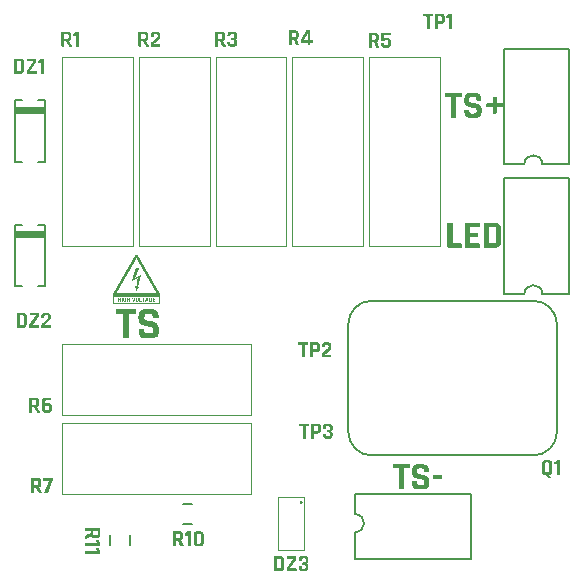
<source format=gto>
G04*
G04 #@! TF.GenerationSoftware,Altium Limited,Altium Designer,22.11.1 (43)*
G04*
G04 Layer_Color=65535*
%FSLAX44Y44*%
%MOMM*%
G71*
G04*
G04 #@! TF.SameCoordinates,647DE173-6EC2-479C-8ABE-F2EAD9736DF7*
G04*
G04*
G04 #@! TF.FilePolarity,Positive*
G04*
G01*
G75*
%ADD10C,0.2000*%
%ADD11C,0.2500*%
%ADD12C,0.1000*%
%ADD13C,0.3000*%
G36*
X119267Y278544D02*
X119445D01*
Y278484D01*
X119563D01*
Y278425D01*
X119622D01*
Y278366D01*
X119741D01*
Y278307D01*
X119800D01*
Y278247D01*
X119859D01*
Y278129D01*
X119919D01*
Y278069D01*
X119978D01*
Y277951D01*
X120037D01*
Y277833D01*
X120096D01*
Y277714D01*
X120156D01*
Y277655D01*
X120215D01*
Y277536D01*
X120274D01*
Y277418D01*
X120333D01*
Y277358D01*
X120393D01*
Y277240D01*
X120452D01*
Y277121D01*
X120511D01*
Y277003D01*
X120570D01*
Y276943D01*
X120630D01*
Y276825D01*
X120689D01*
Y276707D01*
X120748D01*
Y276588D01*
X120808D01*
Y276529D01*
X120867D01*
Y276410D01*
X120926D01*
Y276292D01*
X120985D01*
Y276232D01*
X121045D01*
Y276114D01*
X121104D01*
Y275995D01*
X121163D01*
Y275877D01*
X121222D01*
Y275818D01*
X121282D01*
Y275699D01*
X121341D01*
Y275581D01*
X121400D01*
Y275462D01*
X121459D01*
Y275403D01*
X121519D01*
Y275284D01*
X121578D01*
Y275166D01*
X121637D01*
Y275047D01*
X121697D01*
Y274988D01*
X121756D01*
Y274869D01*
X121815D01*
Y274751D01*
X121874D01*
Y274692D01*
X121934D01*
Y274573D01*
X121993D01*
Y274454D01*
X122052D01*
Y274336D01*
X122111D01*
Y274277D01*
X122171D01*
Y274158D01*
X122230D01*
Y274040D01*
X122289D01*
Y273921D01*
X122348D01*
Y273862D01*
X122408D01*
Y273743D01*
X122467D01*
Y273625D01*
X122526D01*
Y273506D01*
X122585D01*
Y273447D01*
X122645D01*
Y273328D01*
X122704D01*
Y273210D01*
X122763D01*
Y273151D01*
X122823D01*
Y273032D01*
X122882D01*
Y272914D01*
X122941D01*
Y272795D01*
X123000D01*
Y272736D01*
X123060D01*
Y272617D01*
X123119D01*
Y272499D01*
X123178D01*
Y272380D01*
X123237D01*
Y272321D01*
X123297D01*
Y272202D01*
X123356D01*
Y272084D01*
X123415D01*
Y271965D01*
X123474D01*
Y271906D01*
X123534D01*
Y271788D01*
X123593D01*
Y271669D01*
X123652D01*
Y271610D01*
X123711D01*
Y271491D01*
X123771D01*
Y271373D01*
X123830D01*
Y271254D01*
X123889D01*
Y271195D01*
X123948D01*
Y271077D01*
X124008D01*
Y270958D01*
X124067D01*
Y270839D01*
X124126D01*
Y270780D01*
X124186D01*
Y270662D01*
X124245D01*
Y270543D01*
X124304D01*
Y270484D01*
X124363D01*
Y270365D01*
X124423D01*
Y270247D01*
X124482D01*
Y270128D01*
X124541D01*
Y270069D01*
X124600D01*
Y269951D01*
X124660D01*
Y269832D01*
X124719D01*
Y269713D01*
X124778D01*
Y269654D01*
X124837D01*
Y269536D01*
X124897D01*
Y269417D01*
X124956D01*
Y269298D01*
X125015D01*
Y269239D01*
X125075D01*
Y269121D01*
X125134D01*
Y269002D01*
X125193D01*
Y268943D01*
X125252D01*
Y268825D01*
X125312D01*
Y268706D01*
X125371D01*
Y268587D01*
X125430D01*
Y268528D01*
X125489D01*
Y268410D01*
X125549D01*
Y268291D01*
X125608D01*
Y268173D01*
X125667D01*
Y268113D01*
X125726D01*
Y267995D01*
X125786D01*
Y267876D01*
X125845D01*
Y267758D01*
X125904D01*
Y267698D01*
X125963D01*
Y267580D01*
X126023D01*
Y267461D01*
X126082D01*
Y267402D01*
X126141D01*
Y267284D01*
X126201D01*
Y267165D01*
X126260D01*
Y267047D01*
X126319D01*
Y266987D01*
X126378D01*
Y266869D01*
X126438D01*
Y266750D01*
X126497D01*
Y266632D01*
X126556D01*
Y266572D01*
X126615D01*
Y266454D01*
X126675D01*
Y266335D01*
X126734D01*
Y266217D01*
X126793D01*
Y266158D01*
X126852D01*
Y266039D01*
X126912D01*
Y265921D01*
X126971D01*
Y265861D01*
X127030D01*
Y265743D01*
X127090D01*
Y265624D01*
X127149D01*
Y265506D01*
X127208D01*
Y265446D01*
X127267D01*
Y265328D01*
X127326D01*
Y265209D01*
X127386D01*
Y265091D01*
X127445D01*
Y265032D01*
X127504D01*
Y264913D01*
X127563D01*
Y264795D01*
X127623D01*
Y264676D01*
X127682D01*
Y264617D01*
X127741D01*
Y264498D01*
X127801D01*
Y264380D01*
X127860D01*
Y264321D01*
X127919D01*
Y264202D01*
X127978D01*
Y264083D01*
X128038D01*
Y263965D01*
X128097D01*
Y263906D01*
X128156D01*
Y263787D01*
X128216D01*
Y263668D01*
X128275D01*
Y263550D01*
X128334D01*
Y263491D01*
X128393D01*
Y263372D01*
X128453D01*
Y263254D01*
X128512D01*
Y263194D01*
X128571D01*
Y263076D01*
X128630D01*
Y262957D01*
X128690D01*
Y262898D01*
Y262839D01*
X128749D01*
Y262780D01*
X128808D01*
Y262661D01*
X128867D01*
Y262543D01*
X128927D01*
Y262424D01*
X128986D01*
Y262365D01*
X129045D01*
Y262246D01*
X129104D01*
Y262128D01*
X129164D01*
Y262009D01*
X129223D01*
Y261950D01*
X129282D01*
Y261831D01*
X129341D01*
Y261713D01*
X129401D01*
Y261654D01*
X129460D01*
Y261535D01*
X129519D01*
Y261416D01*
X129579D01*
Y261298D01*
X129638D01*
Y261239D01*
X129697D01*
Y261120D01*
X129756D01*
Y261002D01*
X129816D01*
Y260883D01*
X129875D01*
Y260824D01*
X129934D01*
Y260705D01*
X129993D01*
Y260587D01*
X130053D01*
Y260468D01*
X130112D01*
Y260409D01*
X130171D01*
Y260291D01*
X130230D01*
Y260172D01*
X130290D01*
Y260113D01*
X130349D01*
Y259994D01*
X130408D01*
Y259876D01*
X130468D01*
Y259757D01*
X130527D01*
Y259698D01*
X130586D01*
Y259579D01*
X130645D01*
Y259461D01*
X130704D01*
Y259342D01*
X130764D01*
Y259283D01*
X130823D01*
Y259165D01*
X130882D01*
Y259046D01*
X130942D01*
Y258927D01*
X131001D01*
Y258868D01*
X131060D01*
Y258750D01*
X131119D01*
Y258631D01*
X131179D01*
Y258572D01*
X131238D01*
Y258453D01*
X131297D01*
Y258335D01*
X131356D01*
Y258216D01*
X131416D01*
Y258157D01*
X131475D01*
Y258039D01*
X131534D01*
Y257920D01*
X131594D01*
Y257801D01*
X131653D01*
Y257742D01*
X131712D01*
Y257624D01*
X131771D01*
Y257505D01*
X131831D01*
Y257446D01*
X131890D01*
Y257327D01*
X131949D01*
Y257209D01*
X132008D01*
Y257090D01*
X132068D01*
Y257031D01*
X132127D01*
Y256912D01*
X132186D01*
Y256794D01*
X132245D01*
Y256675D01*
X132305D01*
Y256616D01*
X132364D01*
Y256498D01*
X132423D01*
Y256379D01*
X132482D01*
Y256261D01*
X132542D01*
Y256201D01*
X132601D01*
Y256083D01*
X132660D01*
Y255964D01*
X132719D01*
Y255905D01*
X132779D01*
Y255786D01*
X132838D01*
Y255668D01*
X132897D01*
Y255549D01*
X132956D01*
Y255490D01*
X133016D01*
Y255372D01*
X133075D01*
Y255253D01*
X133134D01*
Y255135D01*
X133194D01*
Y255075D01*
X133253D01*
Y254957D01*
X133312D01*
Y254838D01*
X133371D01*
Y254720D01*
X133431D01*
Y254660D01*
X133490D01*
Y254542D01*
X133549D01*
Y254423D01*
X133608D01*
Y254364D01*
X133668D01*
Y254246D01*
X133727D01*
Y254127D01*
X133786D01*
Y254009D01*
X133846D01*
Y253949D01*
X133905D01*
Y253831D01*
X133964D01*
Y253712D01*
X134023D01*
Y253594D01*
X134083D01*
Y253535D01*
X134142D01*
Y253416D01*
X134201D01*
Y253297D01*
X134260D01*
Y253179D01*
X134320D01*
Y253120D01*
X134379D01*
Y253001D01*
X134438D01*
Y252883D01*
X134497D01*
Y252823D01*
X134557D01*
Y252705D01*
X134616D01*
Y252586D01*
X134675D01*
Y252468D01*
X134734D01*
Y252409D01*
X134794D01*
Y252290D01*
X134853D01*
Y252171D01*
X134912D01*
Y252053D01*
X134972D01*
Y251994D01*
X135031D01*
Y251875D01*
X135090D01*
Y251757D01*
X135149D01*
Y251638D01*
X135209D01*
Y251579D01*
X135268D01*
Y251460D01*
X135327D01*
Y251342D01*
X135386D01*
Y251283D01*
X135446D01*
Y251164D01*
X135505D01*
Y251045D01*
X135564D01*
Y250927D01*
X135623D01*
Y250868D01*
X135683D01*
Y250749D01*
X135742D01*
Y250631D01*
X135801D01*
Y250512D01*
X135861D01*
Y250453D01*
X135920D01*
Y250334D01*
X135979D01*
Y250216D01*
X136038D01*
Y250156D01*
X136097D01*
Y250038D01*
X136157D01*
Y249919D01*
X136216D01*
Y249801D01*
X136275D01*
Y249742D01*
X136335D01*
Y249623D01*
X136394D01*
Y249505D01*
X136453D01*
Y249386D01*
X136512D01*
Y249327D01*
X136572D01*
Y249208D01*
X136631D01*
Y249090D01*
X136690D01*
Y248971D01*
X136749D01*
Y248912D01*
X136809D01*
Y248793D01*
X136868D01*
Y248675D01*
X136927D01*
Y248616D01*
X136987D01*
Y248497D01*
X137046D01*
Y248379D01*
X137105D01*
Y248260D01*
X137164D01*
Y248201D01*
X137224D01*
Y248082D01*
X137283D01*
Y247964D01*
X137342D01*
Y247845D01*
X137401D01*
Y247786D01*
X137461D01*
Y247667D01*
X137520D01*
Y247549D01*
X137579D01*
Y247430D01*
X137638D01*
Y247371D01*
X137698D01*
Y247253D01*
X137757D01*
Y247134D01*
X137816D01*
Y247075D01*
X137875D01*
Y246956D01*
X137935D01*
Y246838D01*
X137994D01*
Y246719D01*
X138053D01*
Y246660D01*
X138112D01*
Y246541D01*
X138172D01*
Y246423D01*
X138231D01*
Y246304D01*
X138290D01*
Y246245D01*
X138350D01*
Y246127D01*
X138409D01*
Y246008D01*
X138468D01*
Y245889D01*
X138527D01*
Y245830D01*
X138587D01*
Y245712D01*
X138646D01*
Y245593D01*
X138705D01*
Y245534D01*
X138764D01*
Y245415D01*
X138824D01*
Y245297D01*
X138883D01*
Y245178D01*
X138942D01*
Y245060D01*
X139001D01*
Y244941D01*
X139061D01*
Y244349D01*
X139001D01*
Y244171D01*
X138942D01*
Y244052D01*
X138883D01*
Y243993D01*
X138824D01*
Y243934D01*
X138764D01*
Y243875D01*
X138705D01*
Y243815D01*
X138646D01*
Y243756D01*
X138587D01*
Y243697D01*
X138468D01*
Y243638D01*
X138290D01*
Y243578D01*
X139061D01*
Y237000D01*
X98939D01*
Y243578D01*
X99710D01*
Y243638D01*
X99532D01*
Y243697D01*
X99413D01*
Y243756D01*
X99354D01*
Y243815D01*
X99295D01*
Y243875D01*
X99236D01*
Y243934D01*
X99176D01*
Y243993D01*
X99117D01*
Y244052D01*
X99058D01*
Y244171D01*
X98999D01*
Y244349D01*
X98939D01*
Y244941D01*
X98999D01*
Y245119D01*
X99058D01*
Y245178D01*
X99117D01*
Y245297D01*
X99176D01*
Y245415D01*
X99236D01*
Y245534D01*
X99295D01*
Y245593D01*
X99354D01*
Y245712D01*
X99413D01*
Y245830D01*
X99473D01*
Y245949D01*
X99532D01*
Y246008D01*
X99591D01*
Y246127D01*
X99650D01*
Y246245D01*
X99710D01*
Y246364D01*
X99769D01*
Y246423D01*
X99828D01*
Y246541D01*
X99888D01*
Y246660D01*
X99947D01*
Y246719D01*
X100006D01*
Y246838D01*
X100065D01*
Y246956D01*
X100125D01*
Y247075D01*
X100184D01*
Y247134D01*
X100243D01*
Y247253D01*
X100302D01*
Y247371D01*
X100362D01*
Y247490D01*
X100421D01*
Y247549D01*
X100480D01*
Y247667D01*
X100539D01*
Y247786D01*
X100599D01*
Y247904D01*
X100658D01*
Y247964D01*
X100717D01*
Y248082D01*
X100777D01*
Y248201D01*
X100836D01*
Y248260D01*
X100895D01*
Y248379D01*
X100954D01*
Y248497D01*
X101013D01*
Y248616D01*
X101073D01*
Y248675D01*
X101132D01*
Y248793D01*
X101191D01*
Y248912D01*
X101251D01*
Y249030D01*
X101310D01*
Y249090D01*
X101369D01*
Y249208D01*
X101428D01*
Y249327D01*
X101488D01*
Y249386D01*
X101547D01*
Y249505D01*
X101606D01*
Y249623D01*
X101665D01*
Y249742D01*
X101725D01*
Y249801D01*
X101784D01*
Y249919D01*
X101843D01*
Y250038D01*
X101903D01*
Y250156D01*
X101962D01*
Y250216D01*
X102021D01*
Y250334D01*
X102080D01*
Y250453D01*
X102140D01*
Y250571D01*
X102199D01*
Y250631D01*
X102258D01*
Y250749D01*
X102317D01*
Y250868D01*
X102377D01*
Y250927D01*
X102436D01*
Y251045D01*
X102495D01*
Y251164D01*
X102554D01*
Y251283D01*
X102614D01*
Y251342D01*
X102673D01*
Y251460D01*
X102732D01*
Y251579D01*
X102792D01*
Y251697D01*
X102851D01*
Y251757D01*
X102910D01*
Y251875D01*
X102969D01*
Y251994D01*
X103028D01*
Y252112D01*
X103088D01*
Y252171D01*
X103147D01*
Y252290D01*
X103206D01*
Y252409D01*
X103265D01*
Y252468D01*
X103325D01*
Y252586D01*
X103384D01*
Y252705D01*
X103443D01*
Y252823D01*
X103503D01*
Y252883D01*
X103562D01*
Y253001D01*
X103621D01*
Y253120D01*
X103680D01*
Y253238D01*
X103740D01*
Y253297D01*
X103799D01*
Y253416D01*
X103858D01*
Y253535D01*
X103918D01*
Y253653D01*
X103977D01*
Y253712D01*
X104036D01*
Y253831D01*
X104095D01*
Y253949D01*
X104155D01*
Y254009D01*
X104214D01*
Y254127D01*
X104273D01*
Y254246D01*
X104332D01*
Y254364D01*
X104392D01*
Y254423D01*
X104451D01*
Y254542D01*
X104510D01*
Y254660D01*
X104569D01*
Y254779D01*
X104629D01*
Y254838D01*
X104688D01*
Y254957D01*
X104747D01*
Y255075D01*
X104806D01*
Y255135D01*
X104866D01*
Y255253D01*
X104925D01*
Y255372D01*
X104984D01*
Y255490D01*
X105043D01*
Y255549D01*
X105103D01*
Y255668D01*
X105162D01*
Y255786D01*
X105221D01*
Y255905D01*
X105281D01*
Y255964D01*
X105340D01*
Y256083D01*
X105399D01*
Y256201D01*
X105458D01*
Y256320D01*
X105518D01*
Y256379D01*
X105577D01*
Y256498D01*
X105636D01*
Y256616D01*
X105695D01*
Y256675D01*
X105755D01*
Y256794D01*
X105814D01*
Y256912D01*
X105873D01*
Y257031D01*
X105932D01*
Y257090D01*
X105992D01*
Y257209D01*
X106051D01*
Y257327D01*
X106110D01*
Y257446D01*
X106170D01*
Y257505D01*
X106229D01*
Y257624D01*
X106288D01*
Y257742D01*
X106347D01*
Y257861D01*
X106406D01*
Y257920D01*
X106466D01*
Y258039D01*
X106525D01*
Y258157D01*
X106584D01*
Y258216D01*
X106644D01*
Y258335D01*
X106703D01*
Y258453D01*
X106762D01*
Y258572D01*
X106821D01*
Y258631D01*
X106881D01*
Y258750D01*
X106940D01*
Y258868D01*
X106999D01*
Y258987D01*
X107058D01*
Y259046D01*
X107118D01*
Y259165D01*
X107177D01*
Y259283D01*
X107236D01*
Y259402D01*
X107296D01*
Y259461D01*
X107355D01*
Y259579D01*
X107414D01*
Y259698D01*
X107473D01*
Y259757D01*
X107533D01*
Y259876D01*
X107592D01*
Y259994D01*
X107651D01*
Y260113D01*
X107710D01*
Y260172D01*
X107770D01*
Y260291D01*
X107829D01*
Y260409D01*
X107888D01*
Y260528D01*
X107947D01*
Y260587D01*
X108007D01*
Y260705D01*
X108066D01*
Y260824D01*
X108125D01*
Y260883D01*
X108184D01*
Y261002D01*
X108244D01*
Y261120D01*
X108303D01*
Y261239D01*
X108362D01*
Y261298D01*
X108421D01*
Y261416D01*
X108481D01*
Y261535D01*
X108540D01*
Y261654D01*
X108599D01*
Y261713D01*
X108659D01*
Y261831D01*
X108718D01*
Y261950D01*
X108777D01*
Y262068D01*
X108836D01*
Y262128D01*
X108896D01*
Y262246D01*
X108955D01*
Y262365D01*
X109014D01*
Y262424D01*
X109073D01*
Y262543D01*
X109133D01*
Y262661D01*
X109192D01*
Y262780D01*
X109251D01*
Y262839D01*
X109310D01*
Y262957D01*
X109370D01*
Y263076D01*
X109429D01*
Y263194D01*
X109488D01*
Y263254D01*
X109548D01*
Y263372D01*
X109607D01*
Y263491D01*
X109666D01*
Y263609D01*
X109725D01*
Y263668D01*
X109784D01*
Y263787D01*
X109844D01*
Y263906D01*
X109903D01*
Y263965D01*
X109962D01*
Y264083D01*
X110022D01*
Y264202D01*
X110081D01*
Y264321D01*
X110140D01*
Y264380D01*
X110199D01*
Y264498D01*
X110259D01*
Y264617D01*
X110318D01*
Y264735D01*
X110377D01*
Y264795D01*
X110436D01*
Y264913D01*
X110496D01*
Y265032D01*
X110555D01*
Y265150D01*
X110614D01*
Y265209D01*
X110674D01*
Y265328D01*
X110733D01*
Y265446D01*
X110792D01*
Y265506D01*
X110851D01*
Y265624D01*
X110911D01*
Y265743D01*
X110970D01*
Y265861D01*
X111029D01*
Y265921D01*
X111088D01*
Y266039D01*
X111148D01*
Y266158D01*
X111207D01*
Y266276D01*
X111266D01*
Y266335D01*
X111325D01*
Y266454D01*
X111385D01*
Y266572D01*
X111444D01*
Y266691D01*
X111503D01*
Y266750D01*
X111562D01*
Y266869D01*
X111622D01*
Y266987D01*
X111681D01*
Y267047D01*
X111740D01*
Y267165D01*
X111799D01*
Y267284D01*
X111859D01*
Y267402D01*
X111918D01*
Y267461D01*
X111977D01*
Y267580D01*
X112037D01*
Y267698D01*
X112096D01*
Y267817D01*
X112155D01*
Y267876D01*
X112214D01*
Y267995D01*
X112274D01*
Y268113D01*
X112333D01*
Y268173D01*
X112392D01*
Y268291D01*
X112451D01*
Y268410D01*
X112511D01*
Y268528D01*
X112570D01*
Y268587D01*
X112629D01*
Y268706D01*
X112688D01*
Y268825D01*
X112748D01*
Y268943D01*
X112807D01*
Y269002D01*
X112866D01*
Y269121D01*
X112926D01*
Y269239D01*
X112985D01*
Y269358D01*
X113044D01*
Y269417D01*
X113103D01*
Y269536D01*
X113162D01*
Y269654D01*
X113222D01*
Y269713D01*
X113281D01*
Y269832D01*
X113340D01*
Y269951D01*
X113400D01*
Y270069D01*
X113459D01*
Y270128D01*
X113518D01*
Y270247D01*
X113577D01*
Y270365D01*
X113637D01*
Y270484D01*
X113696D01*
Y270543D01*
X113755D01*
Y270662D01*
X113814D01*
Y270780D01*
X113874D01*
Y270899D01*
X113933D01*
Y270958D01*
X113992D01*
Y271077D01*
X114052D01*
Y271195D01*
X114111D01*
Y271254D01*
X114170D01*
Y271373D01*
X114229D01*
Y271491D01*
X114289D01*
Y271610D01*
X114348D01*
Y271669D01*
X114407D01*
Y271788D01*
X114466D01*
Y271906D01*
X114526D01*
Y272025D01*
X114585D01*
Y272084D01*
X114644D01*
Y272202D01*
X114703D01*
Y272321D01*
X114763D01*
Y272440D01*
X114822D01*
Y272499D01*
X114881D01*
Y272617D01*
X114940D01*
Y272736D01*
X115000D01*
Y272795D01*
X115059D01*
Y272914D01*
X115118D01*
Y273032D01*
X115177D01*
Y273151D01*
X115237D01*
Y273210D01*
X115296D01*
Y273328D01*
X115355D01*
Y273447D01*
X115415D01*
Y273566D01*
X115474D01*
Y273625D01*
X115533D01*
Y273743D01*
X115592D01*
Y273862D01*
X115652D01*
Y273921D01*
X115711D01*
Y274040D01*
X115770D01*
Y274158D01*
X115829D01*
Y274277D01*
X115889D01*
Y274336D01*
X115948D01*
Y274454D01*
X116007D01*
Y274573D01*
X116066D01*
Y274692D01*
X116126D01*
Y274751D01*
X116185D01*
Y274869D01*
X116244D01*
Y274988D01*
X116304D01*
Y275106D01*
X116363D01*
Y275166D01*
X116422D01*
Y275284D01*
X116481D01*
Y275403D01*
X116541D01*
Y275462D01*
X116600D01*
Y275581D01*
X116659D01*
Y275699D01*
X116718D01*
Y275818D01*
X116778D01*
Y275877D01*
X116837D01*
Y275995D01*
X116896D01*
Y276114D01*
X116955D01*
Y276232D01*
X117015D01*
Y276292D01*
X117074D01*
Y276410D01*
X117133D01*
Y276529D01*
X117192D01*
Y276647D01*
X117252D01*
Y276707D01*
X117311D01*
Y276825D01*
X117370D01*
Y276943D01*
X117430D01*
Y277003D01*
X117489D01*
Y277121D01*
X117548D01*
Y277240D01*
X117607D01*
Y277358D01*
X117667D01*
Y277418D01*
X117726D01*
Y277536D01*
X117785D01*
Y277655D01*
X117844D01*
Y277773D01*
X117904D01*
Y277833D01*
X117963D01*
Y277951D01*
X118022D01*
Y278069D01*
X118081D01*
Y278129D01*
X118141D01*
Y278247D01*
X118200D01*
Y278307D01*
X118259D01*
Y278366D01*
X118378D01*
Y278425D01*
X118437D01*
Y278484D01*
X118555D01*
Y278544D01*
X118733D01*
Y278603D01*
X119267D01*
Y278544D01*
D02*
G37*
G36*
X132206Y232627D02*
X132915Y232518D01*
X133678Y232300D01*
X134496Y232027D01*
X135260Y231591D01*
X135969Y231046D01*
X136023Y230991D01*
X136242Y230718D01*
X136514Y230391D01*
X136841Y229846D01*
X137169Y229191D01*
X137441Y228374D01*
X137659Y227392D01*
X137714Y226301D01*
Y225592D01*
Y225538D01*
Y225483D01*
X137605Y225210D01*
X137496Y225047D01*
X137387Y224883D01*
X137169Y224829D01*
X136896Y224774D01*
X133460D01*
X133133Y224883D01*
X132969Y224992D01*
X132860Y225101D01*
X132751Y225320D01*
X132697Y225592D01*
Y225810D01*
Y225865D01*
Y226083D01*
X132642Y226301D01*
Y226628D01*
X132424Y227337D01*
X132315Y227665D01*
X132097Y227883D01*
X131988Y227992D01*
X131824Y228046D01*
X131606Y228155D01*
X131333Y228264D01*
X130952Y228319D01*
X130515Y228428D01*
X128170D01*
X127898Y228374D01*
X127571D01*
X126862Y228155D01*
X126534Y228046D01*
X126262Y227828D01*
Y227774D01*
X126153Y227719D01*
X126098Y227556D01*
X125989Y227337D01*
X125880Y227010D01*
X125826Y226574D01*
X125716Y226083D01*
Y225483D01*
Y224720D01*
Y224665D01*
X125771Y224447D01*
X125880Y224120D01*
X126098Y223738D01*
X126480Y223411D01*
X126753Y223193D01*
X127080Y223029D01*
X127462Y222866D01*
X127898Y222757D01*
X128389Y222647D01*
X128934Y222593D01*
X129097D01*
X129261Y222538D01*
X129479D01*
X130134Y222429D01*
X130897Y222320D01*
X131824Y222157D01*
X132806Y221938D01*
X133842Y221666D01*
X134824Y221284D01*
X134878D01*
X135042Y221175D01*
X135314Y221011D01*
X135642Y220793D01*
X135969Y220521D01*
X136350Y220139D01*
X136732Y219703D01*
X137114Y219157D01*
X137169Y219103D01*
X137278Y218885D01*
X137387Y218557D01*
X137605Y218121D01*
X137768Y217521D01*
X137878Y216867D01*
X137986Y216103D01*
X138041Y215285D01*
Y213976D01*
Y213922D01*
Y213867D01*
Y213704D01*
Y213486D01*
X137932Y212886D01*
X137823Y212232D01*
X137605Y211413D01*
X137332Y210650D01*
X136896Y209886D01*
X136296Y209178D01*
X136242Y209123D01*
X135969Y208905D01*
X135587Y208687D01*
X135096Y208360D01*
X134387Y208087D01*
X133569Y207814D01*
X132642Y207596D01*
X131552Y207542D01*
X126971D01*
X126753Y207596D01*
X126207Y207651D01*
X125498Y207760D01*
X124735Y207923D01*
X123917Y208251D01*
X123153Y208632D01*
X122444Y209178D01*
X122390Y209232D01*
X122172Y209505D01*
X121899Y209886D01*
X121626Y210432D01*
X121299Y211086D01*
X121026Y211904D01*
X120808Y212886D01*
X120754Y213976D01*
Y214740D01*
Y214795D01*
Y214849D01*
X120863Y215176D01*
X120972Y215285D01*
X121081Y215449D01*
X121299Y215504D01*
X121572Y215558D01*
X125007D01*
X125335Y215449D01*
X125444Y215340D01*
X125607Y215231D01*
X125662Y215013D01*
X125716Y214740D01*
Y214413D01*
Y214358D01*
Y214195D01*
X125771Y213922D01*
Y213595D01*
X125989Y212940D01*
X126098Y212613D01*
X126316Y212395D01*
X126371D01*
X126425Y212286D01*
X126589Y212232D01*
X126807Y212122D01*
X127134Y212013D01*
X127516Y211959D01*
X127952Y211850D01*
X130570D01*
X130843Y211904D01*
X131170D01*
X131879Y212068D01*
X132206Y212232D01*
X132479Y212395D01*
X132533Y212450D01*
X132588Y212504D01*
X132697Y212668D01*
X132806Y212886D01*
X132915Y213213D01*
X132969Y213595D01*
X133078Y214086D01*
Y214631D01*
Y215067D01*
Y215122D01*
Y215231D01*
X133024Y215449D01*
X132969Y215722D01*
X132860Y215994D01*
X132697Y216267D01*
X132479Y216540D01*
X132151Y216812D01*
X132097Y216867D01*
X131988Y216921D01*
X131770Y217030D01*
X131497Y217139D01*
X131170Y217303D01*
X130788Y217412D01*
X129861Y217576D01*
X129643D01*
X129370Y217630D01*
X128989Y217685D01*
X128552Y217739D01*
X128007Y217794D01*
X126862Y218012D01*
X126807D01*
X126589Y218067D01*
X126316Y218121D01*
X125880Y218230D01*
X125444Y218394D01*
X124953Y218503D01*
X123917Y218885D01*
X123862Y218939D01*
X123699Y218994D01*
X123426Y219157D01*
X123099Y219375D01*
X122772Y219648D01*
X122390Y219975D01*
X122008Y220411D01*
X121626Y220957D01*
X121572Y221011D01*
X121463Y221229D01*
X121354Y221611D01*
X121190Y222048D01*
X120972Y222647D01*
X120863Y223302D01*
X120754Y224065D01*
X120699Y224938D01*
Y226301D01*
Y226356D01*
Y226465D01*
Y226574D01*
X120754Y226792D01*
X120808Y227392D01*
X120918Y228046D01*
X121136Y228810D01*
X121408Y229628D01*
X121845Y230391D01*
X122390Y231046D01*
X122499Y231100D01*
X122717Y231318D01*
X123099Y231591D01*
X123644Y231918D01*
X124353Y232191D01*
X125171Y232463D01*
X126153Y232682D01*
X127243Y232736D01*
X131661D01*
X132206Y232627D01*
D02*
G37*
G36*
X117973D02*
X118136Y232518D01*
X118300Y232409D01*
X118354Y232191D01*
X118409Y231918D01*
Y229246D01*
Y229191D01*
Y229137D01*
X118300Y228864D01*
X118191Y228701D01*
X118027Y228537D01*
X117809Y228482D01*
X117536Y228428D01*
X113010D01*
X112846Y228374D01*
X112683Y228264D01*
X112628Y227992D01*
Y208360D01*
Y208305D01*
Y208251D01*
X112519Y207978D01*
X112410Y207814D01*
X112301Y207651D01*
X112083Y207596D01*
X111810Y207542D01*
X108375D01*
X108048Y207651D01*
X107884Y207760D01*
X107775Y207869D01*
X107666Y208087D01*
X107611Y208360D01*
Y227992D01*
Y228046D01*
X107557Y228210D01*
X107448Y228374D01*
X107175Y228428D01*
X102594D01*
X102321Y228537D01*
X102158Y228646D01*
X101994Y228755D01*
X101940Y228973D01*
X101885Y229246D01*
Y231918D01*
Y231973D01*
Y232027D01*
X101994Y232354D01*
X102103Y232463D01*
X102212Y232627D01*
X102430Y232682D01*
X102703Y232736D01*
X117700D01*
X117973Y232627D01*
D02*
G37*
G36*
X477551Y104676D02*
X477607Y104621D01*
X477690Y104565D01*
X477718Y104454D01*
X477746Y104315D01*
Y92322D01*
Y92294D01*
Y92183D01*
X477718Y92072D01*
X477662Y91989D01*
X477635D01*
X477607Y91961D01*
X477496Y91933D01*
X477357Y91906D01*
X475580D01*
X475441Y91961D01*
X475358Y92017D01*
X475275Y92072D01*
X475247Y92183D01*
X475219Y92322D01*
Y102039D01*
X473248Y100928D01*
X473220D01*
X473193Y100901D01*
X472971D01*
X472887Y100956D01*
X472859Y101039D01*
X472832Y101178D01*
Y102816D01*
Y102844D01*
Y102872D01*
X472859Y103011D01*
X472971Y103177D01*
X473026Y103260D01*
X473137Y103316D01*
X474942Y104454D01*
X474969D01*
X475025Y104510D01*
X475108Y104537D01*
X475219Y104593D01*
X475469Y104676D01*
X475719Y104732D01*
X477385D01*
X477551Y104676D01*
D02*
G37*
G36*
X468334D02*
X468667Y104621D01*
X469084Y104537D01*
X469473Y104371D01*
X469861Y104177D01*
X470222Y103899D01*
X470250Y103871D01*
X470361Y103732D01*
X470500Y103566D01*
X470666Y103288D01*
X470805Y102955D01*
X470944Y102539D01*
X471055Y102039D01*
X471083Y101484D01*
Y95154D01*
Y95126D01*
Y95098D01*
Y94932D01*
X471055Y94682D01*
X470999Y94376D01*
X470916Y94043D01*
X470805Y93682D01*
X470666Y93322D01*
X470444Y92988D01*
X470416Y92961D01*
X470333Y92850D01*
X470194Y92711D01*
X470000Y92572D01*
X469750Y92378D01*
X469445Y92211D01*
X469084Y92072D01*
X468667Y91961D01*
X469944Y89768D01*
X469972Y89740D01*
X470000Y89629D01*
Y89518D01*
X469944Y89407D01*
X469917Y89379D01*
X469861Y89352D01*
X469778Y89296D01*
X469639Y89268D01*
X468084D01*
X468001Y89296D01*
X467862Y89324D01*
X467751Y89379D01*
X467612Y89435D01*
X467501Y89546D01*
X467390Y89685D01*
X466086Y91906D01*
X465419D01*
X465308Y91933D01*
X465003Y91961D01*
X464670Y92017D01*
X464253Y92100D01*
X463865Y92267D01*
X463476Y92461D01*
X463115Y92739D01*
X463087Y92766D01*
X462976Y92905D01*
X462837Y93099D01*
X462699Y93349D01*
X462532Y93682D01*
X462393Y94099D01*
X462282Y94599D01*
X462254Y95154D01*
Y101484D01*
Y101511D01*
Y101567D01*
Y101622D01*
X462282Y101734D01*
X462310Y102039D01*
X462365Y102372D01*
X462476Y102761D01*
X462615Y103177D01*
X462837Y103566D01*
X463115Y103899D01*
X463143Y103927D01*
X463282Y104038D01*
X463476Y104177D01*
X463754Y104315D01*
X464087Y104482D01*
X464503Y104593D01*
X465003Y104704D01*
X465558Y104732D01*
X468029D01*
X468334Y104676D01*
D02*
G37*
G36*
X281355Y204357D02*
X281688Y204302D01*
X282104Y204219D01*
X282493Y204052D01*
X282882Y203858D01*
X283243Y203580D01*
X283270Y203552D01*
X283381Y203414D01*
X283520Y203247D01*
X283687Y202969D01*
X283826Y202636D01*
X283964Y202220D01*
X284075Y201748D01*
X284103Y201193D01*
Y200387D01*
Y200360D01*
Y200332D01*
Y200249D01*
X284075Y200138D01*
X284048Y199832D01*
X283964Y199471D01*
X283826Y199083D01*
X283603Y198638D01*
X283298Y198222D01*
X283132Y198000D01*
X282909Y197806D01*
X279134Y194613D01*
X279106Y194585D01*
X279023Y194474D01*
X278939Y194308D01*
X278912Y194141D01*
Y193808D01*
X283742D01*
X283909Y193752D01*
X283964Y193697D01*
X284048Y193641D01*
X284075Y193530D01*
X284103Y193391D01*
Y192003D01*
Y191976D01*
Y191948D01*
X284048Y191809D01*
X283992Y191726D01*
X283937Y191642D01*
X283826Y191615D01*
X283687Y191587D01*
X276413D01*
X276274Y191642D01*
X276191Y191698D01*
X276108Y191754D01*
X276080Y191864D01*
X276052Y192003D01*
Y193891D01*
Y193947D01*
X276080Y194086D01*
X276108Y194308D01*
X276191Y194557D01*
X276302Y194863D01*
X276469Y195196D01*
X276718Y195529D01*
X277052Y195835D01*
X280716Y198944D01*
X280744Y198972D01*
X280855Y199083D01*
X280994Y199221D01*
X281188Y199416D01*
X281355Y199666D01*
X281493Y199943D01*
X281605Y200249D01*
X281632Y200554D01*
Y201137D01*
Y201165D01*
Y201248D01*
X281605Y201359D01*
Y201498D01*
X281493Y201776D01*
X281438Y201915D01*
X281327Y202026D01*
X281271Y202081D01*
X281216Y202109D01*
X281105Y202164D01*
X280966Y202220D01*
X280800Y202248D01*
X280605Y202303D01*
X279467D01*
X279328Y202275D01*
X279023Y202192D01*
X278884Y202109D01*
X278773Y202026D01*
X278745Y201970D01*
X278690Y201915D01*
X278662Y201831D01*
X278606Y201692D01*
X278551Y201553D01*
X278523Y201359D01*
Y201137D01*
Y200499D01*
Y200471D01*
Y200443D01*
X278468Y200304D01*
X278412Y200221D01*
X278356Y200138D01*
X278245Y200110D01*
X278107Y200082D01*
X276357D01*
X276191Y200138D01*
X276108Y200193D01*
X276052Y200249D01*
X275997Y200360D01*
X275969Y200499D01*
Y201193D01*
Y201220D01*
Y201248D01*
Y201331D01*
X275997Y201443D01*
X276024Y201720D01*
X276080Y202081D01*
X276191Y202470D01*
X276330Y202858D01*
X276552Y203247D01*
X276829Y203580D01*
X276857Y203608D01*
X276996Y203719D01*
X277190Y203858D01*
X277468Y203997D01*
X277801Y204163D01*
X278218Y204274D01*
X278717Y204385D01*
X279273Y204413D01*
X281049D01*
X281355Y204357D01*
D02*
G37*
G36*
X271638D02*
X271999Y204302D01*
X272388Y204191D01*
X272776Y204052D01*
X273165Y203830D01*
X273526Y203552D01*
X273554Y203525D01*
X273665Y203386D01*
X273803Y203219D01*
X273970Y202942D01*
X274109Y202609D01*
X274248Y202192D01*
X274359Y201720D01*
X274386Y201165D01*
Y199249D01*
Y199221D01*
Y199194D01*
Y199111D01*
Y198999D01*
X274331Y198722D01*
X274275Y198361D01*
X274164Y197972D01*
X274025Y197584D01*
X273803Y197195D01*
X273526Y196834D01*
X273498Y196806D01*
X273359Y196695D01*
X273165Y196584D01*
X272915Y196418D01*
X272554Y196279D01*
X272138Y196140D01*
X271666Y196029D01*
X271110Y196001D01*
X268556D01*
X268473Y195973D01*
X268390Y195918D01*
X268362Y195779D01*
Y192003D01*
Y191976D01*
Y191948D01*
X268307Y191809D01*
X268251Y191726D01*
X268195Y191642D01*
X268084Y191615D01*
X267946Y191587D01*
X266169D01*
X266030Y191642D01*
X265947Y191698D01*
X265863Y191754D01*
X265836Y191864D01*
X265808Y192003D01*
Y203997D01*
Y204024D01*
Y204052D01*
X265863Y204219D01*
X265919Y204274D01*
X265975Y204357D01*
X266085Y204385D01*
X266224Y204413D01*
X271360D01*
X271638Y204357D01*
D02*
G37*
G36*
X264087D02*
X264170Y204302D01*
X264253Y204247D01*
X264281Y204135D01*
X264309Y203997D01*
Y202636D01*
Y202609D01*
Y202581D01*
X264253Y202442D01*
X264198Y202359D01*
X264114Y202275D01*
X264003Y202248D01*
X263864Y202220D01*
X261560D01*
X261477Y202192D01*
X261394Y202137D01*
X261366Y201998D01*
Y192003D01*
Y191976D01*
Y191948D01*
X261310Y191809D01*
X261255Y191726D01*
X261199Y191642D01*
X261088Y191615D01*
X260949Y191587D01*
X259200D01*
X259034Y191642D01*
X258951Y191698D01*
X258895Y191754D01*
X258840Y191864D01*
X258812Y192003D01*
Y201998D01*
Y202026D01*
X258784Y202109D01*
X258729Y202192D01*
X258590Y202220D01*
X256258D01*
X256119Y202275D01*
X256036Y202331D01*
X255952Y202386D01*
X255925Y202498D01*
X255897Y202636D01*
Y203997D01*
Y204024D01*
Y204052D01*
X255952Y204219D01*
X256008Y204274D01*
X256063Y204357D01*
X256174Y204385D01*
X256313Y204413D01*
X263948D01*
X264087Y204357D01*
D02*
G37*
G36*
X362054Y101050D02*
X362656Y100958D01*
X363304Y100772D01*
X363998Y100541D01*
X364646Y100171D01*
X365248Y99708D01*
X365294Y99662D01*
X365479Y99431D01*
X365710Y99153D01*
X365988Y98690D01*
X366266Y98135D01*
X366497Y97441D01*
X366682Y96608D01*
X366729Y95682D01*
Y95080D01*
Y95034D01*
Y94988D01*
X366636Y94756D01*
X366543Y94618D01*
X366451Y94479D01*
X366266Y94432D01*
X366034Y94386D01*
X363119D01*
X362841Y94479D01*
X362702Y94571D01*
X362610Y94664D01*
X362517Y94849D01*
X362471Y95080D01*
Y95265D01*
Y95312D01*
Y95497D01*
X362425Y95682D01*
Y95960D01*
X362239Y96561D01*
X362147Y96839D01*
X361962Y97024D01*
X361869Y97116D01*
X361730Y97163D01*
X361545Y97255D01*
X361314Y97348D01*
X360990Y97394D01*
X360620Y97487D01*
X358630D01*
X358398Y97441D01*
X358121D01*
X357519Y97255D01*
X357241Y97163D01*
X357010Y96978D01*
Y96931D01*
X356917Y96885D01*
X356871Y96746D01*
X356779Y96561D01*
X356686Y96284D01*
X356640Y95913D01*
X356547Y95497D01*
Y94988D01*
Y94340D01*
Y94293D01*
X356594Y94108D01*
X356686Y93831D01*
X356871Y93507D01*
X357195Y93229D01*
X357426Y93044D01*
X357704Y92905D01*
X358028Y92766D01*
X358398Y92674D01*
X358815Y92581D01*
X359278Y92535D01*
X359417D01*
X359555Y92489D01*
X359740D01*
X360296Y92396D01*
X360944Y92303D01*
X361730Y92165D01*
X362564Y91980D01*
X363443Y91748D01*
X364276Y91424D01*
X364322D01*
X364461Y91332D01*
X364692Y91193D01*
X364970Y91008D01*
X365248Y90776D01*
X365572Y90452D01*
X365896Y90082D01*
X366219Y89619D01*
X366266Y89573D01*
X366358Y89388D01*
X366451Y89110D01*
X366636Y88740D01*
X366775Y88231D01*
X366867Y87676D01*
X366960Y87028D01*
X367006Y86334D01*
Y85223D01*
Y85177D01*
Y85130D01*
Y84992D01*
Y84806D01*
X366914Y84297D01*
X366821Y83742D01*
X366636Y83048D01*
X366405Y82400D01*
X366034Y81752D01*
X365525Y81150D01*
X365479Y81104D01*
X365248Y80919D01*
X364924Y80734D01*
X364507Y80456D01*
X363905Y80225D01*
X363211Y79993D01*
X362425Y79808D01*
X361499Y79762D01*
X357612D01*
X357426Y79808D01*
X356964Y79854D01*
X356362Y79947D01*
X355714Y80086D01*
X355020Y80364D01*
X354372Y80688D01*
X353770Y81150D01*
X353724Y81197D01*
X353539Y81428D01*
X353308Y81752D01*
X353076Y82215D01*
X352799Y82770D01*
X352567Y83464D01*
X352382Y84297D01*
X352336Y85223D01*
Y85871D01*
Y85917D01*
Y85963D01*
X352428Y86241D01*
X352521Y86334D01*
X352613Y86472D01*
X352799Y86519D01*
X353030Y86565D01*
X355946D01*
X356223Y86472D01*
X356316Y86380D01*
X356455Y86287D01*
X356501Y86102D01*
X356547Y85871D01*
Y85593D01*
Y85547D01*
Y85408D01*
X356594Y85177D01*
Y84899D01*
X356779Y84344D01*
X356871Y84066D01*
X357056Y83881D01*
X357103D01*
X357149Y83788D01*
X357288Y83742D01*
X357473Y83649D01*
X357751Y83557D01*
X358074Y83511D01*
X358445Y83418D01*
X360666D01*
X360897Y83464D01*
X361175D01*
X361777Y83603D01*
X362054Y83742D01*
X362286Y83881D01*
X362332Y83927D01*
X362378Y83973D01*
X362471Y84112D01*
X362564Y84297D01*
X362656Y84575D01*
X362702Y84899D01*
X362795Y85315D01*
Y85778D01*
Y86148D01*
Y86195D01*
Y86287D01*
X362749Y86472D01*
X362702Y86704D01*
X362610Y86935D01*
X362471Y87167D01*
X362286Y87398D01*
X362008Y87629D01*
X361962Y87676D01*
X361869Y87722D01*
X361684Y87815D01*
X361453Y87907D01*
X361175Y88046D01*
X360851Y88138D01*
X360064Y88277D01*
X359879D01*
X359648Y88323D01*
X359324Y88370D01*
X358954Y88416D01*
X358491Y88462D01*
X357519Y88647D01*
X357473D01*
X357288Y88694D01*
X357056Y88740D01*
X356686Y88833D01*
X356316Y88972D01*
X355899Y89064D01*
X355020Y89388D01*
X354974Y89434D01*
X354835Y89480D01*
X354604Y89619D01*
X354326Y89804D01*
X354048Y90036D01*
X353724Y90314D01*
X353400Y90684D01*
X353076Y91147D01*
X353030Y91193D01*
X352938Y91378D01*
X352845Y91702D01*
X352706Y92072D01*
X352521Y92581D01*
X352428Y93137D01*
X352336Y93784D01*
X352290Y94525D01*
Y95682D01*
Y95728D01*
Y95821D01*
Y95913D01*
X352336Y96098D01*
X352382Y96608D01*
X352475Y97163D01*
X352660Y97811D01*
X352891Y98505D01*
X353261Y99153D01*
X353724Y99708D01*
X353817Y99754D01*
X354002Y99939D01*
X354326Y100171D01*
X354789Y100449D01*
X355390Y100680D01*
X356084Y100911D01*
X356917Y101096D01*
X357843Y101143D01*
X361592D01*
X362054Y101050D01*
D02*
G37*
G36*
X377373Y91980D02*
X377465Y91887D01*
X377604Y91748D01*
X377650Y91563D01*
X377697Y91332D01*
Y89388D01*
Y89342D01*
Y89295D01*
X377604Y89018D01*
X377511Y88879D01*
X377419Y88786D01*
X377234Y88694D01*
X377002Y88647D01*
X370570D01*
X370338Y88740D01*
X370200Y88833D01*
X370061Y88972D01*
X370014Y89157D01*
X369968Y89388D01*
Y91332D01*
Y91378D01*
Y91470D01*
X370061Y91702D01*
X370153Y91841D01*
X370246Y91980D01*
X370431Y92026D01*
X370662Y92072D01*
X377095D01*
X377373Y91980D01*
D02*
G37*
G36*
X349976Y101050D02*
X350115Y100958D01*
X350253Y100865D01*
X350300Y100680D01*
X350346Y100449D01*
Y98181D01*
Y98135D01*
Y98088D01*
X350253Y97857D01*
X350161Y97718D01*
X350022Y97579D01*
X349837Y97533D01*
X349605Y97487D01*
X345764D01*
X345625Y97441D01*
X345487Y97348D01*
X345440Y97116D01*
Y80456D01*
Y80410D01*
Y80364D01*
X345348Y80132D01*
X345255Y79993D01*
X345163Y79854D01*
X344977Y79808D01*
X344746Y79762D01*
X341831D01*
X341553Y79854D01*
X341414Y79947D01*
X341321Y80040D01*
X341229Y80225D01*
X341183Y80456D01*
Y97116D01*
Y97163D01*
X341136Y97302D01*
X341044Y97441D01*
X340812Y97487D01*
X336925D01*
X336694Y97579D01*
X336555Y97672D01*
X336416Y97764D01*
X336370Y97949D01*
X336323Y98181D01*
Y100449D01*
Y100495D01*
Y100541D01*
X336416Y100819D01*
X336508Y100911D01*
X336601Y101050D01*
X336786Y101096D01*
X337018Y101143D01*
X349744D01*
X349976Y101050D01*
D02*
G37*
G36*
X282424Y135358D02*
X282757Y135302D01*
X283174Y135219D01*
X283562Y135052D01*
X283951Y134858D01*
X284312Y134580D01*
X284340Y134552D01*
X284451Y134414D01*
X284590Y134247D01*
X284756Y133969D01*
X284895Y133636D01*
X285034Y133220D01*
X285145Y132748D01*
X285173Y132193D01*
Y131193D01*
Y131165D01*
Y131110D01*
Y131027D01*
X285145Y130916D01*
X285089Y130638D01*
X284978Y130277D01*
X284784Y129916D01*
X284673Y129722D01*
X284506Y129555D01*
X284312Y129389D01*
X284118Y129250D01*
X283868Y129111D01*
X283590Y129000D01*
X283618D01*
X283646Y128972D01*
X283729Y128945D01*
X283840Y128917D01*
X284090Y128806D01*
X284395Y128611D01*
X284673Y128334D01*
X284812Y128139D01*
X284923Y127945D01*
X285034Y127723D01*
X285117Y127445D01*
X285145Y127168D01*
X285173Y126834D01*
Y125807D01*
Y125780D01*
Y125752D01*
Y125668D01*
Y125557D01*
X285117Y125280D01*
X285062Y124919D01*
X284951Y124530D01*
X284812Y124142D01*
X284590Y123753D01*
X284312Y123420D01*
X284284Y123392D01*
X284145Y123281D01*
X283951Y123170D01*
X283673Y123003D01*
X283340Y122865D01*
X282924Y122726D01*
X282424Y122615D01*
X281869Y122587D01*
X279953D01*
X279842Y122615D01*
X279537Y122642D01*
X279204Y122698D01*
X278787Y122781D01*
X278399Y122948D01*
X278010Y123142D01*
X277649Y123420D01*
X277621Y123448D01*
X277510Y123586D01*
X277371Y123753D01*
X277233Y124031D01*
X277066Y124364D01*
X276927Y124780D01*
X276816Y125252D01*
X276788Y125807D01*
Y126363D01*
Y126390D01*
Y126446D01*
X276844Y126585D01*
X276900Y126668D01*
X276955Y126751D01*
X277066Y126779D01*
X277205Y126807D01*
X278982D01*
X279120Y126751D01*
X279204Y126696D01*
X279287Y126612D01*
X279315Y126501D01*
X279342Y126363D01*
Y125863D01*
Y125835D01*
Y125752D01*
X279370Y125641D01*
Y125502D01*
X279454Y125197D01*
X279509Y125058D01*
X279592Y124947D01*
X279648Y124919D01*
X279704Y124863D01*
X279787Y124836D01*
X279926Y124780D01*
X280064Y124725D01*
X280259Y124697D01*
X281563D01*
X281675Y124725D01*
X281813D01*
X282146Y124808D01*
X282285Y124863D01*
X282396Y124947D01*
X282424Y124974D01*
X282452Y125002D01*
X282507Y125058D01*
X282563Y125169D01*
X282619Y125280D01*
X282646Y125446D01*
X282702Y125641D01*
Y125863D01*
Y126834D01*
Y126862D01*
Y126946D01*
X282674Y127057D01*
Y127168D01*
X282563Y127473D01*
X282507Y127612D01*
X282396Y127723D01*
X282341Y127779D01*
X282285Y127806D01*
X282174Y127862D01*
X282036Y127917D01*
X281869Y127945D01*
X281675Y128001D01*
X280370D01*
X280231Y128056D01*
X280148Y128112D01*
X280064Y128167D01*
X280037Y128278D01*
X280009Y128417D01*
Y129611D01*
Y129639D01*
Y129694D01*
X280064Y129833D01*
X280120Y129916D01*
X280175Y129999D01*
X280287Y130027D01*
X280425Y130055D01*
X281563D01*
X281675Y130083D01*
X281813D01*
X282146Y130166D01*
X282285Y130222D01*
X282396Y130305D01*
X282424Y130333D01*
X282452Y130360D01*
X282507Y130416D01*
X282563Y130527D01*
X282619Y130638D01*
X282646Y130805D01*
X282702Y130999D01*
Y131221D01*
Y132137D01*
Y132165D01*
Y132248D01*
X282674Y132359D01*
Y132498D01*
X282563Y132776D01*
X282507Y132914D01*
X282396Y133026D01*
X282341Y133081D01*
X282285Y133109D01*
X282174Y133164D01*
X282036Y133220D01*
X281869Y133248D01*
X281675Y133303D01*
X280259D01*
X280120Y133275D01*
X279842Y133192D01*
X279704Y133109D01*
X279592Y133026D01*
X279565Y132970D01*
X279509Y132914D01*
X279481Y132831D01*
X279426Y132692D01*
X279370Y132554D01*
X279342Y132359D01*
Y132137D01*
Y131637D01*
Y131610D01*
Y131582D01*
X279287Y131443D01*
X279231Y131360D01*
X279148Y131277D01*
X279037Y131249D01*
X278898Y131221D01*
X277149D01*
X277010Y131277D01*
X276927Y131332D01*
X276844Y131388D01*
X276816Y131499D01*
X276788Y131637D01*
Y132193D01*
Y132220D01*
Y132248D01*
Y132331D01*
X276816Y132443D01*
X276844Y132720D01*
X276900Y133081D01*
X277010Y133470D01*
X277149Y133858D01*
X277371Y134247D01*
X277649Y134580D01*
X277677Y134608D01*
X277816Y134719D01*
X278010Y134858D01*
X278288Y134997D01*
X278621Y135163D01*
X279037Y135274D01*
X279537Y135385D01*
X280092Y135413D01*
X282119D01*
X282424Y135358D01*
D02*
G37*
G36*
X272569D02*
X272929Y135302D01*
X273318Y135191D01*
X273707Y135052D01*
X274095Y134830D01*
X274456Y134552D01*
X274484Y134525D01*
X274595Y134386D01*
X274734Y134219D01*
X274901Y133942D01*
X275039Y133609D01*
X275178Y133192D01*
X275289Y132720D01*
X275317Y132165D01*
Y130249D01*
Y130222D01*
Y130194D01*
Y130111D01*
Y129999D01*
X275261Y129722D01*
X275206Y129361D01*
X275095Y128972D01*
X274956Y128584D01*
X274734Y128195D01*
X274456Y127834D01*
X274429Y127806D01*
X274290Y127695D01*
X274095Y127584D01*
X273846Y127418D01*
X273485Y127279D01*
X273068Y127140D01*
X272596Y127029D01*
X272041Y127001D01*
X269487D01*
X269404Y126973D01*
X269320Y126918D01*
X269293Y126779D01*
Y123003D01*
Y122976D01*
Y122948D01*
X269237Y122809D01*
X269182Y122726D01*
X269126Y122642D01*
X269015Y122615D01*
X268876Y122587D01*
X267099D01*
X266961Y122642D01*
X266877Y122698D01*
X266794Y122753D01*
X266766Y122865D01*
X266738Y123003D01*
Y134997D01*
Y135024D01*
Y135052D01*
X266794Y135219D01*
X266850Y135274D01*
X266905Y135358D01*
X267016Y135385D01*
X267155Y135413D01*
X272291D01*
X272569Y135358D01*
D02*
G37*
G36*
X265017D02*
X265100Y135302D01*
X265184Y135246D01*
X265212Y135135D01*
X265239Y134997D01*
Y133636D01*
Y133609D01*
Y133581D01*
X265184Y133442D01*
X265128Y133359D01*
X265045Y133275D01*
X264934Y133248D01*
X264795Y133220D01*
X262491D01*
X262408Y133192D01*
X262324Y133137D01*
X262297Y132998D01*
Y123003D01*
Y122976D01*
Y122948D01*
X262241Y122809D01*
X262185Y122726D01*
X262130Y122642D01*
X262019Y122615D01*
X261880Y122587D01*
X260131D01*
X259965Y122642D01*
X259881Y122698D01*
X259826Y122753D01*
X259770Y122865D01*
X259742Y123003D01*
Y132998D01*
Y133026D01*
X259715Y133109D01*
X259659Y133192D01*
X259520Y133220D01*
X257188D01*
X257050Y133275D01*
X256966Y133331D01*
X256883Y133386D01*
X256855Y133497D01*
X256827Y133636D01*
Y134997D01*
Y135024D01*
Y135052D01*
X256883Y135219D01*
X256938Y135274D01*
X256994Y135358D01*
X257105Y135385D01*
X257244Y135413D01*
X264878D01*
X265017Y135358D01*
D02*
G37*
G36*
X386104Y482358D02*
X386160Y482302D01*
X386243Y482247D01*
X386271Y482136D01*
X386299Y481997D01*
Y470003D01*
Y469976D01*
Y469865D01*
X386271Y469753D01*
X386215Y469670D01*
X386188D01*
X386160Y469642D01*
X386049Y469615D01*
X385910Y469587D01*
X384133D01*
X383994Y469642D01*
X383911Y469698D01*
X383828Y469753D01*
X383800Y469865D01*
X383772Y470003D01*
Y479720D01*
X381801Y478610D01*
X381773D01*
X381746Y478582D01*
X381524D01*
X381440Y478637D01*
X381413Y478721D01*
X381385Y478859D01*
Y480498D01*
Y480525D01*
Y480553D01*
X381413Y480692D01*
X381524Y480858D01*
X381579Y480942D01*
X381690Y480997D01*
X383495Y482136D01*
X383522D01*
X383578Y482191D01*
X383661Y482219D01*
X383772Y482274D01*
X384022Y482358D01*
X384272Y482413D01*
X385938D01*
X386104Y482358D01*
D02*
G37*
G36*
X377443D02*
X377803Y482302D01*
X378192Y482191D01*
X378581Y482052D01*
X378969Y481830D01*
X379330Y481553D01*
X379358Y481525D01*
X379469Y481386D01*
X379608Y481219D01*
X379775Y480942D01*
X379913Y480608D01*
X380052Y480192D01*
X380163Y479720D01*
X380191Y479165D01*
Y477249D01*
Y477222D01*
Y477194D01*
Y477110D01*
Y477000D01*
X380135Y476722D01*
X380080Y476361D01*
X379969Y475972D01*
X379830Y475584D01*
X379608Y475195D01*
X379330Y474834D01*
X379303Y474806D01*
X379164Y474695D01*
X378969Y474584D01*
X378720Y474418D01*
X378359Y474279D01*
X377942Y474140D01*
X377470Y474029D01*
X376915Y474001D01*
X374361D01*
X374278Y473973D01*
X374194Y473918D01*
X374167Y473779D01*
Y470003D01*
Y469976D01*
Y469948D01*
X374111Y469809D01*
X374055Y469726D01*
X374000Y469642D01*
X373889Y469615D01*
X373750Y469587D01*
X371973D01*
X371834Y469642D01*
X371751Y469698D01*
X371668Y469753D01*
X371640Y469865D01*
X371612Y470003D01*
Y481997D01*
Y482024D01*
Y482052D01*
X371668Y482219D01*
X371724Y482274D01*
X371779Y482358D01*
X371890Y482385D01*
X372029Y482413D01*
X377165D01*
X377443Y482358D01*
D02*
G37*
G36*
X369891D02*
X369975Y482302D01*
X370058Y482247D01*
X370085Y482136D01*
X370113Y481997D01*
Y480636D01*
Y480608D01*
Y480581D01*
X370058Y480442D01*
X370002Y480359D01*
X369919Y480275D01*
X369808Y480248D01*
X369669Y480220D01*
X367365D01*
X367281Y480192D01*
X367198Y480137D01*
X367170Y479998D01*
Y470003D01*
Y469976D01*
Y469948D01*
X367115Y469809D01*
X367059Y469726D01*
X367004Y469642D01*
X366893Y469615D01*
X366754Y469587D01*
X365005D01*
X364838Y469642D01*
X364755Y469698D01*
X364700Y469753D01*
X364644Y469865D01*
X364616Y470003D01*
Y479998D01*
Y480025D01*
X364589Y480109D01*
X364533Y480192D01*
X364394Y480220D01*
X362062D01*
X361923Y480275D01*
X361840Y480331D01*
X361757Y480386D01*
X361729Y480498D01*
X361701Y480636D01*
Y481997D01*
Y482024D01*
Y482052D01*
X361757Y482219D01*
X361812Y482274D01*
X361868Y482358D01*
X361979Y482385D01*
X362118Y482413D01*
X369752D01*
X369891Y482358D01*
D02*
G37*
G36*
X88219Y46786D02*
X88274Y46730D01*
X88357Y46675D01*
X88385Y46564D01*
X88413Y46425D01*
Y41400D01*
X88357Y41122D01*
X88302Y40761D01*
X88191Y40373D01*
X88052Y39984D01*
X87830Y39595D01*
X87552Y39234D01*
X87525Y39207D01*
X87386Y39095D01*
X87219Y38957D01*
X86942Y38790D01*
X86608Y38623D01*
X86192Y38485D01*
X85692Y38374D01*
X85137Y38346D01*
X83582D01*
X83555D01*
X83471D01*
X83360D01*
X83222Y38374D01*
X83027Y38401D01*
X82833Y38429D01*
X82361Y38568D01*
X81861Y38790D01*
X81611Y38929D01*
X81362Y39095D01*
X81139Y39290D01*
X80917Y39540D01*
X80751Y39817D01*
X80584Y40123D01*
X80501D01*
X76059Y37985D01*
X76031D01*
X75976Y37957D01*
X75837D01*
X75726Y37985D01*
X75670Y38040D01*
X75615Y38152D01*
X75587Y38318D01*
Y40123D01*
X75615Y40289D01*
X75642Y40456D01*
X75670Y40484D01*
X75726Y40539D01*
X75837Y40622D01*
X76003Y40706D01*
X80307Y42705D01*
Y44093D01*
X80279Y44176D01*
X80223Y44259D01*
X80084Y44287D01*
X76003D01*
X75976D01*
X75948D01*
X75809Y44342D01*
X75726Y44398D01*
X75642Y44454D01*
X75615Y44565D01*
X75587Y44703D01*
Y46480D01*
X75642Y46619D01*
X75698Y46702D01*
X75753Y46786D01*
X75865Y46813D01*
X76003Y46841D01*
X87997D01*
X88024D01*
X88052D01*
X88219Y46786D01*
D02*
G37*
G36*
X86692Y36708D02*
X86858Y36597D01*
X86942Y36541D01*
X86997Y36430D01*
X88135Y34626D01*
Y34598D01*
X88191Y34543D01*
X88219Y34459D01*
X88274Y34348D01*
X88357Y34098D01*
X88413Y33848D01*
Y32183D01*
X88357Y32016D01*
X88302Y31961D01*
X88246Y31877D01*
X88135Y31850D01*
X87997Y31822D01*
X76003D01*
X75976D01*
X75865D01*
X75753Y31850D01*
X75670Y31905D01*
Y31933D01*
X75642Y31961D01*
X75615Y32072D01*
X75587Y32211D01*
Y33987D01*
X75642Y34126D01*
X75698Y34209D01*
X75753Y34293D01*
X75865Y34320D01*
X76003Y34348D01*
X85720D01*
X84610Y36319D01*
Y36347D01*
X84582Y36375D01*
Y36597D01*
X84637Y36680D01*
X84721Y36708D01*
X84860Y36736D01*
X86497D01*
X86525D01*
X86553D01*
X86692Y36708D01*
D02*
G37*
G36*
Y30045D02*
X86858Y29934D01*
X86942Y29878D01*
X86997Y29767D01*
X88135Y27963D01*
Y27935D01*
X88191Y27880D01*
X88219Y27796D01*
X88274Y27685D01*
X88357Y27435D01*
X88413Y27185D01*
Y25520D01*
X88357Y25353D01*
X88302Y25298D01*
X88246Y25214D01*
X88135Y25187D01*
X87997Y25159D01*
X76003D01*
X75976D01*
X75865D01*
X75753Y25187D01*
X75670Y25242D01*
Y25270D01*
X75642Y25298D01*
X75615Y25409D01*
X75587Y25547D01*
Y27324D01*
X75642Y27463D01*
X75698Y27546D01*
X75753Y27630D01*
X75865Y27657D01*
X76003Y27685D01*
X85720D01*
X84610Y29656D01*
Y29684D01*
X84582Y29712D01*
Y29934D01*
X84637Y30017D01*
X84721Y30045D01*
X84860Y30073D01*
X86497D01*
X86525D01*
X86553D01*
X86692Y30045D01*
D02*
G37*
G36*
X173230Y44358D02*
X173563Y44302D01*
X173980Y44191D01*
X174369Y44052D01*
X174757Y43830D01*
X175118Y43552D01*
X175146Y43525D01*
X175257Y43386D01*
X175396Y43219D01*
X175562Y42942D01*
X175701Y42608D01*
X175840Y42192D01*
X175951Y41720D01*
X175979Y41165D01*
Y34835D01*
Y34807D01*
Y34780D01*
Y34696D01*
Y34585D01*
X175923Y34308D01*
X175868Y33947D01*
X175757Y33558D01*
X175618Y33169D01*
X175396Y32781D01*
X175118Y32420D01*
X175091Y32392D01*
X174952Y32281D01*
X174757Y32170D01*
X174480Y32003D01*
X174146Y31865D01*
X173730Y31726D01*
X173230Y31615D01*
X172675Y31587D01*
X170537D01*
X170426Y31615D01*
X170149Y31642D01*
X169788Y31698D01*
X169399Y31781D01*
X169011Y31948D01*
X168622Y32142D01*
X168261Y32420D01*
X168233Y32448D01*
X168122Y32586D01*
X167983Y32781D01*
X167845Y33031D01*
X167678Y33364D01*
X167539Y33780D01*
X167428Y34280D01*
X167400Y34835D01*
Y41165D01*
Y41193D01*
Y41248D01*
Y41304D01*
X167428Y41415D01*
X167456Y41720D01*
X167511Y42053D01*
X167622Y42442D01*
X167761Y42858D01*
X167983Y43247D01*
X168261Y43580D01*
X168289Y43608D01*
X168428Y43719D01*
X168622Y43858D01*
X168899Y43997D01*
X169233Y44163D01*
X169649Y44274D01*
X170121Y44385D01*
X170676Y44413D01*
X172925D01*
X173230Y44358D01*
D02*
G37*
G36*
X164846D02*
X164902Y44302D01*
X164985Y44247D01*
X165013Y44135D01*
X165040Y43997D01*
Y32003D01*
Y31976D01*
Y31865D01*
X165013Y31753D01*
X164957Y31670D01*
X164930D01*
X164902Y31642D01*
X164791Y31615D01*
X164652Y31587D01*
X162875D01*
X162736Y31642D01*
X162653Y31698D01*
X162570Y31753D01*
X162542Y31865D01*
X162514Y32003D01*
Y41720D01*
X160543Y40610D01*
X160515D01*
X160487Y40582D01*
X160265D01*
X160182Y40637D01*
X160154Y40721D01*
X160127Y40859D01*
Y42498D01*
Y42525D01*
Y42553D01*
X160154Y42692D01*
X160265Y42858D01*
X160321Y42942D01*
X160432Y42997D01*
X162237Y44135D01*
X162264D01*
X162320Y44191D01*
X162403Y44219D01*
X162514Y44274D01*
X162764Y44358D01*
X163014Y44413D01*
X164680D01*
X164846Y44358D01*
D02*
G37*
G36*
X155740D02*
X156101Y44302D01*
X156490Y44191D01*
X156878Y44052D01*
X157267Y43830D01*
X157628Y43552D01*
X157656Y43525D01*
X157767Y43386D01*
X157906Y43219D01*
X158072Y42942D01*
X158239Y42608D01*
X158378Y42192D01*
X158489Y41692D01*
X158516Y41137D01*
Y39582D01*
Y39555D01*
Y39471D01*
Y39360D01*
X158489Y39221D01*
X158461Y39027D01*
X158433Y38833D01*
X158294Y38361D01*
X158072Y37861D01*
X157933Y37611D01*
X157767Y37362D01*
X157572Y37139D01*
X157323Y36917D01*
X157045Y36751D01*
X156740Y36584D01*
Y36501D01*
X158877Y32059D01*
Y32031D01*
X158905Y31976D01*
Y31837D01*
X158877Y31726D01*
X158822Y31670D01*
X158711Y31615D01*
X158544Y31587D01*
X156740D01*
X156573Y31615D01*
X156406Y31642D01*
X156379Y31670D01*
X156323Y31726D01*
X156240Y31837D01*
X156157Y32003D01*
X154158Y36307D01*
X152770D01*
X152686Y36279D01*
X152603Y36223D01*
X152575Y36084D01*
Y32003D01*
Y31976D01*
Y31948D01*
X152520Y31809D01*
X152464Y31726D01*
X152409Y31642D01*
X152298Y31615D01*
X152159Y31587D01*
X150382D01*
X150243Y31642D01*
X150160Y31698D01*
X150077Y31753D01*
X150049Y31865D01*
X150021Y32003D01*
Y43997D01*
Y44024D01*
Y44052D01*
X150077Y44219D01*
X150132Y44274D01*
X150188Y44358D01*
X150299Y44385D01*
X150438Y44413D01*
X155463D01*
X155740Y44358D01*
D02*
G37*
G36*
X47731Y89358D02*
X47787Y89302D01*
X47870Y89247D01*
X47898Y89136D01*
X47926Y88997D01*
Y87331D01*
Y87303D01*
Y87248D01*
Y87164D01*
X47898Y87053D01*
X47870Y86887D01*
X47814Y86692D01*
X47648Y86248D01*
X43789Y76948D01*
Y76920D01*
X43761Y76892D01*
X43650Y76781D01*
X43539Y76698D01*
X43428Y76642D01*
X43289Y76615D01*
X43095Y76587D01*
X41124D01*
X41041Y76615D01*
X40957Y76670D01*
Y76698D01*
Y76754D01*
Y76865D01*
X41013Y77003D01*
X45233Y87109D01*
X40458D01*
X40319Y87164D01*
X40235Y87220D01*
X40152Y87275D01*
X40124Y87386D01*
X40097Y87525D01*
Y88997D01*
Y89024D01*
Y89052D01*
X40152Y89219D01*
X40208Y89274D01*
X40263Y89358D01*
X40374Y89385D01*
X40513Y89413D01*
X47565D01*
X47731Y89358D01*
D02*
G37*
G36*
X35793D02*
X36154Y89302D01*
X36543Y89191D01*
X36932Y89052D01*
X37320Y88830D01*
X37681Y88553D01*
X37709Y88525D01*
X37820Y88386D01*
X37959Y88219D01*
X38126Y87942D01*
X38292Y87608D01*
X38431Y87192D01*
X38542Y86692D01*
X38570Y86137D01*
Y84583D01*
Y84555D01*
Y84471D01*
Y84360D01*
X38542Y84221D01*
X38514Y84027D01*
X38486Y83833D01*
X38348Y83361D01*
X38126Y82861D01*
X37987Y82611D01*
X37820Y82361D01*
X37626Y82139D01*
X37376Y81917D01*
X37098Y81751D01*
X36793Y81584D01*
Y81501D01*
X38931Y77059D01*
Y77031D01*
X38958Y76976D01*
Y76837D01*
X38931Y76726D01*
X38875Y76670D01*
X38764Y76615D01*
X38598Y76587D01*
X36793D01*
X36626Y76615D01*
X36460Y76642D01*
X36432Y76670D01*
X36377Y76726D01*
X36293Y76837D01*
X36210Y77003D01*
X34211Y81306D01*
X32823D01*
X32740Y81279D01*
X32656Y81223D01*
X32629Y81084D01*
Y77003D01*
Y76976D01*
Y76948D01*
X32573Y76809D01*
X32517Y76726D01*
X32462Y76642D01*
X32351Y76615D01*
X32212Y76587D01*
X30435D01*
X30297Y76642D01*
X30213Y76698D01*
X30130Y76754D01*
X30102Y76865D01*
X30075Y77003D01*
Y88997D01*
Y89024D01*
Y89052D01*
X30130Y89219D01*
X30185Y89274D01*
X30241Y89358D01*
X30352Y89385D01*
X30491Y89413D01*
X35516D01*
X35793Y89358D01*
D02*
G37*
G36*
X46676Y157358D02*
X46731Y157302D01*
X46814Y157247D01*
X46842Y157135D01*
X46870Y156997D01*
Y155636D01*
Y155609D01*
Y155581D01*
X46814Y155442D01*
X46759Y155359D01*
X46704Y155275D01*
X46592Y155248D01*
X46454Y155220D01*
X42567D01*
X42428Y155192D01*
X42123Y155109D01*
X41984Y155026D01*
X41873Y154942D01*
X41817Y154887D01*
X41790Y154831D01*
X41734Y154748D01*
X41679Y154609D01*
X41651Y154470D01*
X41595Y154276D01*
Y154054D01*
Y152721D01*
X44566D01*
X44871Y152666D01*
X45204Y152610D01*
X45621Y152499D01*
X46009Y152360D01*
X46398Y152138D01*
X46759Y151861D01*
X46787Y151833D01*
X46898Y151694D01*
X47037Y151528D01*
X47203Y151250D01*
X47342Y150917D01*
X47481Y150500D01*
X47592Y150001D01*
X47620Y149445D01*
Y147835D01*
Y147807D01*
Y147780D01*
Y147696D01*
Y147585D01*
X47564Y147280D01*
X47509Y146947D01*
X47397Y146558D01*
X47259Y146142D01*
X47037Y145753D01*
X46759Y145420D01*
X46731Y145392D01*
X46592Y145281D01*
X46398Y145170D01*
X46121Y145003D01*
X45787Y144865D01*
X45371Y144726D01*
X44871Y144615D01*
X44316Y144587D01*
X42234D01*
X42123Y144615D01*
X41817Y144642D01*
X41484Y144698D01*
X41068Y144781D01*
X40679Y144948D01*
X40290Y145142D01*
X39929Y145420D01*
X39902Y145448D01*
X39791Y145586D01*
X39652Y145781D01*
X39513Y146031D01*
X39346Y146364D01*
X39208Y146780D01*
X39097Y147280D01*
X39069Y147835D01*
Y154165D01*
Y154193D01*
Y154248D01*
Y154304D01*
X39097Y154415D01*
X39124Y154720D01*
X39180Y155053D01*
X39291Y155442D01*
X39430Y155858D01*
X39652Y156247D01*
X39929Y156580D01*
X39957Y156608D01*
X40096Y156719D01*
X40290Y156858D01*
X40568Y156997D01*
X40901Y157163D01*
X41318Y157274D01*
X41817Y157385D01*
X42373Y157413D01*
X46509D01*
X46676Y157358D01*
D02*
G37*
G36*
X34099D02*
X34460Y157302D01*
X34849Y157191D01*
X35238Y157052D01*
X35626Y156830D01*
X35987Y156552D01*
X36015Y156525D01*
X36126Y156386D01*
X36265Y156219D01*
X36431Y155942D01*
X36598Y155609D01*
X36737Y155192D01*
X36848Y154692D01*
X36876Y154137D01*
Y152582D01*
Y152555D01*
Y152471D01*
Y152360D01*
X36848Y152221D01*
X36820Y152027D01*
X36792Y151833D01*
X36653Y151361D01*
X36431Y150861D01*
X36293Y150611D01*
X36126Y150361D01*
X35932Y150139D01*
X35682Y149917D01*
X35404Y149751D01*
X35099Y149584D01*
Y149501D01*
X37237Y145059D01*
Y145031D01*
X37264Y144976D01*
Y144837D01*
X37237Y144726D01*
X37181Y144670D01*
X37070Y144615D01*
X36903Y144587D01*
X35099D01*
X34932Y144615D01*
X34766Y144642D01*
X34738Y144670D01*
X34682Y144726D01*
X34599Y144837D01*
X34516Y145003D01*
X32517Y149306D01*
X31129D01*
X31046Y149279D01*
X30962Y149223D01*
X30935Y149084D01*
Y145003D01*
Y144976D01*
Y144948D01*
X30879Y144809D01*
X30824Y144726D01*
X30768Y144642D01*
X30657Y144615D01*
X30518Y144587D01*
X28741D01*
X28602Y144642D01*
X28519Y144698D01*
X28436Y144754D01*
X28408Y144865D01*
X28380Y145003D01*
Y156997D01*
Y157024D01*
Y157052D01*
X28436Y157219D01*
X28491Y157274D01*
X28547Y157358D01*
X28658Y157385D01*
X28797Y157413D01*
X33822D01*
X34099Y157358D01*
D02*
G37*
G36*
X333884Y466357D02*
X333939Y466302D01*
X334023Y466246D01*
X334050Y466135D01*
X334078Y465997D01*
Y464497D01*
Y464470D01*
Y464442D01*
X334023Y464303D01*
X333967Y464220D01*
X333912Y464137D01*
X333801Y464109D01*
X333662Y464081D01*
X328831D01*
Y461138D01*
X328859Y461194D01*
X328914Y461305D01*
X328998Y461444D01*
X329164Y461638D01*
X329386Y461832D01*
X329664Y461971D01*
X330053Y462082D01*
X330497Y462138D01*
X331496D01*
X331635Y462110D01*
X331829Y462082D01*
X332079Y462054D01*
X332329Y461971D01*
X332607Y461888D01*
X332912Y461749D01*
X333190Y461582D01*
X333467Y461388D01*
X333717Y461138D01*
X333967Y460833D01*
X334161Y460472D01*
X334300Y460056D01*
X334411Y459584D01*
X334439Y459028D01*
Y456835D01*
Y456807D01*
Y456780D01*
Y456696D01*
Y456585D01*
X334384Y456308D01*
X334328Y455947D01*
X334217Y455558D01*
X334078Y455169D01*
X333856Y454781D01*
X333578Y454420D01*
X333551Y454392D01*
X333412Y454281D01*
X333218Y454170D01*
X332968Y454003D01*
X332607Y453865D01*
X332190Y453726D01*
X331718Y453615D01*
X331163Y453587D01*
X329275D01*
X329164Y453615D01*
X328859Y453643D01*
X328526Y453698D01*
X328109Y453781D01*
X327721Y453948D01*
X327332Y454142D01*
X326971Y454420D01*
X326943Y454448D01*
X326832Y454586D01*
X326693Y454781D01*
X326555Y455031D01*
X326388Y455364D01*
X326249Y455780D01*
X326138Y456280D01*
X326110Y456835D01*
Y457224D01*
Y457252D01*
Y457307D01*
X326166Y457446D01*
X326222Y457529D01*
X326277Y457612D01*
X326388Y457640D01*
X326527Y457668D01*
X328276D01*
X328442Y457612D01*
X328498Y457557D01*
X328581Y457474D01*
X328609Y457363D01*
X328637Y457224D01*
Y456863D01*
Y456835D01*
Y456752D01*
X328665Y456641D01*
Y456502D01*
X328748Y456197D01*
X328831Y456058D01*
X328914Y455947D01*
X328970Y455919D01*
X329025Y455863D01*
X329137Y455836D01*
X329248Y455780D01*
X329414Y455725D01*
X329581Y455697D01*
X330858D01*
X330969Y455725D01*
X331108D01*
X331413Y455808D01*
X331552Y455863D01*
X331691Y455947D01*
X331718Y455975D01*
X331746Y456002D01*
X331802Y456058D01*
X331857Y456169D01*
X331913Y456280D01*
X331941Y456446D01*
X331996Y456641D01*
Y456863D01*
Y458640D01*
Y458667D01*
Y458778D01*
X331968Y458917D01*
Y459112D01*
X331857Y459500D01*
X331802Y459667D01*
X331691Y459806D01*
Y459833D01*
X331635Y459861D01*
X331552Y459917D01*
X331469Y459972D01*
X331330Y460028D01*
X331135Y460056D01*
X330913Y460111D01*
X329636D01*
X329553Y460083D01*
X329442Y460056D01*
X329303Y460000D01*
X329192Y459944D01*
X329053Y459833D01*
X328942Y459695D01*
Y459667D01*
X328887Y459639D01*
X328776Y459500D01*
X328581Y459334D01*
X328470Y459306D01*
X328359Y459278D01*
X326666D01*
X326499Y459334D01*
X326360Y459445D01*
X326305Y459528D01*
X326277Y459667D01*
Y465997D01*
Y466024D01*
Y466052D01*
X326333Y466219D01*
X326388Y466274D01*
X326471Y466357D01*
X326582Y466385D01*
X326721Y466413D01*
X333717D01*
X333884Y466357D01*
D02*
G37*
G36*
X321280D02*
X321641Y466302D01*
X322029Y466191D01*
X322418Y466052D01*
X322807Y465830D01*
X323168Y465552D01*
X323195Y465525D01*
X323307Y465386D01*
X323445Y465219D01*
X323612Y464942D01*
X323778Y464608D01*
X323917Y464192D01*
X324028Y463692D01*
X324056Y463137D01*
Y461582D01*
Y461555D01*
Y461471D01*
Y461360D01*
X324028Y461222D01*
X324001Y461027D01*
X323973Y460833D01*
X323834Y460361D01*
X323612Y459861D01*
X323473Y459611D01*
X323307Y459361D01*
X323112Y459139D01*
X322862Y458917D01*
X322585Y458751D01*
X322279Y458584D01*
Y458501D01*
X324417Y454059D01*
Y454031D01*
X324445Y453976D01*
Y453837D01*
X324417Y453726D01*
X324361Y453670D01*
X324250Y453615D01*
X324084Y453587D01*
X322279D01*
X322113Y453615D01*
X321946Y453643D01*
X321918Y453670D01*
X321863Y453726D01*
X321780Y453837D01*
X321696Y454003D01*
X319697Y458307D01*
X318309D01*
X318226Y458279D01*
X318143Y458223D01*
X318115Y458084D01*
Y454003D01*
Y453976D01*
Y453948D01*
X318060Y453809D01*
X318004Y453726D01*
X317948Y453643D01*
X317837Y453615D01*
X317699Y453587D01*
X315922D01*
X315783Y453643D01*
X315700Y453698D01*
X315616Y453754D01*
X315589Y453865D01*
X315561Y454003D01*
Y465997D01*
Y466024D01*
Y466052D01*
X315616Y466219D01*
X315672Y466274D01*
X315727Y466357D01*
X315839Y466385D01*
X315977Y466413D01*
X321002D01*
X321280Y466357D01*
D02*
G37*
G36*
X265718Y468385D02*
X265884Y468330D01*
X266051Y468219D01*
X266079Y468191D01*
X266162Y468080D01*
X266245Y467913D01*
X266273Y467691D01*
Y460112D01*
X267772D01*
X267911Y460057D01*
X268050Y459946D01*
X268078Y459862D01*
X268106Y459724D01*
Y458363D01*
Y458335D01*
Y458308D01*
X268050Y458141D01*
X267939Y458002D01*
X267856Y457947D01*
X267717Y457919D01*
X266273D01*
Y456003D01*
Y455976D01*
Y455864D01*
X266245Y455754D01*
X266190Y455670D01*
X266162D01*
X266134Y455642D01*
X266023Y455615D01*
X265884Y455587D01*
X264274D01*
X264108Y455642D01*
X264024Y455698D01*
X263969Y455754D01*
X263913Y455864D01*
X263886Y456003D01*
Y457919D01*
X258888D01*
X258750Y457947D01*
X258583Y458002D01*
X258389Y458113D01*
X258361Y458141D01*
X258305Y458252D01*
X258222Y458419D01*
X258194Y458641D01*
Y459418D01*
Y459446D01*
Y459529D01*
Y459640D01*
X258222Y459779D01*
X258278Y460112D01*
X258389Y460418D01*
X262386Y467802D01*
Y467830D01*
X262414Y467858D01*
X262498Y467997D01*
X262609Y468163D01*
X262747Y468274D01*
X262775Y468302D01*
X262886Y468358D01*
X263025Y468385D01*
X263247Y468413D01*
X265579D01*
X265718Y468385D01*
D02*
G37*
G36*
X253614Y468358D02*
X253974Y468302D01*
X254363Y468191D01*
X254752Y468052D01*
X255140Y467830D01*
X255501Y467552D01*
X255529Y467525D01*
X255640Y467386D01*
X255779Y467219D01*
X255946Y466942D01*
X256112Y466609D01*
X256251Y466192D01*
X256362Y465692D01*
X256390Y465137D01*
Y463582D01*
Y463555D01*
Y463471D01*
Y463360D01*
X256362Y463222D01*
X256334Y463027D01*
X256306Y462833D01*
X256168Y462361D01*
X255946Y461861D01*
X255807Y461611D01*
X255640Y461362D01*
X255446Y461139D01*
X255196Y460917D01*
X254918Y460751D01*
X254613Y460584D01*
Y460501D01*
X256751Y456059D01*
Y456031D01*
X256779Y455976D01*
Y455837D01*
X256751Y455726D01*
X256695Y455670D01*
X256584Y455615D01*
X256418Y455587D01*
X254613D01*
X254447Y455615D01*
X254280Y455642D01*
X254252Y455670D01*
X254197Y455726D01*
X254113Y455837D01*
X254030Y456003D01*
X252031Y460307D01*
X250643D01*
X250560Y460279D01*
X250476Y460223D01*
X250449Y460084D01*
Y456003D01*
Y455976D01*
Y455948D01*
X250393Y455809D01*
X250338Y455726D01*
X250282Y455642D01*
X250171Y455615D01*
X250032Y455587D01*
X248256D01*
X248117Y455642D01*
X248033Y455698D01*
X247950Y455754D01*
X247922Y455864D01*
X247895Y456003D01*
Y467997D01*
Y468024D01*
Y468052D01*
X247950Y468219D01*
X248006Y468274D01*
X248061Y468358D01*
X248172Y468385D01*
X248311Y468413D01*
X253336D01*
X253614Y468358D01*
D02*
G37*
G36*
X201635Y467357D02*
X201968Y467302D01*
X202385Y467219D01*
X202773Y467052D01*
X203162Y466858D01*
X203523Y466580D01*
X203551Y466552D01*
X203662Y466414D01*
X203801Y466247D01*
X203967Y465969D01*
X204106Y465636D01*
X204245Y465220D01*
X204356Y464748D01*
X204384Y464193D01*
Y463193D01*
Y463165D01*
Y463110D01*
Y463027D01*
X204356Y462916D01*
X204300Y462638D01*
X204189Y462277D01*
X203995Y461916D01*
X203884Y461722D01*
X203717Y461555D01*
X203523Y461389D01*
X203329Y461250D01*
X203079Y461111D01*
X202801Y461000D01*
X202829D01*
X202857Y460972D01*
X202940Y460945D01*
X203051Y460917D01*
X203301Y460806D01*
X203606Y460611D01*
X203884Y460334D01*
X204023Y460139D01*
X204134Y459945D01*
X204245Y459723D01*
X204328Y459445D01*
X204356Y459168D01*
X204384Y458834D01*
Y457807D01*
Y457780D01*
Y457752D01*
Y457668D01*
Y457557D01*
X204328Y457280D01*
X204273Y456919D01*
X204161Y456530D01*
X204023Y456142D01*
X203801Y455753D01*
X203523Y455420D01*
X203495Y455392D01*
X203356Y455281D01*
X203162Y455170D01*
X202885Y455003D01*
X202551Y454865D01*
X202135Y454726D01*
X201635Y454615D01*
X201080Y454587D01*
X199164D01*
X199053Y454615D01*
X198748Y454642D01*
X198415Y454698D01*
X197998Y454781D01*
X197610Y454948D01*
X197221Y455142D01*
X196860Y455420D01*
X196832Y455448D01*
X196721Y455586D01*
X196583Y455753D01*
X196444Y456031D01*
X196277Y456364D01*
X196138Y456780D01*
X196027Y457252D01*
X196000Y457807D01*
Y458363D01*
Y458390D01*
Y458446D01*
X196055Y458585D01*
X196110Y458668D01*
X196166Y458751D01*
X196277Y458779D01*
X196416Y458807D01*
X198193D01*
X198332Y458751D01*
X198415Y458696D01*
X198498Y458612D01*
X198526Y458501D01*
X198554Y458363D01*
Y457863D01*
Y457835D01*
Y457752D01*
X198581Y457641D01*
Y457502D01*
X198665Y457197D01*
X198720Y457058D01*
X198803Y456947D01*
X198859Y456919D01*
X198915Y456863D01*
X198998Y456836D01*
X199137Y456780D01*
X199275Y456725D01*
X199470Y456697D01*
X200775D01*
X200886Y456725D01*
X201024D01*
X201358Y456808D01*
X201496Y456863D01*
X201607Y456947D01*
X201635Y456974D01*
X201663Y457002D01*
X201719Y457058D01*
X201774Y457169D01*
X201829Y457280D01*
X201857Y457446D01*
X201913Y457641D01*
Y457863D01*
Y458834D01*
Y458862D01*
Y458946D01*
X201885Y459057D01*
Y459168D01*
X201774Y459473D01*
X201719Y459612D01*
X201607Y459723D01*
X201552Y459779D01*
X201496Y459806D01*
X201385Y459862D01*
X201246Y459917D01*
X201080Y459945D01*
X200886Y460001D01*
X199581D01*
X199442Y460056D01*
X199359Y460112D01*
X199275Y460167D01*
X199248Y460278D01*
X199220Y460417D01*
Y461611D01*
Y461638D01*
Y461694D01*
X199275Y461833D01*
X199331Y461916D01*
X199386Y461999D01*
X199498Y462027D01*
X199636Y462055D01*
X200775D01*
X200886Y462083D01*
X201024D01*
X201358Y462166D01*
X201496Y462221D01*
X201607Y462305D01*
X201635Y462333D01*
X201663Y462360D01*
X201719Y462416D01*
X201774Y462527D01*
X201829Y462638D01*
X201857Y462804D01*
X201913Y462999D01*
Y463221D01*
Y464137D01*
Y464165D01*
Y464248D01*
X201885Y464359D01*
Y464498D01*
X201774Y464776D01*
X201719Y464915D01*
X201607Y465025D01*
X201552Y465081D01*
X201496Y465109D01*
X201385Y465164D01*
X201246Y465220D01*
X201080Y465248D01*
X200886Y465303D01*
X199470D01*
X199331Y465275D01*
X199053Y465192D01*
X198915Y465109D01*
X198803Y465025D01*
X198776Y464970D01*
X198720Y464915D01*
X198692Y464831D01*
X198637Y464692D01*
X198581Y464554D01*
X198554Y464359D01*
Y464137D01*
Y463637D01*
Y463610D01*
Y463582D01*
X198498Y463443D01*
X198442Y463360D01*
X198359Y463276D01*
X198248Y463249D01*
X198109Y463221D01*
X196360D01*
X196222Y463276D01*
X196138Y463332D01*
X196055Y463387D01*
X196027Y463499D01*
X196000Y463637D01*
Y464193D01*
Y464220D01*
Y464248D01*
Y464332D01*
X196027Y464442D01*
X196055Y464720D01*
X196110Y465081D01*
X196222Y465470D01*
X196360Y465858D01*
X196583Y466247D01*
X196860Y466580D01*
X196888Y466608D01*
X197027Y466719D01*
X197221Y466858D01*
X197499Y466997D01*
X197832Y467163D01*
X198248Y467274D01*
X198748Y467385D01*
X199303Y467413D01*
X201330D01*
X201635Y467357D01*
D02*
G37*
G36*
X191335D02*
X191696Y467302D01*
X192085Y467191D01*
X192474Y467052D01*
X192862Y466830D01*
X193223Y466552D01*
X193251Y466525D01*
X193362Y466386D01*
X193501Y466219D01*
X193667Y465942D01*
X193834Y465608D01*
X193973Y465192D01*
X194084Y464692D01*
X194112Y464137D01*
Y462582D01*
Y462555D01*
Y462471D01*
Y462360D01*
X194084Y462221D01*
X194056Y462027D01*
X194028Y461833D01*
X193890Y461361D01*
X193667Y460861D01*
X193529Y460611D01*
X193362Y460362D01*
X193168Y460139D01*
X192918Y459917D01*
X192640Y459751D01*
X192335Y459584D01*
Y459501D01*
X194473Y455059D01*
Y455031D01*
X194500Y454976D01*
Y454837D01*
X194473Y454726D01*
X194417Y454670D01*
X194306Y454615D01*
X194139Y454587D01*
X192335D01*
X192168Y454615D01*
X192002Y454642D01*
X191974Y454670D01*
X191918Y454726D01*
X191835Y454837D01*
X191752Y455003D01*
X189753Y459306D01*
X188365D01*
X188282Y459279D01*
X188198Y459223D01*
X188171Y459084D01*
Y455003D01*
Y454976D01*
Y454948D01*
X188115Y454809D01*
X188060Y454726D01*
X188004Y454642D01*
X187893Y454615D01*
X187754Y454587D01*
X185977D01*
X185839Y454642D01*
X185755Y454698D01*
X185672Y454753D01*
X185644Y454865D01*
X185616Y455003D01*
Y466997D01*
Y467024D01*
Y467052D01*
X185672Y467219D01*
X185727Y467274D01*
X185783Y467357D01*
X185894Y467385D01*
X186033Y467413D01*
X191058D01*
X191335Y467357D01*
D02*
G37*
G36*
X136566D02*
X136899Y467302D01*
X137315Y467219D01*
X137704Y467052D01*
X138093Y466858D01*
X138454Y466580D01*
X138481Y466552D01*
X138592Y466414D01*
X138731Y466247D01*
X138898Y465969D01*
X139037Y465636D01*
X139175Y465220D01*
X139286Y464748D01*
X139314Y464193D01*
Y463387D01*
Y463360D01*
Y463332D01*
Y463249D01*
X139286Y463138D01*
X139259Y462832D01*
X139175Y462471D01*
X139037Y462083D01*
X138814Y461638D01*
X138509Y461222D01*
X138343Y461000D01*
X138120Y460806D01*
X134345Y457613D01*
X134317Y457585D01*
X134234Y457474D01*
X134150Y457308D01*
X134123Y457141D01*
Y456808D01*
X138953D01*
X139120Y456752D01*
X139175Y456697D01*
X139259Y456641D01*
X139286Y456530D01*
X139314Y456391D01*
Y455003D01*
Y454976D01*
Y454948D01*
X139259Y454809D01*
X139203Y454726D01*
X139148Y454642D01*
X139037Y454615D01*
X138898Y454587D01*
X131624D01*
X131485Y454642D01*
X131402Y454698D01*
X131319Y454753D01*
X131291Y454865D01*
X131263Y455003D01*
Y456891D01*
Y456947D01*
X131291Y457085D01*
X131319Y457308D01*
X131402Y457557D01*
X131513Y457863D01*
X131680Y458196D01*
X131930Y458529D01*
X132263Y458834D01*
X135927Y461944D01*
X135955Y461972D01*
X136066Y462083D01*
X136205Y462221D01*
X136399Y462416D01*
X136566Y462666D01*
X136705Y462943D01*
X136816Y463249D01*
X136843Y463554D01*
Y464137D01*
Y464165D01*
Y464248D01*
X136816Y464359D01*
Y464498D01*
X136705Y464776D01*
X136649Y464915D01*
X136538Y465025D01*
X136482Y465081D01*
X136427Y465109D01*
X136316Y465164D01*
X136177Y465220D01*
X136011Y465248D01*
X135816Y465303D01*
X134678D01*
X134539Y465275D01*
X134234Y465192D01*
X134095Y465109D01*
X133984Y465025D01*
X133956Y464970D01*
X133901Y464915D01*
X133873Y464831D01*
X133817Y464692D01*
X133762Y464554D01*
X133734Y464359D01*
Y464137D01*
Y463499D01*
Y463471D01*
Y463443D01*
X133679Y463304D01*
X133623Y463221D01*
X133567Y463138D01*
X133456Y463110D01*
X133318Y463082D01*
X131569D01*
X131402Y463138D01*
X131319Y463193D01*
X131263Y463249D01*
X131208Y463360D01*
X131180Y463499D01*
Y464193D01*
Y464220D01*
Y464248D01*
Y464332D01*
X131208Y464442D01*
X131235Y464720D01*
X131291Y465081D01*
X131402Y465470D01*
X131541Y465858D01*
X131763Y466247D01*
X132041Y466580D01*
X132068Y466608D01*
X132207Y466719D01*
X132402Y466858D01*
X132679Y466997D01*
X133012Y467163D01*
X133429Y467274D01*
X133928Y467385D01*
X134484Y467413D01*
X136260D01*
X136566Y467357D01*
D02*
G37*
G36*
X126405D02*
X126766Y467302D01*
X127154Y467191D01*
X127543Y467052D01*
X127932Y466830D01*
X128293Y466552D01*
X128320Y466525D01*
X128432Y466386D01*
X128570Y466219D01*
X128737Y465942D01*
X128903Y465608D01*
X129042Y465192D01*
X129153Y464692D01*
X129181Y464137D01*
Y462582D01*
Y462555D01*
Y462471D01*
Y462360D01*
X129153Y462221D01*
X129125Y462027D01*
X129098Y461833D01*
X128959Y461361D01*
X128737Y460861D01*
X128598Y460611D01*
X128432Y460362D01*
X128237Y460139D01*
X127987Y459917D01*
X127710Y459751D01*
X127404Y459584D01*
Y459501D01*
X129542Y455059D01*
Y455031D01*
X129570Y454976D01*
Y454837D01*
X129542Y454726D01*
X129486Y454670D01*
X129375Y454615D01*
X129209Y454587D01*
X127404D01*
X127238Y454615D01*
X127071Y454642D01*
X127043Y454670D01*
X126988Y454726D01*
X126904Y454837D01*
X126821Y455003D01*
X124822Y459306D01*
X123434D01*
X123351Y459279D01*
X123268Y459223D01*
X123240Y459084D01*
Y455003D01*
Y454976D01*
Y454948D01*
X123184Y454809D01*
X123129Y454726D01*
X123073Y454642D01*
X122962Y454615D01*
X122823Y454587D01*
X121047D01*
X120908Y454642D01*
X120825Y454698D01*
X120741Y454753D01*
X120714Y454865D01*
X120686Y455003D01*
Y466997D01*
Y467024D01*
Y467052D01*
X120741Y467219D01*
X120797Y467274D01*
X120852Y467357D01*
X120963Y467385D01*
X121102Y467413D01*
X126127D01*
X126405Y467357D01*
D02*
G37*
G36*
X70315D02*
X70371Y467302D01*
X70454Y467247D01*
X70482Y467135D01*
X70510Y466997D01*
Y455003D01*
Y454976D01*
Y454865D01*
X70482Y454753D01*
X70426Y454670D01*
X70399D01*
X70371Y454642D01*
X70260Y454615D01*
X70121Y454587D01*
X68344D01*
X68205Y454642D01*
X68122Y454698D01*
X68039Y454753D01*
X68011Y454865D01*
X67983Y455003D01*
Y464720D01*
X66012Y463610D01*
X65985D01*
X65957Y463582D01*
X65735D01*
X65651Y463637D01*
X65624Y463721D01*
X65596Y463859D01*
Y465498D01*
Y465525D01*
Y465553D01*
X65624Y465692D01*
X65735Y465858D01*
X65790Y465942D01*
X65901Y465997D01*
X67706Y467135D01*
X67733D01*
X67789Y467191D01*
X67872Y467219D01*
X67983Y467274D01*
X68233Y467357D01*
X68483Y467413D01*
X70149D01*
X70315Y467357D01*
D02*
G37*
G36*
X61209D02*
X61570Y467302D01*
X61959Y467191D01*
X62348Y467052D01*
X62736Y466830D01*
X63097Y466552D01*
X63125Y466525D01*
X63236Y466386D01*
X63375Y466219D01*
X63541Y465942D01*
X63708Y465608D01*
X63847Y465192D01*
X63958Y464692D01*
X63986Y464137D01*
Y462582D01*
Y462555D01*
Y462471D01*
Y462360D01*
X63958Y462221D01*
X63930Y462027D01*
X63902Y461833D01*
X63763Y461361D01*
X63541Y460861D01*
X63403Y460611D01*
X63236Y460362D01*
X63042Y460139D01*
X62792Y459917D01*
X62514Y459751D01*
X62209Y459584D01*
Y459501D01*
X64346Y455059D01*
Y455031D01*
X64374Y454976D01*
Y454837D01*
X64346Y454726D01*
X64291Y454670D01*
X64180Y454615D01*
X64013Y454587D01*
X62209D01*
X62042Y454615D01*
X61876Y454642D01*
X61848Y454670D01*
X61792Y454726D01*
X61709Y454837D01*
X61626Y455003D01*
X59627Y459306D01*
X58239D01*
X58155Y459279D01*
X58072Y459223D01*
X58045Y459084D01*
Y455003D01*
Y454976D01*
Y454948D01*
X57989Y454809D01*
X57933Y454726D01*
X57878Y454642D01*
X57767Y454615D01*
X57628Y454587D01*
X55851D01*
X55712Y454642D01*
X55629Y454698D01*
X55546Y454753D01*
X55518Y454865D01*
X55490Y455003D01*
Y466997D01*
Y467024D01*
Y467052D01*
X55546Y467219D01*
X55601Y467274D01*
X55657Y467357D01*
X55768Y467385D01*
X55907Y467413D01*
X60932D01*
X61209Y467357D01*
D02*
G37*
G36*
X406319Y415598D02*
X406921Y415505D01*
X407569Y415320D01*
X408263Y415089D01*
X408911Y414719D01*
X409512Y414256D01*
X409558Y414210D01*
X409744Y413978D01*
X409975Y413700D01*
X410253Y413238D01*
X410530Y412682D01*
X410762Y411988D01*
X410947Y411155D01*
X410993Y410229D01*
Y409628D01*
Y409582D01*
Y409535D01*
X410900Y409304D01*
X410808Y409165D01*
X410715Y409026D01*
X410530Y408980D01*
X410299Y408934D01*
X407383D01*
X407106Y409026D01*
X406967Y409119D01*
X406874Y409211D01*
X406782Y409397D01*
X406735Y409628D01*
Y409813D01*
Y409859D01*
Y410044D01*
X406689Y410229D01*
Y410507D01*
X406504Y411109D01*
X406412Y411386D01*
X406226Y411572D01*
X406134Y411664D01*
X405995Y411710D01*
X405810Y411803D01*
X405578Y411895D01*
X405255Y411942D01*
X404884Y412034D01*
X402894D01*
X402663Y411988D01*
X402385D01*
X401784Y411803D01*
X401506Y411710D01*
X401275Y411525D01*
Y411479D01*
X401182Y411433D01*
X401136Y411294D01*
X401043Y411109D01*
X400951Y410831D01*
X400904Y410461D01*
X400812Y410044D01*
Y409535D01*
Y408887D01*
Y408841D01*
X400858Y408656D01*
X400951Y408378D01*
X401136Y408054D01*
X401460Y407777D01*
X401691Y407592D01*
X401969Y407453D01*
X402293Y407314D01*
X402663Y407221D01*
X403079Y407129D01*
X403542Y407082D01*
X403681D01*
X403820Y407036D01*
X404005D01*
X404560Y406944D01*
X405208Y406851D01*
X405995Y406712D01*
X406828Y406527D01*
X407707Y406296D01*
X408540Y405972D01*
X408587D01*
X408725Y405879D01*
X408957Y405741D01*
X409235Y405555D01*
X409512Y405324D01*
X409836Y405000D01*
X410160Y404630D01*
X410484Y404167D01*
X410530Y404121D01*
X410623Y403936D01*
X410715Y403658D01*
X410900Y403288D01*
X411039Y402779D01*
X411132Y402223D01*
X411225Y401575D01*
X411271Y400881D01*
Y399771D01*
Y399724D01*
Y399678D01*
Y399539D01*
Y399354D01*
X411178Y398845D01*
X411086Y398290D01*
X410900Y397595D01*
X410669Y396948D01*
X410299Y396300D01*
X409790Y395698D01*
X409744Y395652D01*
X409512Y395467D01*
X409188Y395281D01*
X408772Y395004D01*
X408170Y394772D01*
X407476Y394541D01*
X406689Y394356D01*
X405764Y394310D01*
X401876D01*
X401691Y394356D01*
X401228Y394402D01*
X400627Y394495D01*
X399979Y394634D01*
X399285Y394911D01*
X398637Y395235D01*
X398035Y395698D01*
X397989Y395744D01*
X397804Y395976D01*
X397572Y396300D01*
X397341Y396762D01*
X397063Y397318D01*
X396832Y398012D01*
X396647Y398845D01*
X396600Y399771D01*
Y400418D01*
Y400465D01*
Y400511D01*
X396693Y400789D01*
X396786Y400881D01*
X396878Y401020D01*
X397063Y401066D01*
X397295Y401113D01*
X400210D01*
X400488Y401020D01*
X400580Y400928D01*
X400719Y400835D01*
X400765Y400650D01*
X400812Y400418D01*
Y400141D01*
Y400094D01*
Y399956D01*
X400858Y399724D01*
Y399446D01*
X401043Y398891D01*
X401136Y398614D01*
X401321Y398428D01*
X401367D01*
X401413Y398336D01*
X401552Y398290D01*
X401737Y398197D01*
X402015Y398105D01*
X402339Y398058D01*
X402709Y397966D01*
X404931D01*
X405162Y398012D01*
X405440D01*
X406041Y398151D01*
X406319Y398290D01*
X406550Y398428D01*
X406597Y398475D01*
X406643Y398521D01*
X406735Y398660D01*
X406828Y398845D01*
X406921Y399123D01*
X406967Y399446D01*
X407059Y399863D01*
Y400326D01*
Y400696D01*
Y400742D01*
Y400835D01*
X407013Y401020D01*
X406967Y401251D01*
X406874Y401483D01*
X406735Y401714D01*
X406550Y401946D01*
X406273Y402177D01*
X406226Y402223D01*
X406134Y402270D01*
X405949Y402362D01*
X405717Y402455D01*
X405440Y402593D01*
X405116Y402686D01*
X404329Y402825D01*
X404144D01*
X403913Y402871D01*
X403588Y402918D01*
X403218Y402964D01*
X402756Y403010D01*
X401784Y403195D01*
X401737D01*
X401552Y403241D01*
X401321Y403288D01*
X400951Y403380D01*
X400580Y403519D01*
X400164Y403612D01*
X399285Y403936D01*
X399238Y403982D01*
X399100Y404028D01*
X398868Y404167D01*
X398590Y404352D01*
X398313Y404584D01*
X397989Y404861D01*
X397665Y405231D01*
X397341Y405694D01*
X397295Y405741D01*
X397202Y405926D01*
X397109Y406250D01*
X396971Y406620D01*
X396786Y407129D01*
X396693Y407684D01*
X396600Y408332D01*
X396554Y409072D01*
Y410229D01*
Y410276D01*
Y410368D01*
Y410461D01*
X396600Y410646D01*
X396647Y411155D01*
X396739Y411710D01*
X396924Y412358D01*
X397156Y413052D01*
X397526Y413700D01*
X397989Y414256D01*
X398081Y414302D01*
X398266Y414487D01*
X398590Y414719D01*
X399053Y414996D01*
X399655Y415228D01*
X400349Y415459D01*
X401182Y415644D01*
X402108Y415690D01*
X405856D01*
X406319Y415598D01*
D02*
G37*
G36*
X423720Y411988D02*
X423859Y411895D01*
X423951Y411757D01*
X424044Y411572D01*
X424090Y411294D01*
Y406712D01*
X428857D01*
X429088Y406620D01*
X429227Y406527D01*
X429273Y406481D01*
X429319Y406388D01*
X429366Y406203D01*
X429412Y405926D01*
Y404028D01*
Y403982D01*
Y403936D01*
X429319Y403658D01*
X429227Y403519D01*
X429088Y403427D01*
X428903Y403334D01*
X428625Y403288D01*
X424090D01*
Y398706D01*
Y398660D01*
Y398567D01*
X423997Y398290D01*
X423905Y398151D01*
X423766Y398012D01*
X423581Y397919D01*
X423303Y397873D01*
X421221D01*
X420943Y397966D01*
X420804Y398058D01*
X420665Y398243D01*
X420573Y398428D01*
X420527Y398706D01*
Y403288D01*
X415899D01*
X415621Y403380D01*
X415482Y403473D01*
X415390Y403612D01*
X415297Y403797D01*
X415251Y404028D01*
Y405926D01*
Y406018D01*
Y406157D01*
X415297Y406342D01*
X415390Y406527D01*
X415436Y406573D01*
X415528Y406620D01*
X415714Y406666D01*
X415991Y406712D01*
X420527D01*
Y411294D01*
Y411340D01*
Y411433D01*
X420619Y411710D01*
X420712Y411849D01*
X420897Y411942D01*
X421082Y412034D01*
X421360Y412081D01*
X423442D01*
X423720Y411988D01*
D02*
G37*
G36*
X394240Y415598D02*
X394379Y415505D01*
X394518Y415413D01*
X394564Y415228D01*
X394610Y414996D01*
Y412729D01*
Y412682D01*
Y412636D01*
X394518Y412405D01*
X394425Y412266D01*
X394286Y412127D01*
X394101Y412081D01*
X393870Y412034D01*
X390029D01*
X389890Y411988D01*
X389751Y411895D01*
X389705Y411664D01*
Y395004D01*
Y394958D01*
Y394911D01*
X389612Y394680D01*
X389520Y394541D01*
X389427Y394402D01*
X389242Y394356D01*
X389011Y394310D01*
X386095D01*
X385817Y394402D01*
X385679Y394495D01*
X385586Y394587D01*
X385494Y394772D01*
X385447Y395004D01*
Y411664D01*
Y411710D01*
X385401Y411849D01*
X385308Y411988D01*
X385077Y412034D01*
X381190D01*
X380958Y412127D01*
X380819Y412220D01*
X380681Y412312D01*
X380634Y412497D01*
X380588Y412729D01*
Y414996D01*
Y415042D01*
Y415089D01*
X380681Y415367D01*
X380773Y415459D01*
X380866Y415598D01*
X381051Y415644D01*
X381282Y415690D01*
X394009D01*
X394240Y415598D01*
D02*
G37*
G36*
X423049Y305598D02*
X423650Y305505D01*
X424298Y305320D01*
X424946Y305089D01*
X425594Y304718D01*
X426196Y304256D01*
X426242Y304209D01*
X426427Y303978D01*
X426659Y303700D01*
X426936Y303238D01*
X427214Y302682D01*
X427445Y301988D01*
X427630Y301201D01*
X427677Y300276D01*
Y289724D01*
Y289678D01*
Y289632D01*
Y289493D01*
Y289308D01*
X427584Y288845D01*
X427491Y288243D01*
X427306Y287595D01*
X427075Y286947D01*
X426705Y286300D01*
X426196Y285698D01*
X426149Y285652D01*
X425918Y285467D01*
X425594Y285281D01*
X425178Y285004D01*
X424576Y284772D01*
X423882Y284541D01*
X423095Y284356D01*
X422169Y284310D01*
X413839D01*
X413608Y284402D01*
X413469Y284495D01*
X413330Y284587D01*
X413284Y284772D01*
X413238Y285004D01*
Y304996D01*
Y305042D01*
Y305089D01*
X413330Y305366D01*
X413423Y305459D01*
X413515Y305598D01*
X413700Y305644D01*
X413932Y305690D01*
X422586D01*
X423049Y305598D01*
D02*
G37*
G36*
X409211D02*
X409350Y305505D01*
X409443Y305413D01*
X409489Y305228D01*
X409535Y304996D01*
Y302729D01*
Y302682D01*
Y302636D01*
X409443Y302405D01*
X409258Y302127D01*
X409119Y302081D01*
X408887Y302034D01*
X401853D01*
X401714Y301988D01*
X401575Y301896D01*
X401529Y301664D01*
Y297360D01*
Y297314D01*
X401575Y297175D01*
X401668Y297036D01*
X401899Y296990D01*
X407730D01*
X408008Y296897D01*
X408101Y296805D01*
X408240Y296712D01*
X408286Y296527D01*
X408332Y296296D01*
Y294028D01*
Y293982D01*
Y293936D01*
X408240Y293704D01*
X408147Y293565D01*
X408054Y293426D01*
X407869Y293380D01*
X407638Y293334D01*
X401853D01*
X401714Y293288D01*
X401575Y293195D01*
X401529Y292964D01*
Y288336D01*
Y288290D01*
X401575Y288151D01*
X401668Y288012D01*
X401899Y287966D01*
X408980D01*
X409211Y287873D01*
X409350Y287780D01*
X409443Y287688D01*
X409489Y287503D01*
X409535Y287271D01*
Y285004D01*
Y284958D01*
Y284911D01*
X409443Y284680D01*
X409258Y284402D01*
X409119Y284356D01*
X408887Y284310D01*
X397873D01*
X397642Y284402D01*
X397503Y284495D01*
X397364Y284587D01*
X397318Y284772D01*
X397271Y285004D01*
Y304996D01*
Y305042D01*
Y305089D01*
X397364Y305366D01*
X397457Y305459D01*
X397549Y305598D01*
X397734Y305644D01*
X397966Y305690D01*
X408980D01*
X409211Y305598D01*
D02*
G37*
G36*
X386257D02*
X386350Y305505D01*
X386488Y305413D01*
X386535Y305228D01*
X386581Y304996D01*
Y288336D01*
Y288290D01*
X386627Y288151D01*
X386720Y288012D01*
X386951Y287966D01*
X394078D01*
X394356Y287873D01*
X394448Y287780D01*
X394587Y287688D01*
X394634Y287503D01*
X394680Y287271D01*
Y285004D01*
Y284958D01*
Y284911D01*
X394587Y284680D01*
X394495Y284541D01*
X394402Y284402D01*
X394217Y284356D01*
X393986Y284310D01*
X382925D01*
X382694Y284402D01*
X382555Y284495D01*
X382416Y284587D01*
X382370Y284772D01*
X382323Y285004D01*
Y304996D01*
Y305042D01*
Y305089D01*
X382416Y305366D01*
X382509Y305459D01*
X382601Y305598D01*
X382786Y305644D01*
X383018Y305690D01*
X385979D01*
X386257Y305598D01*
D02*
G37*
G36*
X261896Y23358D02*
X262229Y23302D01*
X262646Y23219D01*
X263034Y23052D01*
X263423Y22858D01*
X263784Y22580D01*
X263812Y22552D01*
X263923Y22414D01*
X264062Y22247D01*
X264228Y21969D01*
X264367Y21636D01*
X264506Y21220D01*
X264617Y20748D01*
X264645Y20193D01*
Y19193D01*
Y19165D01*
Y19110D01*
Y19027D01*
X264617Y18916D01*
X264561Y18638D01*
X264450Y18277D01*
X264256Y17916D01*
X264145Y17722D01*
X263978Y17555D01*
X263784Y17389D01*
X263590Y17250D01*
X263340Y17111D01*
X263062Y17000D01*
X263090D01*
X263118Y16972D01*
X263201Y16945D01*
X263312Y16917D01*
X263562Y16806D01*
X263867Y16611D01*
X264145Y16334D01*
X264284Y16139D01*
X264395Y15945D01*
X264506Y15723D01*
X264589Y15445D01*
X264617Y15168D01*
X264645Y14835D01*
Y13807D01*
Y13780D01*
Y13752D01*
Y13669D01*
Y13557D01*
X264589Y13280D01*
X264534Y12919D01*
X264422Y12530D01*
X264284Y12142D01*
X264062Y11753D01*
X263784Y11420D01*
X263756Y11392D01*
X263617Y11281D01*
X263423Y11170D01*
X263145Y11003D01*
X262812Y10864D01*
X262396Y10726D01*
X261896Y10615D01*
X261341Y10587D01*
X259425D01*
X259314Y10615D01*
X259009Y10642D01*
X258676Y10698D01*
X258259Y10781D01*
X257871Y10948D01*
X257482Y11142D01*
X257121Y11420D01*
X257093Y11448D01*
X256982Y11586D01*
X256843Y11753D01*
X256705Y12031D01*
X256538Y12364D01*
X256399Y12780D01*
X256288Y13252D01*
X256260Y13807D01*
Y14363D01*
Y14390D01*
Y14446D01*
X256316Y14585D01*
X256371Y14668D01*
X256427Y14751D01*
X256538Y14779D01*
X256677Y14807D01*
X258454D01*
X258592Y14751D01*
X258676Y14696D01*
X258759Y14612D01*
X258787Y14501D01*
X258815Y14363D01*
Y13863D01*
Y13835D01*
Y13752D01*
X258842Y13641D01*
Y13502D01*
X258926Y13197D01*
X258981Y13058D01*
X259064Y12947D01*
X259120Y12919D01*
X259175Y12863D01*
X259259Y12836D01*
X259398Y12780D01*
X259536Y12725D01*
X259731Y12697D01*
X261035D01*
X261147Y12725D01*
X261285D01*
X261618Y12808D01*
X261757Y12863D01*
X261868Y12947D01*
X261896Y12974D01*
X261924Y13002D01*
X261979Y13058D01*
X262035Y13169D01*
X262090Y13280D01*
X262118Y13446D01*
X262174Y13641D01*
Y13863D01*
Y14835D01*
Y14862D01*
Y14946D01*
X262146Y15057D01*
Y15168D01*
X262035Y15473D01*
X261979Y15612D01*
X261868Y15723D01*
X261813Y15778D01*
X261757Y15806D01*
X261646Y15862D01*
X261507Y15917D01*
X261341Y15945D01*
X261147Y16001D01*
X259842D01*
X259703Y16056D01*
X259620Y16112D01*
X259536Y16167D01*
X259509Y16278D01*
X259481Y16417D01*
Y17611D01*
Y17638D01*
Y17694D01*
X259536Y17833D01*
X259592Y17916D01*
X259647Y17999D01*
X259758Y18027D01*
X259897Y18055D01*
X261035D01*
X261147Y18083D01*
X261285D01*
X261618Y18166D01*
X261757Y18221D01*
X261868Y18305D01*
X261896Y18333D01*
X261924Y18360D01*
X261979Y18416D01*
X262035Y18527D01*
X262090Y18638D01*
X262118Y18805D01*
X262174Y18999D01*
Y19221D01*
Y20137D01*
Y20165D01*
Y20248D01*
X262146Y20359D01*
Y20498D01*
X262035Y20776D01*
X261979Y20914D01*
X261868Y21026D01*
X261813Y21081D01*
X261757Y21109D01*
X261646Y21164D01*
X261507Y21220D01*
X261341Y21248D01*
X261147Y21303D01*
X259731D01*
X259592Y21275D01*
X259314Y21192D01*
X259175Y21109D01*
X259064Y21026D01*
X259037Y20970D01*
X258981Y20914D01*
X258953Y20831D01*
X258898Y20692D01*
X258842Y20554D01*
X258815Y20359D01*
Y20137D01*
Y19637D01*
Y19610D01*
Y19582D01*
X258759Y19443D01*
X258703Y19360D01*
X258620Y19276D01*
X258509Y19249D01*
X258370Y19221D01*
X256621D01*
X256483Y19276D01*
X256399Y19332D01*
X256316Y19388D01*
X256288Y19499D01*
X256260Y19637D01*
Y20193D01*
Y20220D01*
Y20248D01*
Y20331D01*
X256288Y20443D01*
X256316Y20720D01*
X256371Y21081D01*
X256483Y21470D01*
X256621Y21858D01*
X256843Y22247D01*
X257121Y22580D01*
X257149Y22608D01*
X257288Y22719D01*
X257482Y22858D01*
X257760Y22997D01*
X258093Y23163D01*
X258509Y23274D01*
X259009Y23385D01*
X259564Y23413D01*
X261591D01*
X261896Y23358D01*
D02*
G37*
G36*
X254151D02*
X254234Y23302D01*
X254289Y23247D01*
X254317Y23135D01*
X254345Y22997D01*
Y21275D01*
Y21248D01*
Y21192D01*
X254317Y21081D01*
Y20942D01*
X254206Y20609D01*
X254151Y20415D01*
X254039Y20248D01*
X249070Y13002D01*
Y12919D01*
X254206D01*
X254345Y12863D01*
X254484Y12780D01*
X254511Y12669D01*
X254539Y12558D01*
Y11031D01*
Y11003D01*
Y10976D01*
X254484Y10809D01*
X254373Y10670D01*
X254289Y10615D01*
X254151Y10587D01*
X246433D01*
X246294Y10642D01*
X246210Y10698D01*
X246127Y10754D01*
X246099Y10864D01*
X246072Y11003D01*
Y12197D01*
Y12225D01*
Y12308D01*
X246099Y12419D01*
Y12558D01*
X246183Y12891D01*
X246238Y13030D01*
X246322Y13169D01*
X251624Y20998D01*
Y21081D01*
X246793D01*
X246655Y21137D01*
X246571Y21192D01*
X246488Y21248D01*
X246460Y21359D01*
X246433Y21497D01*
Y22997D01*
Y23024D01*
Y23052D01*
X246488Y23219D01*
X246544Y23274D01*
X246599Y23358D01*
X246710Y23385D01*
X246849Y23413D01*
X254012D01*
X254151Y23358D01*
D02*
G37*
G36*
X241241D02*
X241602Y23302D01*
X241991Y23191D01*
X242379Y23052D01*
X242768Y22830D01*
X243129Y22552D01*
X243157Y22525D01*
X243268Y22386D01*
X243407Y22219D01*
X243573Y21942D01*
X243740Y21609D01*
X243878Y21192D01*
X243990Y20720D01*
X244017Y20165D01*
Y13835D01*
Y13807D01*
Y13780D01*
Y13696D01*
Y13585D01*
X243962Y13308D01*
X243906Y12947D01*
X243795Y12558D01*
X243656Y12169D01*
X243434Y11781D01*
X243129Y11420D01*
X243101Y11392D01*
X242962Y11281D01*
X242768Y11170D01*
X242518Y11003D01*
X242157Y10864D01*
X241741Y10726D01*
X241269Y10615D01*
X240714Y10587D01*
X235716D01*
X235578Y10642D01*
X235494Y10698D01*
X235411Y10754D01*
X235383Y10864D01*
X235355Y11003D01*
Y22997D01*
Y23024D01*
Y23052D01*
X235411Y23219D01*
X235466Y23274D01*
X235522Y23358D01*
X235633Y23385D01*
X235772Y23413D01*
X240963D01*
X241241Y23358D01*
D02*
G37*
G36*
X43827Y229358D02*
X44160Y229302D01*
X44576Y229219D01*
X44965Y229052D01*
X45354Y228858D01*
X45715Y228580D01*
X45742Y228552D01*
X45853Y228414D01*
X45992Y228247D01*
X46159Y227969D01*
X46297Y227636D01*
X46436Y227220D01*
X46547Y226748D01*
X46575Y226193D01*
Y225388D01*
Y225360D01*
Y225332D01*
Y225249D01*
X46547Y225138D01*
X46520Y224832D01*
X46436Y224471D01*
X46297Y224083D01*
X46075Y223638D01*
X45770Y223222D01*
X45603Y223000D01*
X45381Y222806D01*
X41606Y219613D01*
X41578Y219585D01*
X41495Y219474D01*
X41411Y219308D01*
X41384Y219141D01*
Y218808D01*
X46214D01*
X46381Y218752D01*
X46436Y218697D01*
X46520Y218641D01*
X46547Y218530D01*
X46575Y218391D01*
Y217003D01*
Y216976D01*
Y216948D01*
X46520Y216809D01*
X46464Y216726D01*
X46409Y216642D01*
X46297Y216615D01*
X46159Y216587D01*
X38885D01*
X38746Y216642D01*
X38663Y216698D01*
X38580Y216754D01*
X38552Y216865D01*
X38524Y217003D01*
Y218891D01*
Y218947D01*
X38552Y219086D01*
X38580Y219308D01*
X38663Y219557D01*
X38774Y219863D01*
X38941Y220196D01*
X39190Y220529D01*
X39524Y220835D01*
X43188Y223944D01*
X43216Y223972D01*
X43327Y224083D01*
X43466Y224221D01*
X43660Y224416D01*
X43827Y224666D01*
X43966Y224943D01*
X44077Y225249D01*
X44104Y225554D01*
Y226137D01*
Y226165D01*
Y226248D01*
X44077Y226359D01*
Y226498D01*
X43966Y226776D01*
X43910Y226915D01*
X43799Y227026D01*
X43743Y227081D01*
X43688Y227109D01*
X43577Y227164D01*
X43438Y227220D01*
X43271Y227248D01*
X43077Y227303D01*
X41939D01*
X41800Y227275D01*
X41495Y227192D01*
X41356Y227109D01*
X41245Y227026D01*
X41217Y226970D01*
X41161Y226915D01*
X41134Y226831D01*
X41078Y226692D01*
X41023Y226554D01*
X40995Y226359D01*
Y226137D01*
Y225499D01*
Y225471D01*
Y225443D01*
X40939Y225304D01*
X40884Y225221D01*
X40828Y225138D01*
X40717Y225110D01*
X40578Y225082D01*
X38830D01*
X38663Y225138D01*
X38580Y225193D01*
X38524Y225249D01*
X38469Y225360D01*
X38441Y225499D01*
Y226193D01*
Y226220D01*
Y226248D01*
Y226332D01*
X38469Y226443D01*
X38496Y226720D01*
X38552Y227081D01*
X38663Y227470D01*
X38802Y227858D01*
X39024Y228247D01*
X39302Y228580D01*
X39329Y228608D01*
X39468Y228719D01*
X39662Y228858D01*
X39940Y228997D01*
X40273Y229163D01*
X40690Y229274D01*
X41189Y229385D01*
X41744Y229413D01*
X43521D01*
X43827Y229358D01*
D02*
G37*
G36*
X36220D02*
X36303Y229302D01*
X36359Y229247D01*
X36386Y229135D01*
X36414Y228997D01*
Y227275D01*
Y227248D01*
Y227192D01*
X36386Y227081D01*
Y226942D01*
X36275Y226609D01*
X36220Y226415D01*
X36109Y226248D01*
X31139Y219002D01*
Y218919D01*
X36275D01*
X36414Y218863D01*
X36553Y218780D01*
X36581Y218669D01*
X36609Y218558D01*
Y217031D01*
Y217003D01*
Y216976D01*
X36553Y216809D01*
X36442Y216670D01*
X36359Y216615D01*
X36220Y216587D01*
X28502D01*
X28363Y216642D01*
X28280Y216698D01*
X28197Y216754D01*
X28169Y216865D01*
X28141Y217003D01*
Y218197D01*
Y218225D01*
Y218308D01*
X28169Y218419D01*
Y218558D01*
X28252Y218891D01*
X28308Y219030D01*
X28391Y219169D01*
X33693Y226998D01*
Y227081D01*
X28863D01*
X28724Y227137D01*
X28641Y227192D01*
X28558Y227248D01*
X28530Y227359D01*
X28502Y227498D01*
Y228997D01*
Y229024D01*
Y229052D01*
X28558Y229219D01*
X28613Y229274D01*
X28668Y229358D01*
X28780Y229385D01*
X28918Y229413D01*
X36081D01*
X36220Y229358D01*
D02*
G37*
G36*
X23310D02*
X23671Y229302D01*
X24060Y229191D01*
X24449Y229052D01*
X24837Y228830D01*
X25198Y228552D01*
X25226Y228525D01*
X25337Y228386D01*
X25476Y228219D01*
X25642Y227942D01*
X25809Y227609D01*
X25948Y227192D01*
X26059Y226720D01*
X26087Y226165D01*
Y219835D01*
Y219807D01*
Y219780D01*
Y219696D01*
Y219585D01*
X26031Y219308D01*
X25976Y218947D01*
X25865Y218558D01*
X25726Y218169D01*
X25504Y217781D01*
X25198Y217420D01*
X25171Y217392D01*
X25032Y217281D01*
X24837Y217170D01*
X24588Y217003D01*
X24227Y216865D01*
X23810Y216726D01*
X23338Y216615D01*
X22783Y216587D01*
X17786D01*
X17647Y216642D01*
X17564Y216698D01*
X17480Y216754D01*
X17453Y216865D01*
X17425Y217003D01*
Y228997D01*
Y229024D01*
Y229052D01*
X17480Y229219D01*
X17536Y229274D01*
X17591Y229358D01*
X17702Y229385D01*
X17841Y229413D01*
X23033D01*
X23310Y229358D01*
D02*
G37*
G36*
X40576Y444357D02*
X40632Y444302D01*
X40715Y444246D01*
X40743Y444135D01*
X40771Y443997D01*
Y432003D01*
Y431976D01*
Y431865D01*
X40743Y431754D01*
X40687Y431670D01*
X40660D01*
X40632Y431642D01*
X40521Y431615D01*
X40382Y431587D01*
X38605D01*
X38466Y431642D01*
X38383Y431698D01*
X38300Y431754D01*
X38272Y431865D01*
X38244Y432003D01*
Y441720D01*
X36273Y440610D01*
X36245D01*
X36218Y440582D01*
X35996D01*
X35912Y440637D01*
X35884Y440721D01*
X35857Y440859D01*
Y442497D01*
Y442525D01*
Y442553D01*
X35884Y442692D01*
X35996Y442858D01*
X36051Y442942D01*
X36162Y442997D01*
X37967Y444135D01*
X37994D01*
X38050Y444191D01*
X38133Y444219D01*
X38244Y444274D01*
X38494Y444357D01*
X38744Y444413D01*
X40410D01*
X40576Y444357D01*
D02*
G37*
G36*
X34024D02*
X34108Y444302D01*
X34163Y444246D01*
X34191Y444135D01*
X34219Y443997D01*
Y442275D01*
Y442248D01*
Y442192D01*
X34191Y442081D01*
Y441942D01*
X34080Y441609D01*
X34024Y441415D01*
X33913Y441248D01*
X28944Y434002D01*
Y433919D01*
X34080D01*
X34219Y433863D01*
X34358Y433780D01*
X34385Y433669D01*
X34413Y433558D01*
Y432031D01*
Y432003D01*
Y431976D01*
X34358Y431809D01*
X34246Y431670D01*
X34163Y431615D01*
X34024Y431587D01*
X26307D01*
X26168Y431642D01*
X26084Y431698D01*
X26001Y431754D01*
X25973Y431865D01*
X25946Y432003D01*
Y433197D01*
Y433225D01*
Y433308D01*
X25973Y433419D01*
Y433558D01*
X26057Y433891D01*
X26112Y434030D01*
X26195Y434169D01*
X31498Y441998D01*
Y442081D01*
X26667D01*
X26529Y442137D01*
X26445Y442192D01*
X26362Y442248D01*
X26334Y442359D01*
X26307Y442497D01*
Y443997D01*
Y444024D01*
Y444052D01*
X26362Y444219D01*
X26418Y444274D01*
X26473Y444357D01*
X26584Y444385D01*
X26723Y444413D01*
X33886D01*
X34024Y444357D01*
D02*
G37*
G36*
X21115D02*
X21476Y444302D01*
X21865Y444191D01*
X22253Y444052D01*
X22642Y443830D01*
X23003Y443552D01*
X23031Y443525D01*
X23142Y443386D01*
X23280Y443219D01*
X23447Y442942D01*
X23614Y442608D01*
X23752Y442192D01*
X23863Y441720D01*
X23891Y441165D01*
Y434835D01*
Y434807D01*
Y434780D01*
Y434696D01*
Y434585D01*
X23836Y434308D01*
X23780Y433947D01*
X23669Y433558D01*
X23530Y433169D01*
X23308Y432781D01*
X23003Y432420D01*
X22975Y432392D01*
X22836Y432281D01*
X22642Y432170D01*
X22392Y432003D01*
X22031Y431865D01*
X21615Y431726D01*
X21143Y431615D01*
X20587Y431587D01*
X15590D01*
X15452Y431642D01*
X15368Y431698D01*
X15285Y431754D01*
X15257Y431865D01*
X15229Y432003D01*
Y443997D01*
Y444024D01*
Y444052D01*
X15285Y444219D01*
X15340Y444274D01*
X15396Y444357D01*
X15507Y444385D01*
X15646Y444413D01*
X20837D01*
X21115Y444357D01*
D02*
G37*
%LPC*%
G36*
X119030Y275225D02*
X118970D01*
Y275106D01*
X118911D01*
Y275047D01*
X118852D01*
Y274929D01*
X118793D01*
Y274810D01*
X118733D01*
Y274692D01*
X118674D01*
Y274632D01*
X118615D01*
Y274514D01*
X118555D01*
Y274395D01*
X118496D01*
Y274277D01*
X118437D01*
Y274217D01*
X118378D01*
Y274099D01*
X118319D01*
Y273980D01*
X118259D01*
Y273921D01*
X118200D01*
Y273803D01*
X118141D01*
Y273684D01*
X118081D01*
Y273566D01*
X118022D01*
Y273506D01*
X117963D01*
Y273388D01*
X117904D01*
Y273269D01*
X117844D01*
Y273151D01*
X117785D01*
Y273091D01*
X117726D01*
Y272973D01*
X117667D01*
Y272854D01*
X117607D01*
Y272795D01*
X117548D01*
Y272677D01*
X117489D01*
Y272558D01*
X117430D01*
Y272440D01*
X117370D01*
Y272380D01*
X117311D01*
Y272262D01*
X117252D01*
Y272143D01*
X117192D01*
Y272084D01*
X117133D01*
Y271965D01*
X117074D01*
Y271847D01*
X117015D01*
Y271728D01*
X116955D01*
Y271669D01*
X116896D01*
Y271551D01*
X116837D01*
Y271432D01*
X116778D01*
Y271313D01*
X116718D01*
Y271254D01*
X116659D01*
Y271136D01*
X116600D01*
Y271017D01*
X116541D01*
Y270958D01*
X116481D01*
Y270839D01*
X116422D01*
Y270721D01*
X116363D01*
Y270602D01*
X116304D01*
Y270543D01*
X116244D01*
Y270425D01*
X116185D01*
Y270306D01*
X116126D01*
Y270187D01*
X116066D01*
Y270128D01*
X116007D01*
Y270010D01*
X115948D01*
Y269891D01*
X115889D01*
Y269832D01*
X115829D01*
Y269713D01*
X115770D01*
Y269595D01*
X115711D01*
Y269476D01*
X115652D01*
Y269417D01*
X115592D01*
Y269298D01*
X115533D01*
Y269180D01*
X115474D01*
Y269121D01*
X115415D01*
Y269002D01*
X115355D01*
Y268884D01*
X115296D01*
Y268765D01*
X115237D01*
Y268706D01*
X115177D01*
Y268587D01*
X115118D01*
Y268469D01*
X115059D01*
Y268350D01*
X115000D01*
Y268291D01*
X114940D01*
Y268173D01*
X114881D01*
Y268054D01*
X114822D01*
Y267995D01*
X114763D01*
Y267876D01*
X114703D01*
Y267758D01*
X114644D01*
Y267639D01*
X114585D01*
Y267580D01*
X114526D01*
Y267461D01*
X114466D01*
Y267343D01*
X114407D01*
Y267224D01*
X114348D01*
Y267165D01*
X114289D01*
Y267047D01*
X114229D01*
Y266928D01*
X114170D01*
Y266869D01*
X114111D01*
Y266750D01*
X114052D01*
Y266632D01*
X113992D01*
Y266513D01*
X113933D01*
Y266454D01*
X113874D01*
Y266335D01*
X113814D01*
Y266217D01*
X113755D01*
Y266158D01*
X113696D01*
Y266039D01*
X113637D01*
Y265921D01*
X113577D01*
Y265802D01*
X113518D01*
Y265743D01*
X113459D01*
Y265624D01*
X113400D01*
Y265506D01*
X113340D01*
Y265387D01*
X113281D01*
Y265328D01*
X113222D01*
Y265209D01*
X113162D01*
Y265091D01*
X113103D01*
Y265032D01*
X113044D01*
Y264913D01*
X112985D01*
Y264795D01*
X112926D01*
Y264676D01*
X112866D01*
Y264617D01*
X112807D01*
Y264498D01*
X112748D01*
Y264380D01*
X112688D01*
Y264261D01*
X112629D01*
Y264202D01*
X112570D01*
Y264083D01*
X112511D01*
Y263965D01*
X112451D01*
Y263906D01*
X112392D01*
Y263787D01*
X112333D01*
Y263668D01*
X112274D01*
Y263550D01*
X112214D01*
Y263491D01*
X112155D01*
Y263372D01*
X112096D01*
Y263254D01*
X112037D01*
Y263135D01*
X111977D01*
Y263076D01*
X111918D01*
Y262957D01*
X111859D01*
Y262839D01*
X111799D01*
Y262780D01*
X111740D01*
Y262661D01*
X111681D01*
Y262543D01*
X111622D01*
Y262424D01*
X111562D01*
Y262365D01*
X111503D01*
Y262246D01*
X111444D01*
Y262128D01*
X111385D01*
Y262068D01*
X111325D01*
Y261950D01*
X111266D01*
Y261831D01*
X111207D01*
Y261713D01*
X111148D01*
Y261654D01*
X111088D01*
Y261535D01*
X111029D01*
Y261416D01*
X110970D01*
Y261298D01*
X110911D01*
Y261239D01*
X110851D01*
Y261120D01*
X110792D01*
Y261002D01*
X110733D01*
Y260942D01*
X110674D01*
Y260824D01*
X110614D01*
Y260705D01*
X110555D01*
Y260587D01*
X110496D01*
Y260528D01*
X110436D01*
Y260409D01*
X110377D01*
Y260291D01*
X110318D01*
Y260172D01*
X110259D01*
Y260113D01*
X110199D01*
Y259994D01*
X110140D01*
Y259876D01*
X110081D01*
Y259816D01*
X110022D01*
Y259698D01*
X109962D01*
Y259579D01*
X109903D01*
Y259461D01*
X109844D01*
Y259402D01*
X109784D01*
Y259283D01*
X109725D01*
Y259165D01*
X109666D01*
Y259105D01*
X109607D01*
Y258987D01*
X109548D01*
Y258868D01*
X109488D01*
Y258750D01*
X109429D01*
Y258690D01*
X109370D01*
Y258572D01*
X109310D01*
Y258453D01*
X109251D01*
Y258335D01*
X109192D01*
Y258276D01*
X109133D01*
Y258157D01*
X109073D01*
Y258039D01*
X109014D01*
Y257979D01*
X108955D01*
Y257861D01*
X108896D01*
Y257742D01*
X108836D01*
Y257624D01*
X108777D01*
Y257564D01*
X108718D01*
Y257446D01*
X108659D01*
Y257327D01*
X108599D01*
Y257209D01*
X108540D01*
Y257150D01*
X108481D01*
Y257031D01*
X108421D01*
Y256912D01*
X108362D01*
Y256853D01*
X108303D01*
Y256735D01*
X108244D01*
Y256616D01*
X108184D01*
Y256498D01*
X108125D01*
Y256438D01*
X108066D01*
Y256320D01*
X108007D01*
Y256201D01*
X107947D01*
Y256083D01*
X107888D01*
Y256024D01*
X107829D01*
Y255905D01*
X107770D01*
Y255786D01*
X107710D01*
Y255727D01*
X107651D01*
Y255609D01*
X107592D01*
Y255490D01*
X107533D01*
Y255372D01*
X107473D01*
Y255312D01*
X107414D01*
Y255194D01*
X107355D01*
Y255075D01*
X107296D01*
Y255016D01*
X107236D01*
Y254897D01*
X107177D01*
Y254779D01*
X107118D01*
Y254660D01*
X107058D01*
Y254601D01*
X106999D01*
Y254483D01*
X106940D01*
Y254364D01*
X106881D01*
Y254246D01*
X106821D01*
Y254186D01*
X106762D01*
Y254068D01*
X106703D01*
Y253949D01*
X106644D01*
Y253890D01*
X106584D01*
Y253771D01*
X106525D01*
Y253653D01*
X106466D01*
Y253535D01*
X106406D01*
Y253475D01*
X106347D01*
Y253357D01*
X106288D01*
Y253238D01*
X106229D01*
Y253120D01*
X106170D01*
Y253060D01*
X106110D01*
Y252942D01*
X106051D01*
Y252823D01*
X105992D01*
Y252764D01*
X105932D01*
Y252645D01*
X105873D01*
Y252527D01*
X105814D01*
Y252409D01*
X105755D01*
Y252349D01*
X105695D01*
Y252231D01*
X105636D01*
Y252112D01*
X105577D01*
Y252053D01*
X105518D01*
Y251934D01*
X105458D01*
Y251816D01*
X105399D01*
Y251697D01*
X105340D01*
Y251638D01*
X105281D01*
Y251520D01*
X105221D01*
Y251401D01*
X105162D01*
Y251283D01*
X105103D01*
Y251223D01*
X105043D01*
Y251105D01*
X104984D01*
Y250986D01*
X104925D01*
Y250927D01*
X104866D01*
Y250808D01*
X104806D01*
Y250690D01*
X104747D01*
Y250571D01*
X104688D01*
Y250512D01*
X104629D01*
Y250394D01*
X104569D01*
Y250275D01*
X104510D01*
Y250156D01*
X104451D01*
Y250097D01*
X104392D01*
Y249979D01*
X104332D01*
Y249860D01*
X104273D01*
Y249801D01*
X104214D01*
Y249682D01*
X104155D01*
Y249564D01*
X104095D01*
Y249445D01*
X104036D01*
Y249386D01*
X103977D01*
Y249268D01*
X103918D01*
Y249149D01*
X103858D01*
Y249090D01*
X103799D01*
Y248971D01*
X103740D01*
Y248853D01*
X103680D01*
Y248734D01*
X103621D01*
Y248675D01*
X103562D01*
Y248556D01*
X103503D01*
Y248438D01*
X103443D01*
Y248319D01*
X103384D01*
Y248260D01*
X103325D01*
Y248141D01*
X103265D01*
Y248023D01*
X103206D01*
Y247964D01*
X103147D01*
Y247845D01*
X103088D01*
Y247727D01*
X103028D01*
Y247608D01*
X102969D01*
Y247549D01*
X102910D01*
Y247430D01*
X102851D01*
Y247312D01*
X102792D01*
Y247193D01*
X102732D01*
Y247134D01*
X102673D01*
Y247015D01*
X102614D01*
Y246897D01*
X102554D01*
Y246838D01*
X102495D01*
Y246719D01*
X102436D01*
Y246601D01*
X102377D01*
Y246482D01*
X102317D01*
Y246423D01*
X102258D01*
Y246304D01*
X102199D01*
Y246186D01*
X102140D01*
Y246067D01*
X102080D01*
Y246008D01*
X102021D01*
Y245889D01*
X101962D01*
Y245771D01*
X101903D01*
Y245712D01*
X136097D01*
Y245771D01*
X136038D01*
Y245889D01*
X135979D01*
Y246008D01*
X135920D01*
Y246067D01*
X135861D01*
Y246186D01*
X135801D01*
Y246304D01*
X135742D01*
Y246423D01*
X135683D01*
Y246482D01*
X135623D01*
Y246601D01*
X135564D01*
Y246719D01*
X135505D01*
Y246779D01*
X135446D01*
Y246897D01*
X135386D01*
Y247015D01*
X135327D01*
Y247134D01*
X135268D01*
Y247193D01*
X135209D01*
Y247312D01*
X135149D01*
Y247430D01*
X135090D01*
Y247549D01*
X135031D01*
Y247608D01*
X134972D01*
Y247727D01*
X134912D01*
Y247845D01*
X134853D01*
Y247904D01*
X134794D01*
Y248023D01*
X134734D01*
Y248141D01*
X134675D01*
Y248260D01*
X134616D01*
Y248319D01*
X134557D01*
Y248438D01*
X134497D01*
Y248556D01*
X134438D01*
Y248616D01*
X134379D01*
Y248734D01*
X134320D01*
Y248853D01*
X134260D01*
Y248971D01*
X134201D01*
Y249030D01*
X134142D01*
Y249149D01*
X134083D01*
Y249268D01*
X134023D01*
Y249386D01*
X133964D01*
Y249445D01*
X133905D01*
Y249564D01*
X133846D01*
Y249682D01*
X133786D01*
Y249742D01*
X133727D01*
Y249860D01*
X133668D01*
Y249979D01*
X133608D01*
Y250097D01*
X133549D01*
Y250156D01*
X133490D01*
Y250275D01*
X133431D01*
Y250394D01*
X133371D01*
Y250512D01*
X133312D01*
Y250571D01*
X133253D01*
Y250690D01*
X133194D01*
Y250808D01*
X133134D01*
Y250868D01*
X133075D01*
Y250986D01*
X133016D01*
Y251105D01*
X132956D01*
Y251223D01*
X132897D01*
Y251283D01*
X132838D01*
Y251401D01*
X132779D01*
Y251520D01*
X132719D01*
Y251638D01*
X132660D01*
Y251697D01*
X132601D01*
Y251816D01*
X132542D01*
Y251934D01*
X132482D01*
Y251994D01*
X132423D01*
Y252112D01*
X132364D01*
Y252231D01*
X132305D01*
Y252349D01*
X132245D01*
Y252409D01*
X132186D01*
Y252527D01*
X132127D01*
Y252645D01*
X132068D01*
Y252705D01*
X132008D01*
Y252823D01*
X131949D01*
Y252942D01*
X131890D01*
Y253060D01*
X131831D01*
Y253120D01*
X131771D01*
Y253238D01*
X131712D01*
Y253357D01*
X131653D01*
Y253475D01*
X131594D01*
Y253535D01*
X131534D01*
Y253653D01*
X131475D01*
Y253771D01*
X131416D01*
Y253831D01*
X131356D01*
Y253949D01*
X131297D01*
Y254068D01*
X131238D01*
Y254186D01*
X131179D01*
Y254246D01*
X131119D01*
Y254364D01*
X131060D01*
Y254483D01*
X131001D01*
Y254601D01*
X130942D01*
Y254660D01*
X130882D01*
Y254779D01*
X130823D01*
Y254897D01*
X130764D01*
Y254957D01*
X130704D01*
Y255075D01*
X130645D01*
Y255194D01*
X130586D01*
Y255312D01*
X130527D01*
Y255372D01*
X130468D01*
Y255490D01*
X130408D01*
Y255609D01*
X130349D01*
Y255727D01*
X130290D01*
Y255786D01*
X130230D01*
Y255905D01*
X130171D01*
Y256024D01*
X130112D01*
Y256083D01*
X130053D01*
Y256201D01*
X129993D01*
Y256320D01*
X129934D01*
Y256438D01*
X129875D01*
Y256498D01*
X129816D01*
Y256616D01*
X129756D01*
Y256735D01*
X129697D01*
Y256794D01*
X129638D01*
Y256912D01*
X129579D01*
Y257031D01*
X129519D01*
Y257150D01*
X129460D01*
Y257209D01*
X129401D01*
Y257327D01*
X129341D01*
Y257446D01*
X129282D01*
Y257564D01*
X129223D01*
Y257624D01*
X129164D01*
Y257742D01*
X129104D01*
Y257861D01*
X129045D01*
Y257920D01*
X128986D01*
Y258039D01*
X128927D01*
Y258157D01*
X128867D01*
Y258276D01*
X128808D01*
Y258335D01*
X128749D01*
Y258453D01*
X128690D01*
Y258572D01*
X128630D01*
Y258690D01*
X128571D01*
Y258750D01*
X128512D01*
Y258868D01*
X128453D01*
Y258987D01*
X128393D01*
Y259046D01*
X128334D01*
Y259165D01*
X128275D01*
Y259283D01*
X128216D01*
Y259402D01*
X128156D01*
Y259461D01*
X128097D01*
Y259579D01*
X128038D01*
Y259698D01*
X127978D01*
Y259757D01*
X127919D01*
Y259876D01*
X127860D01*
Y259994D01*
X127801D01*
Y260113D01*
X127741D01*
Y260172D01*
X127682D01*
Y260291D01*
X127623D01*
Y260409D01*
X127563D01*
Y260528D01*
X127504D01*
Y260587D01*
X127445D01*
Y260705D01*
X127386D01*
Y260824D01*
X127326D01*
Y260883D01*
X127267D01*
Y261002D01*
X127208D01*
Y261120D01*
X127149D01*
Y261239D01*
X127090D01*
Y261298D01*
X127030D01*
Y261416D01*
X126971D01*
Y261535D01*
X126912D01*
Y261654D01*
X126852D01*
Y261713D01*
X126793D01*
Y261831D01*
X126734D01*
Y261950D01*
X126675D01*
Y262009D01*
X126615D01*
Y262128D01*
X126556D01*
Y262246D01*
X126497D01*
Y262365D01*
X126438D01*
Y262424D01*
X126378D01*
Y262543D01*
X126319D01*
Y262661D01*
X126260D01*
Y262780D01*
X126201D01*
Y262839D01*
X126141D01*
Y262957D01*
X126082D01*
Y263076D01*
X126023D01*
Y263135D01*
X125963D01*
Y263254D01*
X125904D01*
Y263372D01*
X125845D01*
Y263491D01*
X125786D01*
Y263550D01*
X125726D01*
Y263668D01*
X125667D01*
Y263787D01*
X125608D01*
Y263846D01*
X125549D01*
Y263965D01*
X125489D01*
Y264083D01*
X125430D01*
Y264202D01*
X125371D01*
Y264261D01*
X125312D01*
Y264380D01*
X125252D01*
Y264498D01*
X125193D01*
Y264617D01*
X125134D01*
Y264676D01*
X125075D01*
Y264795D01*
X125015D01*
Y264913D01*
X124956D01*
Y264972D01*
X124897D01*
Y265091D01*
X124837D01*
Y265209D01*
X124778D01*
Y265328D01*
X124719D01*
Y265387D01*
X124660D01*
Y265506D01*
X124600D01*
Y265624D01*
X124541D01*
Y265743D01*
X124482D01*
Y265802D01*
X124423D01*
Y265921D01*
X124363D01*
Y266039D01*
X124304D01*
Y266098D01*
X124245D01*
Y266217D01*
X124186D01*
Y266335D01*
X124126D01*
Y266454D01*
X124067D01*
Y266513D01*
X124008D01*
Y266632D01*
X123948D01*
Y266750D01*
X123889D01*
Y266869D01*
X123830D01*
Y266928D01*
X123771D01*
Y267047D01*
X123711D01*
Y267165D01*
X123652D01*
Y267224D01*
X123593D01*
Y267343D01*
X123534D01*
Y267461D01*
X123474D01*
Y267580D01*
X123415D01*
Y267639D01*
X123356D01*
Y267758D01*
X123297D01*
Y267876D01*
X123237D01*
Y267936D01*
X123178D01*
Y268054D01*
X123119D01*
Y268173D01*
X123060D01*
Y268291D01*
X123000D01*
Y268350D01*
X122941D01*
Y268469D01*
X122882D01*
Y268587D01*
X122823D01*
Y268706D01*
X122763D01*
Y268765D01*
X122704D01*
Y268884D01*
X122645D01*
Y269002D01*
X122585D01*
Y269062D01*
X122526D01*
Y269180D01*
X122467D01*
Y269298D01*
X122408D01*
Y269417D01*
X122348D01*
Y269476D01*
X122289D01*
Y269595D01*
X122230D01*
Y269713D01*
X122171D01*
Y269832D01*
X122111D01*
Y269891D01*
X122052D01*
Y270010D01*
X121993D01*
Y270128D01*
X121934D01*
Y270187D01*
X121874D01*
Y270306D01*
X121815D01*
Y270425D01*
X121756D01*
Y270543D01*
X121697D01*
Y270602D01*
X121637D01*
Y270721D01*
X121578D01*
Y270839D01*
X121519D01*
Y270899D01*
X121459D01*
Y271017D01*
X121400D01*
Y271136D01*
X121341D01*
Y271254D01*
X121282D01*
Y271313D01*
X121222D01*
Y271432D01*
X121163D01*
Y271551D01*
X121104D01*
Y271669D01*
X121045D01*
Y271728D01*
X120985D01*
Y271847D01*
X120926D01*
Y271965D01*
X120867D01*
Y272025D01*
X120808D01*
Y272143D01*
X120748D01*
Y272262D01*
X120689D01*
Y272380D01*
X120630D01*
Y272440D01*
X120570D01*
Y272558D01*
X120511D01*
Y272677D01*
X120452D01*
Y272795D01*
X120393D01*
Y272854D01*
X120333D01*
Y272973D01*
X120274D01*
Y273091D01*
X120215D01*
Y273151D01*
X120156D01*
Y273269D01*
X120096D01*
Y273388D01*
X120037D01*
Y273506D01*
X119978D01*
Y273566D01*
X119919D01*
Y273684D01*
X119859D01*
Y273803D01*
X119800D01*
Y273921D01*
X119741D01*
Y273980D01*
X119682D01*
Y274099D01*
X119622D01*
Y274217D01*
X119563D01*
Y274277D01*
X119504D01*
Y274395D01*
X119445D01*
Y274514D01*
X119385D01*
Y274632D01*
X119326D01*
Y274692D01*
X119267D01*
Y274810D01*
X119207D01*
Y274929D01*
X119148D01*
Y274988D01*
X119089D01*
Y275106D01*
X119030D01*
Y275225D01*
D02*
G37*
G36*
X138468Y242867D02*
X99591D01*
Y237711D01*
X138468D01*
Y242867D01*
D02*
G37*
%LPD*%
G36*
X121578Y267224D02*
X121519D01*
Y267047D01*
X121459D01*
Y266928D01*
X121400D01*
Y266810D01*
X121341D01*
Y266691D01*
X121282D01*
Y266513D01*
X121222D01*
Y266395D01*
X121163D01*
Y266276D01*
X121104D01*
Y266158D01*
X121045D01*
Y265980D01*
X120985D01*
Y265861D01*
X120926D01*
Y265743D01*
X120867D01*
Y265565D01*
X120808D01*
Y265446D01*
X120748D01*
Y265328D01*
X120689D01*
Y265209D01*
X120630D01*
Y265032D01*
X120570D01*
Y264913D01*
X120511D01*
Y264795D01*
X120452D01*
Y264676D01*
X120393D01*
Y264498D01*
X120333D01*
Y264380D01*
X120274D01*
Y264261D01*
X120215D01*
Y264143D01*
X120156D01*
Y263965D01*
X120096D01*
Y263846D01*
X120037D01*
Y263728D01*
X119978D01*
Y263550D01*
X119919D01*
Y263431D01*
X119859D01*
Y263313D01*
X119800D01*
Y263194D01*
X119741D01*
Y263017D01*
X119682D01*
Y262898D01*
X119622D01*
Y262780D01*
X119563D01*
Y262661D01*
X119504D01*
Y262483D01*
X119445D01*
Y262365D01*
X119385D01*
Y262246D01*
X119326D01*
Y262128D01*
X119267D01*
Y261950D01*
X119207D01*
Y261831D01*
X119148D01*
Y261713D01*
X119089D01*
Y261535D01*
X119030D01*
Y261416D01*
X118970D01*
Y261298D01*
X118911D01*
Y261180D01*
X118852D01*
Y261002D01*
X118793D01*
Y260883D01*
X118733D01*
Y260765D01*
X118674D01*
Y260646D01*
X118615D01*
Y260468D01*
X118555D01*
Y260350D01*
X118496D01*
Y260231D01*
X118437D01*
Y260113D01*
X118378D01*
Y259935D01*
X118319D01*
Y259816D01*
X118259D01*
Y259698D01*
X118200D01*
Y259520D01*
X118141D01*
Y259402D01*
X118081D01*
Y259283D01*
X118022D01*
Y259165D01*
X117963D01*
Y258987D01*
X117904D01*
Y258868D01*
X117844D01*
Y258750D01*
X117785D01*
Y258631D01*
X117726D01*
Y258513D01*
X117785D01*
Y258572D01*
X117904D01*
Y258631D01*
X117963D01*
Y258690D01*
X118081D01*
Y258750D01*
X118200D01*
Y258809D01*
X118319D01*
Y258868D01*
X118437D01*
Y258927D01*
X118555D01*
Y258987D01*
X118615D01*
Y259046D01*
X118733D01*
Y259105D01*
X118852D01*
Y259165D01*
X118970D01*
Y259224D01*
X119089D01*
Y259283D01*
X119148D01*
Y259342D01*
X119267D01*
Y259402D01*
X119385D01*
Y259461D01*
X119504D01*
Y259520D01*
X119622D01*
Y259579D01*
X119741D01*
Y259639D01*
X119800D01*
Y259698D01*
X119919D01*
Y259757D01*
X120037D01*
Y259816D01*
X120156D01*
Y259876D01*
X120274D01*
Y259935D01*
X120333D01*
Y259994D01*
X120452D01*
Y260054D01*
X120570D01*
Y260113D01*
X120689D01*
Y260172D01*
X120808D01*
Y260231D01*
X120926D01*
Y260291D01*
X120985D01*
Y260350D01*
X121104D01*
Y260409D01*
X121222D01*
Y260468D01*
X121341D01*
Y260528D01*
X121459D01*
Y260587D01*
X121519D01*
Y260646D01*
X121637D01*
Y260705D01*
X121756D01*
Y260765D01*
X121874D01*
Y260824D01*
X121993D01*
Y260883D01*
X122052D01*
Y260942D01*
X122171D01*
Y261002D01*
X122289D01*
Y261061D01*
X122408D01*
Y261120D01*
X122526D01*
Y261180D01*
X122645D01*
Y261239D01*
X122704D01*
Y261298D01*
X122823D01*
Y261357D01*
X122941D01*
Y261416D01*
X123000D01*
Y261239D01*
X122941D01*
Y261002D01*
X122882D01*
Y260765D01*
X122823D01*
Y260528D01*
X122763D01*
Y260350D01*
X122704D01*
Y260113D01*
X122645D01*
Y259876D01*
X122585D01*
Y259698D01*
X122526D01*
Y259461D01*
X122467D01*
Y259224D01*
X122408D01*
Y259046D01*
X122348D01*
Y258809D01*
X122289D01*
Y258572D01*
X122230D01*
Y258394D01*
X122171D01*
Y258157D01*
X122111D01*
Y257920D01*
X122052D01*
Y257742D01*
X121993D01*
Y257505D01*
X121934D01*
Y257327D01*
Y257268D01*
X121874D01*
Y257090D01*
X121815D01*
Y256853D01*
X121756D01*
Y256616D01*
X121697D01*
Y256438D01*
X121637D01*
Y256201D01*
X121578D01*
Y255964D01*
X121519D01*
Y255727D01*
X121459D01*
Y255549D01*
X121400D01*
Y255312D01*
X121341D01*
Y255075D01*
X121282D01*
Y254897D01*
X121222D01*
Y254660D01*
X121163D01*
Y254423D01*
X121104D01*
Y254246D01*
X121045D01*
Y254009D01*
X120985D01*
Y253771D01*
X120926D01*
Y253594D01*
X120867D01*
Y253357D01*
X120808D01*
Y253120D01*
X120748D01*
Y252942D01*
X120689D01*
Y252705D01*
X120630D01*
Y252468D01*
X120570D01*
Y252290D01*
X120511D01*
Y252053D01*
X120452D01*
Y251816D01*
X120393D01*
Y251638D01*
X120333D01*
Y251401D01*
X120274D01*
Y251164D01*
X120215D01*
Y250927D01*
X120156D01*
Y250749D01*
X120096D01*
Y250512D01*
X120156D01*
Y250571D01*
X120274D01*
Y250631D01*
X120333D01*
Y250690D01*
X120452D01*
Y250749D01*
X120570D01*
Y250808D01*
X120630D01*
Y250868D01*
X120748D01*
Y250927D01*
X120867D01*
Y250986D01*
X120926D01*
Y251045D01*
X121045D01*
Y251105D01*
X121104D01*
Y251164D01*
X121222D01*
Y251223D01*
X121341D01*
Y251283D01*
X121400D01*
Y251164D01*
X121341D01*
Y251105D01*
X121282D01*
Y250986D01*
X121222D01*
Y250927D01*
X121163D01*
Y250808D01*
X121104D01*
Y250749D01*
X121045D01*
Y250631D01*
X120985D01*
Y250571D01*
X120926D01*
Y250512D01*
X120867D01*
Y250394D01*
X120808D01*
Y250334D01*
X120748D01*
Y250216D01*
X120689D01*
Y250156D01*
X120630D01*
Y250038D01*
X120570D01*
Y249979D01*
X120511D01*
Y249860D01*
X120452D01*
Y249801D01*
X120393D01*
Y249742D01*
X120333D01*
Y249623D01*
X120274D01*
Y249564D01*
X120215D01*
Y249445D01*
X120156D01*
Y249386D01*
X120096D01*
Y249268D01*
X120037D01*
Y249208D01*
X119978D01*
Y249090D01*
X119919D01*
Y249030D01*
X119859D01*
Y248971D01*
X119800D01*
Y248853D01*
X119741D01*
Y248793D01*
X119682D01*
Y248675D01*
X119622D01*
Y248616D01*
X119563D01*
Y248497D01*
X119504D01*
Y248438D01*
X119445D01*
Y248319D01*
X119385D01*
Y248260D01*
X119326D01*
Y248201D01*
X119267D01*
Y248082D01*
X119207D01*
Y248023D01*
X119148D01*
Y247904D01*
X119089D01*
Y247845D01*
X119030D01*
Y247727D01*
X118970D01*
Y247667D01*
X118911D01*
Y247549D01*
X118852D01*
Y247490D01*
X118793D01*
Y247430D01*
X118733D01*
Y247312D01*
X118674D01*
Y247253D01*
X118615D01*
Y247490D01*
X118555D01*
Y247845D01*
X118496D01*
Y248201D01*
X118437D01*
Y248616D01*
X118378D01*
Y248971D01*
X118319D01*
Y249327D01*
X118259D01*
Y249682D01*
X118200D01*
Y250097D01*
X118141D01*
Y250453D01*
X118081D01*
Y250808D01*
X118022D01*
Y251164D01*
X117963D01*
Y251520D01*
X117904D01*
Y251934D01*
X117844D01*
Y252053D01*
X117904D01*
Y251994D01*
X117963D01*
Y251934D01*
X118022D01*
Y251816D01*
X118081D01*
Y251757D01*
X118141D01*
Y251638D01*
X118200D01*
Y251579D01*
X118259D01*
Y251460D01*
X118319D01*
Y251401D01*
X118378D01*
Y251342D01*
X118437D01*
Y251223D01*
X118496D01*
Y251164D01*
X118555D01*
Y251045D01*
X118615D01*
Y250986D01*
X118674D01*
Y250868D01*
X118733D01*
Y250808D01*
X118793D01*
Y250690D01*
X118852D01*
Y250808D01*
X118911D01*
Y251223D01*
X118970D01*
Y251697D01*
X119030D01*
Y252112D01*
X119089D01*
Y252527D01*
X119148D01*
Y253001D01*
X119207D01*
Y253416D01*
X119267D01*
Y253831D01*
X119326D01*
Y254305D01*
X119385D01*
Y254720D01*
X119445D01*
Y255135D01*
X119504D01*
Y255609D01*
X119563D01*
Y256024D01*
X119622D01*
Y256438D01*
X119682D01*
Y256912D01*
X119741D01*
Y257327D01*
X119800D01*
Y257742D01*
X119859D01*
Y258216D01*
X119919D01*
Y258335D01*
X119859D01*
Y258276D01*
X119741D01*
Y258216D01*
X119622D01*
Y258157D01*
X119504D01*
Y258098D01*
X119385D01*
Y258039D01*
X119267D01*
Y257979D01*
X119148D01*
Y257920D01*
X119030D01*
Y257861D01*
X118911D01*
Y257801D01*
X118793D01*
Y257742D01*
X118674D01*
Y257683D01*
X118555D01*
Y257624D01*
X118437D01*
Y257564D01*
X118378D01*
Y257505D01*
X118259D01*
Y257446D01*
X118141D01*
Y257387D01*
X118022D01*
Y257327D01*
X117904D01*
Y257268D01*
X117785D01*
Y257209D01*
X117667D01*
Y257150D01*
X117548D01*
Y257090D01*
X117430D01*
Y257031D01*
X117311D01*
Y256972D01*
X117192D01*
Y256912D01*
X117074D01*
Y256853D01*
X116955D01*
Y256794D01*
X116837D01*
Y256735D01*
X116718D01*
Y256675D01*
X116600D01*
Y256616D01*
X116481D01*
Y256557D01*
X116422D01*
Y256498D01*
X116304D01*
Y256438D01*
X116185D01*
Y256379D01*
X116066D01*
Y256320D01*
X115948D01*
Y256261D01*
X115829D01*
Y256201D01*
X115711D01*
Y256142D01*
X115592D01*
Y256083D01*
X115474D01*
Y256024D01*
X115355D01*
Y255964D01*
X115237D01*
Y255905D01*
X115118D01*
Y255846D01*
X115000D01*
Y256024D01*
X115059D01*
Y256201D01*
X115118D01*
Y256438D01*
X115177D01*
Y256616D01*
X115237D01*
Y256794D01*
X115296D01*
Y257031D01*
X115355D01*
Y257209D01*
X115415D01*
Y257446D01*
X115474D01*
Y257624D01*
X115533D01*
Y257801D01*
X115592D01*
Y258039D01*
X115652D01*
Y258216D01*
X115711D01*
Y258453D01*
X115770D01*
Y258631D01*
X115829D01*
Y258809D01*
X115889D01*
Y259046D01*
X115948D01*
Y259224D01*
X116007D01*
Y259461D01*
X116066D01*
Y259639D01*
X116126D01*
Y259816D01*
X116185D01*
Y260054D01*
X116244D01*
Y260231D01*
X116304D01*
Y260468D01*
X116363D01*
Y260646D01*
X116422D01*
Y260824D01*
X116481D01*
Y261061D01*
X116541D01*
Y261239D01*
X116600D01*
Y261476D01*
X116659D01*
Y261654D01*
X116718D01*
Y261831D01*
X116778D01*
Y262068D01*
X116837D01*
Y262246D01*
X116896D01*
Y262483D01*
X116955D01*
Y262661D01*
X117015D01*
Y262839D01*
X117074D01*
Y263076D01*
X117133D01*
Y263254D01*
X117192D01*
Y263491D01*
X117252D01*
Y263668D01*
X117311D01*
Y263846D01*
X117370D01*
Y264083D01*
X117430D01*
Y264261D01*
X117489D01*
Y264498D01*
X117548D01*
Y264676D01*
X117607D01*
Y264854D01*
X117667D01*
Y265091D01*
X117726D01*
Y265269D01*
X117785D01*
Y265506D01*
X117844D01*
Y265683D01*
X117904D01*
Y265861D01*
X117963D01*
Y266098D01*
X118022D01*
Y266276D01*
X118081D01*
Y266513D01*
X118141D01*
Y266691D01*
X118200D01*
Y266928D01*
X118259D01*
Y267106D01*
X118319D01*
Y267284D01*
X118378D01*
Y267343D01*
X121578D01*
Y267224D01*
D02*
G37*
G36*
X131475Y242097D02*
X131653D01*
Y242037D01*
X131771D01*
Y241978D01*
X131831D01*
Y241919D01*
X131890D01*
Y241860D01*
X131949D01*
Y241741D01*
X132008D01*
Y241623D01*
X132068D01*
Y241326D01*
X132127D01*
Y241030D01*
X132068D01*
Y240971D01*
X132008D01*
Y240911D01*
X131475D01*
Y240971D01*
X131356D01*
Y241385D01*
X131297D01*
Y241445D01*
X131238D01*
Y241504D01*
X130468D01*
Y241445D01*
X130408D01*
Y241326D01*
X130349D01*
Y239370D01*
X130408D01*
Y239252D01*
X130468D01*
Y239193D01*
X131238D01*
Y239252D01*
X131297D01*
Y239311D01*
X131356D01*
Y239904D01*
X130882D01*
Y239963D01*
X130823D01*
Y240437D01*
X130882D01*
Y240497D01*
X130942D01*
Y240556D01*
X132008D01*
Y240497D01*
X132068D01*
Y240437D01*
X132127D01*
Y239370D01*
X132068D01*
Y239074D01*
X132008D01*
Y238956D01*
X131949D01*
Y238837D01*
X131890D01*
Y238778D01*
X131831D01*
Y238719D01*
X131771D01*
Y238659D01*
X131653D01*
Y238600D01*
X131475D01*
Y238541D01*
X130230D01*
Y238600D01*
X130053D01*
Y238659D01*
X129993D01*
Y238719D01*
X129875D01*
Y238778D01*
X129816D01*
Y238896D01*
X129756D01*
Y238956D01*
X129697D01*
Y239133D01*
X129638D01*
Y241563D01*
X129697D01*
Y241741D01*
X129756D01*
Y241800D01*
X129816D01*
Y241919D01*
X129875D01*
Y241978D01*
X129993D01*
Y242037D01*
X130053D01*
Y242097D01*
X130230D01*
Y242156D01*
X131475D01*
Y242097D01*
D02*
G37*
G36*
X109784D02*
X109962D01*
Y242037D01*
X110022D01*
Y241978D01*
X110140D01*
Y241919D01*
X110199D01*
Y241800D01*
X110259D01*
Y241741D01*
X110318D01*
Y241563D01*
X110377D01*
Y240971D01*
X110318D01*
Y240911D01*
X109725D01*
Y240971D01*
X109666D01*
Y241326D01*
X109607D01*
Y241445D01*
X109548D01*
Y241504D01*
X108777D01*
Y241445D01*
X108718D01*
Y241385D01*
X108659D01*
Y239311D01*
X108718D01*
Y239252D01*
X108777D01*
Y239193D01*
X109548D01*
Y239252D01*
X109607D01*
Y239370D01*
X109666D01*
Y239904D01*
X109192D01*
Y239963D01*
X109133D01*
Y240497D01*
X109192D01*
Y240556D01*
X110318D01*
Y240497D01*
X110377D01*
Y239133D01*
X110318D01*
Y238956D01*
X110259D01*
Y238896D01*
X110199D01*
Y238778D01*
X110140D01*
Y238719D01*
X110022D01*
Y238659D01*
X109962D01*
Y238600D01*
X109784D01*
Y238541D01*
X108540D01*
Y238600D01*
X108362D01*
Y238659D01*
X108244D01*
Y238719D01*
X108184D01*
Y238778D01*
X108125D01*
Y238837D01*
X108066D01*
Y238956D01*
X108007D01*
Y239074D01*
X107947D01*
Y241623D01*
X108007D01*
Y241741D01*
X108066D01*
Y241860D01*
X108125D01*
Y241919D01*
X108184D01*
Y241978D01*
X108244D01*
Y242037D01*
X108362D01*
Y242097D01*
X108540D01*
Y242156D01*
X109784D01*
Y242097D01*
D02*
G37*
G36*
X113518D02*
X113577D01*
Y238600D01*
X113518D01*
Y238541D01*
X112866D01*
Y238600D01*
X112807D01*
Y240022D01*
X111799D01*
Y238600D01*
X111740D01*
Y238541D01*
X111088D01*
Y238600D01*
X111029D01*
Y242097D01*
X111088D01*
Y242156D01*
X111740D01*
Y242097D01*
X111799D01*
Y240674D01*
X112807D01*
Y241208D01*
Y241267D01*
Y242097D01*
X112866D01*
Y242156D01*
X113518D01*
Y242097D01*
D02*
G37*
G36*
X105755Y238541D02*
X105043D01*
Y240022D01*
X103977D01*
Y238541D01*
X103265D01*
Y239845D01*
Y239904D01*
Y242156D01*
X103977D01*
Y240674D01*
X105043D01*
Y242156D01*
X105755D01*
Y238541D01*
D02*
G37*
G36*
X118022Y241919D02*
X117963D01*
Y241682D01*
X117904D01*
Y241504D01*
X117844D01*
Y241267D01*
X117785D01*
Y241030D01*
X117726D01*
Y240793D01*
X117667D01*
Y240556D01*
X117607D01*
Y240319D01*
X117548D01*
Y240082D01*
X117489D01*
Y239904D01*
X117430D01*
Y239667D01*
X117370D01*
Y239430D01*
X117311D01*
Y239193D01*
X117252D01*
Y238956D01*
X117192D01*
Y238719D01*
X117133D01*
Y238600D01*
X117074D01*
Y238541D01*
X116126D01*
Y238719D01*
X116066D01*
Y238956D01*
X116007D01*
Y239193D01*
X115948D01*
Y239430D01*
X115889D01*
Y239608D01*
X115829D01*
Y239845D01*
X115770D01*
Y240082D01*
X115711D01*
Y240319D01*
X115652D01*
Y240556D01*
X115592D01*
Y240793D01*
X115533D01*
Y241030D01*
X115474D01*
Y241267D01*
X115415D01*
Y241445D01*
X115355D01*
Y241682D01*
X115296D01*
Y241919D01*
X115237D01*
Y242156D01*
X116007D01*
Y242037D01*
X116066D01*
Y241741D01*
X116126D01*
Y241504D01*
X116185D01*
Y241208D01*
X116244D01*
Y241089D01*
Y241030D01*
Y240911D01*
X116304D01*
Y240674D01*
X116363D01*
Y240378D01*
X116422D01*
Y240082D01*
X116481D01*
Y239845D01*
X116541D01*
Y239548D01*
X116600D01*
Y239311D01*
X116659D01*
Y239548D01*
X116718D01*
Y239845D01*
X116778D01*
Y240141D01*
X116837D01*
Y240378D01*
X116896D01*
Y240674D01*
X116955D01*
Y240971D01*
X117015D01*
Y241208D01*
X117074D01*
Y241504D01*
X117133D01*
Y241800D01*
X117192D01*
Y242037D01*
X117252D01*
Y242156D01*
X118022D01*
Y241919D01*
D02*
G37*
G36*
X134794Y242097D02*
X134853D01*
Y241563D01*
X134734D01*
Y241504D01*
X133490D01*
Y240674D01*
X134616D01*
Y240082D01*
X134497D01*
Y240022D01*
X133490D01*
Y239193D01*
X134794D01*
Y239133D01*
X134853D01*
Y238600D01*
X134794D01*
Y238541D01*
X132779D01*
Y238659D01*
X132719D01*
Y242037D01*
X132779D01*
Y242156D01*
X134794D01*
Y242097D01*
D02*
G37*
G36*
X128275D02*
X128334D01*
Y241860D01*
X128393D01*
Y241682D01*
X128453D01*
Y241445D01*
X128512D01*
Y241208D01*
X128571D01*
Y240971D01*
X128630D01*
Y240734D01*
X128690D01*
Y240556D01*
X128749D01*
Y240319D01*
X128808D01*
Y240082D01*
X128867D01*
Y239845D01*
X128927D01*
Y239608D01*
X128986D01*
Y239430D01*
X129045D01*
Y239193D01*
X129104D01*
Y238956D01*
X129164D01*
Y238719D01*
X129223D01*
Y238541D01*
X128512D01*
Y238600D01*
X128453D01*
Y238837D01*
X128393D01*
Y239074D01*
X128334D01*
Y239252D01*
X127208D01*
Y239074D01*
X127149D01*
Y238837D01*
X127090D01*
Y238600D01*
X127030D01*
Y238541D01*
X126319D01*
Y238719D01*
X126378D01*
Y238956D01*
X126438D01*
Y239193D01*
X126497D01*
Y239430D01*
X126556D01*
Y239667D01*
X126615D01*
Y239845D01*
X126675D01*
Y240082D01*
X126734D01*
Y240319D01*
X126793D01*
Y240556D01*
X126852D01*
Y240793D01*
X126912D01*
Y240971D01*
X126971D01*
Y241208D01*
X127030D01*
Y241445D01*
X127090D01*
Y241682D01*
X127149D01*
Y241919D01*
X127208D01*
Y242097D01*
X127267D01*
Y242156D01*
X128275D01*
Y242097D01*
D02*
G37*
G36*
X126141Y241563D02*
X126082D01*
Y241504D01*
X125312D01*
Y238541D01*
X124600D01*
Y238778D01*
Y238837D01*
Y241504D01*
X123830D01*
Y241563D01*
X123771D01*
Y242156D01*
X126141D01*
Y241563D01*
D02*
G37*
G36*
X122230Y242097D02*
X122289D01*
Y239193D01*
X123593D01*
Y239133D01*
X123652D01*
Y238600D01*
X123593D01*
Y238541D01*
X121578D01*
Y238600D01*
X121519D01*
Y242097D01*
X121578D01*
Y242156D01*
X122230D01*
Y242097D01*
D02*
G37*
G36*
X120274D02*
X120452D01*
Y242037D01*
X120570D01*
Y241978D01*
X120630D01*
Y241919D01*
X120689D01*
Y241860D01*
X120748D01*
Y241741D01*
X120808D01*
Y241623D01*
X120867D01*
Y241267D01*
X120926D01*
Y239430D01*
X120867D01*
Y239074D01*
X120808D01*
Y238956D01*
X120748D01*
Y238837D01*
X120689D01*
Y238778D01*
X120630D01*
Y238719D01*
X120570D01*
Y238659D01*
X120452D01*
Y238600D01*
X120274D01*
Y238541D01*
X118970D01*
Y238600D01*
X118852D01*
Y238659D01*
X118733D01*
Y238719D01*
X118674D01*
Y238778D01*
X118615D01*
Y238837D01*
X118555D01*
Y238896D01*
X118496D01*
Y239015D01*
X118437D01*
Y239193D01*
X118378D01*
Y241504D01*
X118437D01*
Y241682D01*
X118496D01*
Y241800D01*
X118555D01*
Y241860D01*
X118615D01*
Y241919D01*
X118674D01*
Y241978D01*
X118733D01*
Y242037D01*
X118852D01*
Y242097D01*
X118970D01*
Y242156D01*
X120274D01*
Y242097D01*
D02*
G37*
G36*
X107236Y238778D02*
Y238719D01*
Y238541D01*
X106525D01*
Y242156D01*
X107236D01*
Y238778D01*
D02*
G37*
%LPC*%
G36*
X127801Y241445D02*
X127741D01*
Y241326D01*
Y241267D01*
Y241208D01*
X127682D01*
Y240971D01*
X127623D01*
Y240734D01*
X127563D01*
Y240497D01*
X127504D01*
Y240259D01*
X127445D01*
Y240022D01*
X127386D01*
Y239845D01*
X128156D01*
Y240022D01*
X128097D01*
Y240319D01*
X128038D01*
Y240556D01*
X127978D01*
Y240793D01*
X127919D01*
Y241030D01*
X127860D01*
Y241267D01*
X127801D01*
Y241445D01*
D02*
G37*
G36*
X120037Y241504D02*
X119207D01*
Y241445D01*
X119148D01*
Y239252D01*
X119207D01*
Y239193D01*
X120037D01*
Y239252D01*
X120096D01*
Y239311D01*
X120156D01*
Y240378D01*
Y240437D01*
Y241385D01*
X120096D01*
Y241445D01*
X120037D01*
Y241504D01*
D02*
G37*
G36*
X467612Y102539D02*
X465752D01*
X465614Y102511D01*
X465308Y102428D01*
X465169Y102344D01*
X465058Y102261D01*
X465031Y102205D01*
X464975Y102150D01*
X464947Y102067D01*
X464892Y101928D01*
X464836Y101789D01*
X464809Y101595D01*
Y101373D01*
Y95265D01*
Y95237D01*
Y95154D01*
X464836Y95043D01*
Y94904D01*
X464920Y94599D01*
X464975Y94460D01*
X465058Y94349D01*
X465086D01*
X465114Y94321D01*
X465169Y94265D01*
X465280Y94238D01*
X465392Y94182D01*
X465558Y94127D01*
X465752Y94099D01*
X467501D01*
X467612Y94127D01*
X467751D01*
X468029Y94210D01*
X468168Y94265D01*
X468279Y94349D01*
Y94376D01*
X468334Y94404D01*
X468362Y94460D01*
X468418Y94571D01*
X468473Y94682D01*
X468501Y94848D01*
X468556Y95043D01*
Y95265D01*
Y101373D01*
Y101400D01*
Y101484D01*
Y101595D01*
X468529Y101734D01*
X468445Y102011D01*
X468362Y102150D01*
X468279Y102261D01*
X468223Y102317D01*
X468168Y102344D01*
X468084Y102400D01*
X467946Y102455D01*
X467807Y102483D01*
X467612Y102539D01*
D02*
G37*
G36*
X270916Y202220D02*
X268556D01*
X268473Y202192D01*
X268390Y202137D01*
X268362Y201998D01*
Y198416D01*
Y198389D01*
X268390Y198333D01*
X268445Y198250D01*
X268584Y198222D01*
X270805D01*
X270916Y198250D01*
X271055D01*
X271333Y198333D01*
X271471Y198389D01*
X271582Y198472D01*
X271638Y198528D01*
X271666Y198583D01*
X271721Y198694D01*
X271777Y198805D01*
X271805Y198972D01*
X271860Y199138D01*
Y199360D01*
Y201054D01*
Y201082D01*
Y201165D01*
Y201276D01*
X271832Y201415D01*
X271749Y201692D01*
X271666Y201831D01*
X271582Y201942D01*
X271527Y201998D01*
X271471Y202026D01*
X271388Y202081D01*
X271249Y202137D01*
X271110Y202164D01*
X270916Y202220D01*
D02*
G37*
G36*
X271847Y133220D02*
X269487D01*
X269404Y133192D01*
X269320Y133137D01*
X269293Y132998D01*
Y129416D01*
Y129389D01*
X269320Y129333D01*
X269376Y129250D01*
X269515Y129222D01*
X271736D01*
X271847Y129250D01*
X271986D01*
X272263Y129333D01*
X272402Y129389D01*
X272513Y129472D01*
X272569Y129528D01*
X272596Y129583D01*
X272652Y129694D01*
X272707Y129805D01*
X272735Y129972D01*
X272791Y130138D01*
Y130360D01*
Y132054D01*
Y132082D01*
Y132165D01*
Y132276D01*
X272763Y132415D01*
X272680Y132692D01*
X272596Y132831D01*
X272513Y132942D01*
X272458Y132998D01*
X272402Y133026D01*
X272319Y133081D01*
X272180Y133137D01*
X272041Y133164D01*
X271847Y133220D01*
D02*
G37*
G36*
X376721Y480220D02*
X374361D01*
X374278Y480192D01*
X374194Y480137D01*
X374167Y479998D01*
Y476416D01*
Y476389D01*
X374194Y476333D01*
X374250Y476250D01*
X374389Y476222D01*
X376610D01*
X376721Y476250D01*
X376860D01*
X377137Y476333D01*
X377276Y476389D01*
X377387Y476472D01*
X377443Y476527D01*
X377470Y476583D01*
X377526Y476694D01*
X377581Y476805D01*
X377609Y476972D01*
X377665Y477138D01*
Y477360D01*
Y479054D01*
Y479082D01*
Y479165D01*
Y479276D01*
X377637Y479415D01*
X377554Y479692D01*
X377470Y479831D01*
X377387Y479942D01*
X377332Y479998D01*
X377276Y480025D01*
X377193Y480081D01*
X377054Y480137D01*
X376915Y480164D01*
X376721Y480220D01*
D02*
G37*
G36*
X85998Y44287D02*
X82583D01*
X82555D01*
X82472Y44259D01*
X82389Y44204D01*
X82361Y44065D01*
Y42010D01*
X82389Y41899D01*
Y41761D01*
X82472Y41455D01*
X82528Y41316D01*
X82611Y41178D01*
X82639Y41150D01*
X82666Y41122D01*
X82722Y41067D01*
X82833Y41011D01*
X82944Y40956D01*
X83111Y40928D01*
X83277Y40872D01*
X83499D01*
X85054D01*
X85082D01*
X85165D01*
X85276Y40900D01*
X85387D01*
X85692Y41011D01*
X85831Y41067D01*
X85942Y41178D01*
X85998Y41233D01*
X86025Y41316D01*
X86081Y41400D01*
X86137Y41539D01*
X86164Y41705D01*
X86220Y41899D01*
Y44093D01*
X86192Y44176D01*
X86137Y44259D01*
X85998Y44287D01*
D02*
G37*
G36*
X172509Y42220D02*
X170898D01*
X170760Y42192D01*
X170454Y42109D01*
X170315Y42025D01*
X170204Y41942D01*
X170177Y41887D01*
X170121Y41831D01*
X170093Y41748D01*
X170038Y41609D01*
X169982Y41470D01*
X169954Y41276D01*
Y41054D01*
Y34946D01*
Y34918D01*
Y34835D01*
X169982Y34724D01*
Y34585D01*
X170065Y34280D01*
X170121Y34141D01*
X170204Y34030D01*
X170232D01*
X170260Y34002D01*
X170315Y33947D01*
X170426Y33919D01*
X170537Y33863D01*
X170704Y33808D01*
X170898Y33780D01*
X172397D01*
X172509Y33808D01*
X172647D01*
X172925Y33891D01*
X173064Y33947D01*
X173175Y34030D01*
Y34058D01*
X173230Y34086D01*
X173258Y34141D01*
X173314Y34252D01*
X173369Y34363D01*
X173397Y34530D01*
X173452Y34724D01*
Y34946D01*
Y41054D01*
Y41082D01*
Y41165D01*
Y41276D01*
X173425Y41415D01*
X173341Y41692D01*
X173258Y41831D01*
X173175Y41942D01*
X173119Y41998D01*
X173064Y42025D01*
X172980Y42081D01*
X172842Y42137D01*
X172703Y42164D01*
X172509Y42220D01*
D02*
G37*
G36*
X154963D02*
X152770D01*
X152686Y42192D01*
X152603Y42137D01*
X152575Y41998D01*
Y38583D01*
Y38555D01*
X152603Y38472D01*
X152659Y38389D01*
X152797Y38361D01*
X154852D01*
X154963Y38389D01*
X155102D01*
X155407Y38472D01*
X155546Y38528D01*
X155685Y38611D01*
X155712Y38639D01*
X155740Y38666D01*
X155796Y38722D01*
X155851Y38833D01*
X155907Y38944D01*
X155934Y39111D01*
X155990Y39277D01*
Y39499D01*
Y41054D01*
Y41082D01*
Y41165D01*
X155962Y41276D01*
Y41387D01*
X155851Y41692D01*
X155796Y41831D01*
X155685Y41942D01*
X155629Y41998D01*
X155546Y42025D01*
X155463Y42081D01*
X155324Y42137D01*
X155157Y42164D01*
X154963Y42220D01*
D02*
G37*
G36*
X35016Y87220D02*
X32823D01*
X32740Y87192D01*
X32656Y87137D01*
X32629Y86998D01*
Y83583D01*
Y83555D01*
X32656Y83472D01*
X32712Y83389D01*
X32851Y83361D01*
X34905D01*
X35016Y83389D01*
X35155D01*
X35460Y83472D01*
X35599Y83527D01*
X35738Y83611D01*
X35766Y83638D01*
X35793Y83666D01*
X35849Y83722D01*
X35905Y83833D01*
X35960Y83944D01*
X35988Y84110D01*
X36043Y84277D01*
Y84499D01*
Y86054D01*
Y86082D01*
Y86165D01*
X36016Y86276D01*
Y86387D01*
X35905Y86692D01*
X35849Y86831D01*
X35738Y86942D01*
X35682Y86998D01*
X35599Y87025D01*
X35516Y87081D01*
X35377Y87137D01*
X35210Y87164D01*
X35016Y87220D01*
D02*
G37*
G36*
X44122Y150500D02*
X41595D01*
Y147946D01*
Y147918D01*
Y147835D01*
X41623Y147724D01*
Y147585D01*
X41706Y147280D01*
X41762Y147141D01*
X41845Y147030D01*
X41873D01*
X41901Y147002D01*
X41956Y146947D01*
X42067Y146919D01*
X42178Y146863D01*
X42345Y146808D01*
X42539Y146780D01*
X44011D01*
X44122Y146808D01*
X44260D01*
X44566Y146891D01*
X44705Y146947D01*
X44816Y147030D01*
Y147058D01*
X44871Y147086D01*
X44899Y147141D01*
X44954Y147252D01*
X45010Y147363D01*
X45038Y147530D01*
X45093Y147724D01*
Y147946D01*
Y149334D01*
Y149362D01*
Y149445D01*
Y149556D01*
X45065Y149695D01*
X44982Y149973D01*
X44899Y150112D01*
X44816Y150223D01*
X44760Y150278D01*
X44705Y150306D01*
X44594Y150361D01*
X44482Y150417D01*
X44316Y150445D01*
X44122Y150500D01*
D02*
G37*
G36*
X33322Y155220D02*
X31129D01*
X31046Y155192D01*
X30962Y155137D01*
X30935Y154998D01*
Y151583D01*
Y151555D01*
X30962Y151472D01*
X31018Y151389D01*
X31157Y151361D01*
X33211D01*
X33322Y151389D01*
X33461D01*
X33766Y151472D01*
X33905Y151528D01*
X34044Y151611D01*
X34072Y151638D01*
X34099Y151666D01*
X34155Y151722D01*
X34211Y151833D01*
X34266Y151944D01*
X34294Y152111D01*
X34349Y152277D01*
Y152499D01*
Y154054D01*
Y154082D01*
Y154165D01*
X34321Y154276D01*
Y154387D01*
X34211Y154692D01*
X34155Y154831D01*
X34044Y154942D01*
X33988Y154998D01*
X33905Y155026D01*
X33822Y155081D01*
X33683Y155137D01*
X33516Y155164D01*
X33322Y155220D01*
D02*
G37*
G36*
X320503Y464220D02*
X318309D01*
X318226Y464192D01*
X318143Y464137D01*
X318115Y463998D01*
Y460583D01*
Y460555D01*
X318143Y460472D01*
X318198Y460389D01*
X318337Y460361D01*
X320392D01*
X320503Y460389D01*
X320641D01*
X320947Y460472D01*
X321086Y460527D01*
X321224Y460611D01*
X321252Y460639D01*
X321280Y460666D01*
X321335Y460722D01*
X321391Y460833D01*
X321446Y460944D01*
X321474Y461110D01*
X321530Y461277D01*
Y461499D01*
Y463054D01*
Y463082D01*
Y463165D01*
X321502Y463276D01*
Y463387D01*
X321391Y463692D01*
X321335Y463831D01*
X321224Y463942D01*
X321169Y463998D01*
X321086Y464025D01*
X321002Y464081D01*
X320863Y464137D01*
X320697Y464164D01*
X320503Y464220D01*
D02*
G37*
G36*
X263886Y466275D02*
X260665Y460112D01*
X263886D01*
Y466275D01*
D02*
G37*
G36*
X252836Y466220D02*
X250643D01*
X250560Y466192D01*
X250476Y466137D01*
X250449Y465998D01*
Y462583D01*
Y462555D01*
X250476Y462472D01*
X250532Y462389D01*
X250671Y462361D01*
X252725D01*
X252836Y462389D01*
X252975D01*
X253280Y462472D01*
X253419Y462528D01*
X253558Y462611D01*
X253586Y462639D01*
X253614Y462666D01*
X253669Y462722D01*
X253725Y462833D01*
X253780Y462944D01*
X253808Y463111D01*
X253863Y463277D01*
Y463499D01*
Y465054D01*
Y465082D01*
Y465165D01*
X253836Y465276D01*
Y465387D01*
X253725Y465692D01*
X253669Y465831D01*
X253558Y465942D01*
X253503Y465998D01*
X253419Y466026D01*
X253336Y466081D01*
X253197Y466137D01*
X253031Y466164D01*
X252836Y466220D01*
D02*
G37*
G36*
X190558Y465220D02*
X188365D01*
X188282Y465192D01*
X188198Y465137D01*
X188171Y464998D01*
Y461583D01*
Y461555D01*
X188198Y461472D01*
X188254Y461389D01*
X188393Y461361D01*
X190447D01*
X190558Y461389D01*
X190697D01*
X191002Y461472D01*
X191141Y461527D01*
X191280Y461611D01*
X191308Y461638D01*
X191335Y461666D01*
X191391Y461722D01*
X191446Y461833D01*
X191502Y461944D01*
X191530Y462110D01*
X191585Y462277D01*
Y462499D01*
Y464054D01*
Y464082D01*
Y464165D01*
X191558Y464276D01*
Y464387D01*
X191446Y464692D01*
X191391Y464831D01*
X191280Y464942D01*
X191224Y464998D01*
X191141Y465025D01*
X191058Y465081D01*
X190919Y465137D01*
X190752Y465164D01*
X190558Y465220D01*
D02*
G37*
G36*
X125627D02*
X123434D01*
X123351Y465192D01*
X123268Y465137D01*
X123240Y464998D01*
Y461583D01*
Y461555D01*
X123268Y461472D01*
X123323Y461389D01*
X123462Y461361D01*
X125516D01*
X125627Y461389D01*
X125766D01*
X126072Y461472D01*
X126210Y461527D01*
X126349Y461611D01*
X126377Y461638D01*
X126405Y461666D01*
X126460Y461722D01*
X126516Y461833D01*
X126571Y461944D01*
X126599Y462110D01*
X126655Y462277D01*
Y462499D01*
Y464054D01*
Y464082D01*
Y464165D01*
X126627Y464276D01*
Y464387D01*
X126516Y464692D01*
X126460Y464831D01*
X126349Y464942D01*
X126294Y464998D01*
X126210Y465025D01*
X126127Y465081D01*
X125988Y465137D01*
X125822Y465164D01*
X125627Y465220D01*
D02*
G37*
G36*
X60432D02*
X58239D01*
X58155Y465192D01*
X58072Y465137D01*
X58045Y464998D01*
Y461583D01*
Y461555D01*
X58072Y461472D01*
X58128Y461389D01*
X58267Y461361D01*
X60321D01*
X60432Y461389D01*
X60571D01*
X60876Y461472D01*
X61015Y461527D01*
X61154Y461611D01*
X61182Y461638D01*
X61209Y461666D01*
X61265Y461722D01*
X61320Y461833D01*
X61376Y461944D01*
X61404Y462110D01*
X61459Y462277D01*
Y462499D01*
Y464054D01*
Y464082D01*
Y464165D01*
X61431Y464276D01*
Y464387D01*
X61320Y464692D01*
X61265Y464831D01*
X61154Y464942D01*
X61098Y464998D01*
X61015Y465025D01*
X60932Y465081D01*
X60793Y465137D01*
X60626Y465164D01*
X60432Y465220D01*
D02*
G37*
G36*
X421846Y302034D02*
X417819D01*
X417680Y301988D01*
X417542Y301896D01*
X417495Y301664D01*
Y288336D01*
Y288290D01*
X417542Y288151D01*
X417634Y288012D01*
X417865Y287966D01*
X421660D01*
X421846Y288012D01*
X422077D01*
X422586Y288151D01*
X422817Y288243D01*
X423003Y288382D01*
Y288428D01*
X423095Y288475D01*
X423141Y288567D01*
X423234Y288752D01*
X423326Y288937D01*
X423373Y289215D01*
X423465Y289539D01*
Y289909D01*
Y300091D01*
Y300137D01*
Y300276D01*
Y300461D01*
X423419Y300692D01*
X423280Y301155D01*
X423141Y301387D01*
X423003Y301572D01*
X422910Y301664D01*
X422817Y301710D01*
X422632Y301803D01*
X422447Y301896D01*
X422169Y301942D01*
X421846Y302034D01*
D02*
G37*
G36*
X240519Y21220D02*
X238104D01*
X238021Y21192D01*
X237937Y21137D01*
X237910Y20998D01*
Y13002D01*
Y12974D01*
X237937Y12891D01*
X237993Y12808D01*
X238132Y12780D01*
X240408D01*
X240519Y12808D01*
X240658D01*
X240963Y12891D01*
X241102Y12947D01*
X241213Y13030D01*
Y13058D01*
X241269Y13086D01*
X241297Y13141D01*
X241352Y13252D01*
X241408Y13363D01*
X241435Y13530D01*
X241491Y13724D01*
Y13946D01*
Y20054D01*
Y20082D01*
Y20165D01*
Y20276D01*
X241463Y20415D01*
X241380Y20692D01*
X241297Y20831D01*
X241213Y20942D01*
X241158Y20998D01*
X241102Y21026D01*
X240991Y21081D01*
X240880Y21137D01*
X240714Y21164D01*
X240519Y21220D01*
D02*
G37*
G36*
X22589Y227220D02*
X20173D01*
X20090Y227192D01*
X20007Y227137D01*
X19979Y226998D01*
Y219002D01*
Y218974D01*
X20007Y218891D01*
X20062Y218808D01*
X20201Y218780D01*
X22478D01*
X22589Y218808D01*
X22727D01*
X23033Y218891D01*
X23172Y218947D01*
X23283Y219030D01*
Y219058D01*
X23338Y219086D01*
X23366Y219141D01*
X23421Y219252D01*
X23477Y219363D01*
X23505Y219530D01*
X23560Y219724D01*
Y219946D01*
Y226054D01*
Y226082D01*
Y226165D01*
Y226276D01*
X23533Y226415D01*
X23449Y226692D01*
X23366Y226831D01*
X23283Y226942D01*
X23227Y226998D01*
X23172Y227026D01*
X23061Y227081D01*
X22950Y227137D01*
X22783Y227164D01*
X22589Y227220D01*
D02*
G37*
G36*
X20393Y442220D02*
X17978D01*
X17895Y442192D01*
X17811Y442137D01*
X17783Y441998D01*
Y434002D01*
Y433974D01*
X17811Y433891D01*
X17867Y433808D01*
X18006Y433780D01*
X20282D01*
X20393Y433808D01*
X20532D01*
X20837Y433891D01*
X20976Y433947D01*
X21087Y434030D01*
Y434058D01*
X21143Y434086D01*
X21170Y434141D01*
X21226Y434252D01*
X21281Y434363D01*
X21309Y434530D01*
X21365Y434724D01*
Y434946D01*
Y441054D01*
Y441082D01*
Y441165D01*
Y441276D01*
X21337Y441415D01*
X21254Y441692D01*
X21170Y441831D01*
X21087Y441942D01*
X21032Y441998D01*
X20976Y442025D01*
X20865Y442081D01*
X20754Y442137D01*
X20587Y442164D01*
X20393Y442220D01*
D02*
G37*
%LPD*%
D10*
X462625Y355050D02*
G03*
X447375Y355050I-7625J0D01*
G01*
X318250Y239500D02*
G03*
X298250Y219500I0J-20000D01*
G01*
X475000D02*
G03*
X455000Y239500I-20000J0D01*
G01*
X298250Y128500D02*
G03*
X318250Y108500I20000J0D01*
G01*
X455000D02*
G03*
X475000Y128500I0J20000D01*
G01*
X462625Y245050D02*
G03*
X447375Y245050I-7625J0D01*
G01*
X304050Y43533D02*
G03*
X304050Y58783I0J7625D01*
G01*
X430000Y355000D02*
Y453000D01*
X462625Y355000D02*
X485000D01*
X430000Y453000D02*
X485000D01*
Y355000D02*
Y453000D01*
X430000Y355000D02*
X447250D01*
X318250Y239500D02*
X455000D01*
X318250Y108500D02*
X455000D01*
X475000Y128500D02*
Y219500D01*
X298250Y128500D02*
Y219500D01*
X430000Y245000D02*
Y343000D01*
X462625Y245000D02*
X485000D01*
X430000Y343000D02*
X485000D01*
Y245000D02*
Y343000D01*
X430000Y245000D02*
X447250D01*
X304000Y76157D02*
X402000D01*
X304000Y21158D02*
Y43533D01*
X402000Y21158D02*
Y76157D01*
X304000Y21158D02*
X402000D01*
X304000Y58907D02*
Y76157D01*
X96250Y33000D02*
Y41000D01*
X113750Y33000D02*
Y41000D01*
X158000Y67750D02*
X166000D01*
X158000Y50250D02*
X166000D01*
X16500Y252000D02*
Y304000D01*
X22000D01*
X16500Y252000D02*
X22000D01*
X41495Y304000D02*
X41505Y252000D01*
X35995Y304000D02*
X41495D01*
X35995Y252000D02*
X41495D01*
X16500Y357000D02*
Y409000D01*
X22000D01*
X16500Y357000D02*
X22000D01*
X41495Y409000D02*
X41505Y357000D01*
X35995Y409000D02*
X41495D01*
X35995Y357000D02*
X41495D01*
D11*
X258482Y68526D02*
G03*
X258482Y68526I-100J0D01*
G01*
D12*
X56000Y203000D02*
X216000D01*
X56000Y143000D02*
X216000D01*
X56000D02*
Y203000D01*
X216000Y143000D02*
Y203000D01*
X316000Y286000D02*
X376000D01*
X316000Y446000D02*
X376000D01*
X316000Y286000D02*
Y446000D01*
X376000Y286000D02*
Y446000D01*
X216000Y76000D02*
Y136000D01*
X56000Y76000D02*
Y136000D01*
Y76000D02*
X216000D01*
X56000Y136000D02*
X216000D01*
X251000Y286000D02*
X311000D01*
X251000Y446000D02*
X311000D01*
X251000Y286000D02*
Y446000D01*
X311000Y286000D02*
Y446000D01*
X239000Y73500D02*
X261000D01*
X239000Y28500D02*
X261000D01*
Y73500D01*
X239000Y28500D02*
Y73500D01*
X181000Y286000D02*
Y446000D01*
X121000Y286000D02*
Y446000D01*
X181000D01*
X121000Y286000D02*
X181000D01*
X246000D02*
Y446000D01*
X186000Y286000D02*
Y446000D01*
X246000D01*
X186000Y286000D02*
X246000D01*
X116000D02*
Y446000D01*
X56000Y286000D02*
Y446000D01*
X116000D01*
X56000Y286000D02*
X116000D01*
D13*
X17125Y294250D02*
X40875D01*
X17000Y297000D02*
X40750D01*
X17125Y399250D02*
X40875D01*
X17000Y402000D02*
X40750D01*
M02*

</source>
